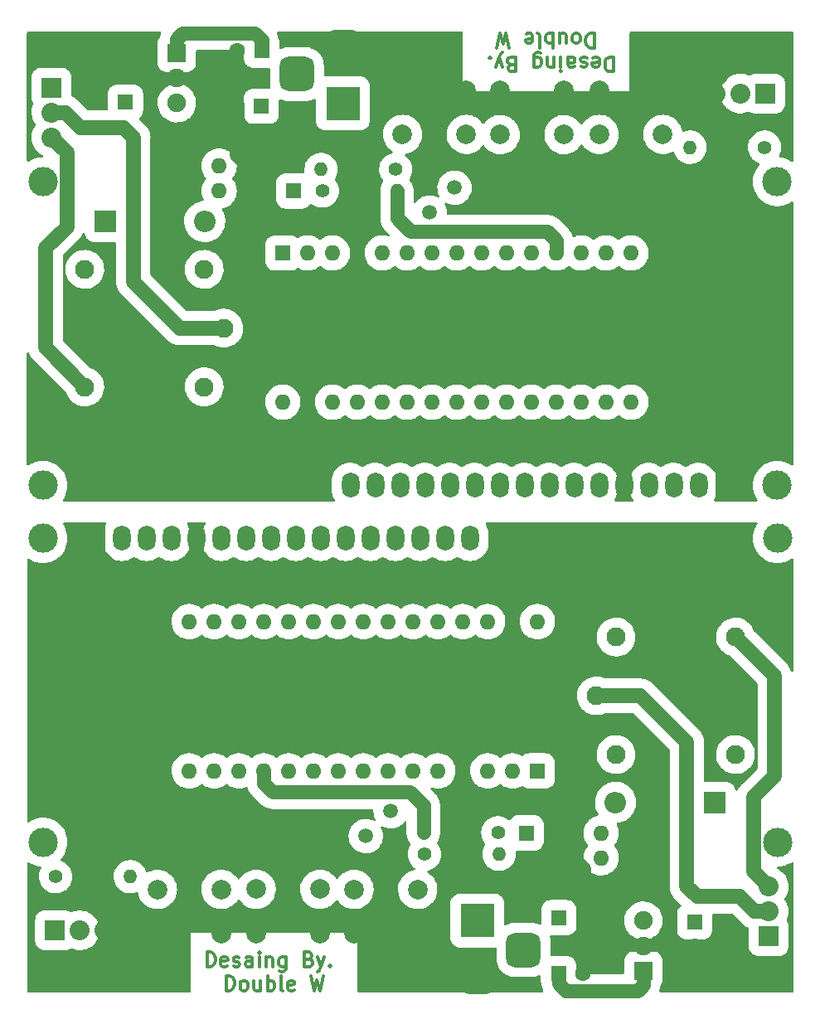
<source format=gbr>
%TF.GenerationSoftware,KiCad,Pcbnew,(6.0.0)*%
%TF.CreationDate,2022-01-31T19:39:52+07:00*%
%TF.ProjectId,eggmodel_V1.1,6567676d-6f64-4656-9c5f-56312e312e6b,rev?*%
%TF.SameCoordinates,Original*%
%TF.FileFunction,Copper,L2,Bot*%
%TF.FilePolarity,Positive*%
%FSLAX46Y46*%
G04 Gerber Fmt 4.6, Leading zero omitted, Abs format (unit mm)*
G04 Created by KiCad (PCBNEW (6.0.0)) date 2022-01-31 19:39:52*
%MOMM*%
%LPD*%
G01*
G04 APERTURE LIST*
G04 Aperture macros list*
%AMRoundRect*
0 Rectangle with rounded corners*
0 $1 Rounding radius*
0 $2 $3 $4 $5 $6 $7 $8 $9 X,Y pos of 4 corners*
0 Add a 4 corners polygon primitive as box body*
4,1,4,$2,$3,$4,$5,$6,$7,$8,$9,$2,$3,0*
0 Add four circle primitives for the rounded corners*
1,1,$1+$1,$2,$3*
1,1,$1+$1,$4,$5*
1,1,$1+$1,$6,$7*
1,1,$1+$1,$8,$9*
0 Add four rect primitives between the rounded corners*
20,1,$1+$1,$2,$3,$4,$5,0*
20,1,$1+$1,$4,$5,$6,$7,0*
20,1,$1+$1,$6,$7,$8,$9,0*
20,1,$1+$1,$8,$9,$2,$3,0*%
G04 Aperture macros list end*
%ADD10C,0.300000*%
%TA.AperFunction,NonConductor*%
%ADD11C,0.300000*%
%TD*%
%TA.AperFunction,ComponentPad*%
%ADD12R,1.600000X1.600000*%
%TD*%
%TA.AperFunction,ComponentPad*%
%ADD13C,1.600000*%
%TD*%
%TA.AperFunction,ComponentPad*%
%ADD14C,2.000000*%
%TD*%
%TA.AperFunction,ComponentPad*%
%ADD15C,1.400000*%
%TD*%
%TA.AperFunction,ComponentPad*%
%ADD16O,1.400000X1.400000*%
%TD*%
%TA.AperFunction,ComponentPad*%
%ADD17R,2.040000X2.040000*%
%TD*%
%TA.AperFunction,ComponentPad*%
%ADD18C,2.040000*%
%TD*%
%TA.AperFunction,ComponentPad*%
%ADD19C,3.000000*%
%TD*%
%TA.AperFunction,ComponentPad*%
%ADD20R,1.800000X2.600000*%
%TD*%
%TA.AperFunction,ComponentPad*%
%ADD21O,1.800000X2.600000*%
%TD*%
%TA.AperFunction,ComponentPad*%
%ADD22R,1.910000X1.910000*%
%TD*%
%TA.AperFunction,ComponentPad*%
%ADD23C,1.910000*%
%TD*%
%TA.AperFunction,ComponentPad*%
%ADD24C,1.950000*%
%TD*%
%TA.AperFunction,ComponentPad*%
%ADD25R,1.500000X1.500000*%
%TD*%
%TA.AperFunction,ComponentPad*%
%ADD26C,1.500000*%
%TD*%
%TA.AperFunction,ComponentPad*%
%ADD27R,3.500000X3.500000*%
%TD*%
%TA.AperFunction,ComponentPad*%
%ADD28RoundRect,0.750000X-1.000000X0.750000X-1.000000X-0.750000X1.000000X-0.750000X1.000000X0.750000X0*%
%TD*%
%TA.AperFunction,ComponentPad*%
%ADD29RoundRect,0.875000X-0.875000X0.875000X-0.875000X-0.875000X0.875000X-0.875000X0.875000X0.875000X0*%
%TD*%
%TA.AperFunction,ComponentPad*%
%ADD30R,2.200000X2.200000*%
%TD*%
%TA.AperFunction,ComponentPad*%
%ADD31O,2.200000X2.200000*%
%TD*%
%TA.AperFunction,ComponentPad*%
%ADD32O,1.600000X1.600000*%
%TD*%
%TA.AperFunction,ComponentPad*%
%ADD33RoundRect,0.875000X0.875000X-0.875000X0.875000X0.875000X-0.875000X0.875000X-0.875000X-0.875000X0*%
%TD*%
%TA.AperFunction,ComponentPad*%
%ADD34RoundRect,0.750000X1.000000X-0.750000X1.000000X0.750000X-1.000000X0.750000X-1.000000X-0.750000X0*%
%TD*%
%TA.AperFunction,Conductor*%
%ADD35C,1.500000*%
%TD*%
%TA.AperFunction,Conductor*%
%ADD36C,1.400000*%
%TD*%
G04 APERTURE END LIST*
D10*
D11*
X145187142Y-34738928D02*
X145187142Y-36238928D01*
X144830000Y-36238928D01*
X144615714Y-36167500D01*
X144472857Y-36024642D01*
X144401428Y-35881785D01*
X144330000Y-35596071D01*
X144330000Y-35381785D01*
X144401428Y-35096071D01*
X144472857Y-34953214D01*
X144615714Y-34810357D01*
X144830000Y-34738928D01*
X145187142Y-34738928D01*
X143115714Y-34810357D02*
X143258571Y-34738928D01*
X143544285Y-34738928D01*
X143687142Y-34810357D01*
X143758571Y-34953214D01*
X143758571Y-35524642D01*
X143687142Y-35667500D01*
X143544285Y-35738928D01*
X143258571Y-35738928D01*
X143115714Y-35667500D01*
X143044285Y-35524642D01*
X143044285Y-35381785D01*
X143758571Y-35238928D01*
X142472857Y-34810357D02*
X142330000Y-34738928D01*
X142044285Y-34738928D01*
X141901428Y-34810357D01*
X141830000Y-34953214D01*
X141830000Y-35024642D01*
X141901428Y-35167500D01*
X142044285Y-35238928D01*
X142258571Y-35238928D01*
X142401428Y-35310357D01*
X142472857Y-35453214D01*
X142472857Y-35524642D01*
X142401428Y-35667500D01*
X142258571Y-35738928D01*
X142044285Y-35738928D01*
X141901428Y-35667500D01*
X140544285Y-34738928D02*
X140544285Y-35524642D01*
X140615714Y-35667500D01*
X140758571Y-35738928D01*
X141044285Y-35738928D01*
X141187142Y-35667500D01*
X140544285Y-34810357D02*
X140687142Y-34738928D01*
X141044285Y-34738928D01*
X141187142Y-34810357D01*
X141258571Y-34953214D01*
X141258571Y-35096071D01*
X141187142Y-35238928D01*
X141044285Y-35310357D01*
X140687142Y-35310357D01*
X140544285Y-35381785D01*
X139830000Y-34738928D02*
X139830000Y-35738928D01*
X139830000Y-36238928D02*
X139901428Y-36167500D01*
X139830000Y-36096071D01*
X139758571Y-36167500D01*
X139830000Y-36238928D01*
X139830000Y-36096071D01*
X139115714Y-35738928D02*
X139115714Y-34738928D01*
X139115714Y-35596071D02*
X139044285Y-35667500D01*
X138901428Y-35738928D01*
X138687142Y-35738928D01*
X138544285Y-35667500D01*
X138472857Y-35524642D01*
X138472857Y-34738928D01*
X137115714Y-35738928D02*
X137115714Y-34524642D01*
X137187142Y-34381785D01*
X137258571Y-34310357D01*
X137401428Y-34238928D01*
X137615714Y-34238928D01*
X137758571Y-34310357D01*
X137115714Y-34810357D02*
X137258571Y-34738928D01*
X137544285Y-34738928D01*
X137687142Y-34810357D01*
X137758571Y-34881785D01*
X137830000Y-35024642D01*
X137830000Y-35453214D01*
X137758571Y-35596071D01*
X137687142Y-35667500D01*
X137544285Y-35738928D01*
X137258571Y-35738928D01*
X137115714Y-35667500D01*
X134758571Y-35524642D02*
X134544285Y-35453214D01*
X134472857Y-35381785D01*
X134401428Y-35238928D01*
X134401428Y-35024642D01*
X134472857Y-34881785D01*
X134544285Y-34810357D01*
X134687142Y-34738928D01*
X135258571Y-34738928D01*
X135258571Y-36238928D01*
X134758571Y-36238928D01*
X134615714Y-36167500D01*
X134544285Y-36096071D01*
X134472857Y-35953214D01*
X134472857Y-35810357D01*
X134544285Y-35667500D01*
X134615714Y-35596071D01*
X134758571Y-35524642D01*
X135258571Y-35524642D01*
X133901428Y-35738928D02*
X133544285Y-34738928D01*
X133187142Y-35738928D02*
X133544285Y-34738928D01*
X133687142Y-34381785D01*
X133758571Y-34310357D01*
X133901428Y-34238928D01*
X132615714Y-34881785D02*
X132544285Y-34810357D01*
X132615714Y-34738928D01*
X132687142Y-34810357D01*
X132615714Y-34881785D01*
X132615714Y-34738928D01*
X143222857Y-32323928D02*
X143222857Y-33823928D01*
X142865714Y-33823928D01*
X142651428Y-33752500D01*
X142508571Y-33609642D01*
X142437142Y-33466785D01*
X142365714Y-33181071D01*
X142365714Y-32966785D01*
X142437142Y-32681071D01*
X142508571Y-32538214D01*
X142651428Y-32395357D01*
X142865714Y-32323928D01*
X143222857Y-32323928D01*
X141508571Y-32323928D02*
X141651428Y-32395357D01*
X141722857Y-32466785D01*
X141794285Y-32609642D01*
X141794285Y-33038214D01*
X141722857Y-33181071D01*
X141651428Y-33252500D01*
X141508571Y-33323928D01*
X141294285Y-33323928D01*
X141151428Y-33252500D01*
X141080000Y-33181071D01*
X141008571Y-33038214D01*
X141008571Y-32609642D01*
X141080000Y-32466785D01*
X141151428Y-32395357D01*
X141294285Y-32323928D01*
X141508571Y-32323928D01*
X139722857Y-33323928D02*
X139722857Y-32323928D01*
X140365714Y-33323928D02*
X140365714Y-32538214D01*
X140294285Y-32395357D01*
X140151428Y-32323928D01*
X139937142Y-32323928D01*
X139794285Y-32395357D01*
X139722857Y-32466785D01*
X139008571Y-32323928D02*
X139008571Y-33823928D01*
X139008571Y-33252500D02*
X138865714Y-33323928D01*
X138580000Y-33323928D01*
X138437142Y-33252500D01*
X138365714Y-33181071D01*
X138294285Y-33038214D01*
X138294285Y-32609642D01*
X138365714Y-32466785D01*
X138437142Y-32395357D01*
X138580000Y-32323928D01*
X138865714Y-32323928D01*
X139008571Y-32395357D01*
X137437142Y-32323928D02*
X137580000Y-32395357D01*
X137651428Y-32538214D01*
X137651428Y-33823928D01*
X136294285Y-32395357D02*
X136437142Y-32323928D01*
X136722857Y-32323928D01*
X136865714Y-32395357D01*
X136937142Y-32538214D01*
X136937142Y-33109642D01*
X136865714Y-33252500D01*
X136722857Y-33323928D01*
X136437142Y-33323928D01*
X136294285Y-33252500D01*
X136222857Y-33109642D01*
X136222857Y-32966785D01*
X136937142Y-32823928D01*
X134580000Y-33823928D02*
X134222857Y-32323928D01*
X133937142Y-33395357D01*
X133651428Y-32323928D01*
X133294285Y-33823928D01*
D10*
D11*
X103682857Y-127641071D02*
X103682857Y-126141071D01*
X104040000Y-126141071D01*
X104254285Y-126212500D01*
X104397142Y-126355357D01*
X104468571Y-126498214D01*
X104540000Y-126783928D01*
X104540000Y-126998214D01*
X104468571Y-127283928D01*
X104397142Y-127426785D01*
X104254285Y-127569642D01*
X104040000Y-127641071D01*
X103682857Y-127641071D01*
X105754285Y-127569642D02*
X105611428Y-127641071D01*
X105325714Y-127641071D01*
X105182857Y-127569642D01*
X105111428Y-127426785D01*
X105111428Y-126855357D01*
X105182857Y-126712500D01*
X105325714Y-126641071D01*
X105611428Y-126641071D01*
X105754285Y-126712500D01*
X105825714Y-126855357D01*
X105825714Y-126998214D01*
X105111428Y-127141071D01*
X106397142Y-127569642D02*
X106540000Y-127641071D01*
X106825714Y-127641071D01*
X106968571Y-127569642D01*
X107040000Y-127426785D01*
X107040000Y-127355357D01*
X106968571Y-127212500D01*
X106825714Y-127141071D01*
X106611428Y-127141071D01*
X106468571Y-127069642D01*
X106397142Y-126926785D01*
X106397142Y-126855357D01*
X106468571Y-126712500D01*
X106611428Y-126641071D01*
X106825714Y-126641071D01*
X106968571Y-126712500D01*
X108325714Y-127641071D02*
X108325714Y-126855357D01*
X108254285Y-126712500D01*
X108111428Y-126641071D01*
X107825714Y-126641071D01*
X107682857Y-126712500D01*
X108325714Y-127569642D02*
X108182857Y-127641071D01*
X107825714Y-127641071D01*
X107682857Y-127569642D01*
X107611428Y-127426785D01*
X107611428Y-127283928D01*
X107682857Y-127141071D01*
X107825714Y-127069642D01*
X108182857Y-127069642D01*
X108325714Y-126998214D01*
X109040000Y-127641071D02*
X109040000Y-126641071D01*
X109040000Y-126141071D02*
X108968571Y-126212500D01*
X109040000Y-126283928D01*
X109111428Y-126212500D01*
X109040000Y-126141071D01*
X109040000Y-126283928D01*
X109754285Y-126641071D02*
X109754285Y-127641071D01*
X109754285Y-126783928D02*
X109825714Y-126712500D01*
X109968571Y-126641071D01*
X110182857Y-126641071D01*
X110325714Y-126712500D01*
X110397142Y-126855357D01*
X110397142Y-127641071D01*
X111754285Y-126641071D02*
X111754285Y-127855357D01*
X111682857Y-127998214D01*
X111611428Y-128069642D01*
X111468571Y-128141071D01*
X111254285Y-128141071D01*
X111111428Y-128069642D01*
X111754285Y-127569642D02*
X111611428Y-127641071D01*
X111325714Y-127641071D01*
X111182857Y-127569642D01*
X111111428Y-127498214D01*
X111040000Y-127355357D01*
X111040000Y-126926785D01*
X111111428Y-126783928D01*
X111182857Y-126712500D01*
X111325714Y-126641071D01*
X111611428Y-126641071D01*
X111754285Y-126712500D01*
X114111428Y-126855357D02*
X114325714Y-126926785D01*
X114397142Y-126998214D01*
X114468571Y-127141071D01*
X114468571Y-127355357D01*
X114397142Y-127498214D01*
X114325714Y-127569642D01*
X114182857Y-127641071D01*
X113611428Y-127641071D01*
X113611428Y-126141071D01*
X114111428Y-126141071D01*
X114254285Y-126212500D01*
X114325714Y-126283928D01*
X114397142Y-126426785D01*
X114397142Y-126569642D01*
X114325714Y-126712500D01*
X114254285Y-126783928D01*
X114111428Y-126855357D01*
X113611428Y-126855357D01*
X114968571Y-126641071D02*
X115325714Y-127641071D01*
X115682857Y-126641071D02*
X115325714Y-127641071D01*
X115182857Y-127998214D01*
X115111428Y-128069642D01*
X114968571Y-128141071D01*
X116254285Y-127498214D02*
X116325714Y-127569642D01*
X116254285Y-127641071D01*
X116182857Y-127569642D01*
X116254285Y-127498214D01*
X116254285Y-127641071D01*
X105647142Y-130056071D02*
X105647142Y-128556071D01*
X106004285Y-128556071D01*
X106218571Y-128627500D01*
X106361428Y-128770357D01*
X106432857Y-128913214D01*
X106504285Y-129198928D01*
X106504285Y-129413214D01*
X106432857Y-129698928D01*
X106361428Y-129841785D01*
X106218571Y-129984642D01*
X106004285Y-130056071D01*
X105647142Y-130056071D01*
X107361428Y-130056071D02*
X107218571Y-129984642D01*
X107147142Y-129913214D01*
X107075714Y-129770357D01*
X107075714Y-129341785D01*
X107147142Y-129198928D01*
X107218571Y-129127500D01*
X107361428Y-129056071D01*
X107575714Y-129056071D01*
X107718571Y-129127500D01*
X107790000Y-129198928D01*
X107861428Y-129341785D01*
X107861428Y-129770357D01*
X107790000Y-129913214D01*
X107718571Y-129984642D01*
X107575714Y-130056071D01*
X107361428Y-130056071D01*
X109147142Y-129056071D02*
X109147142Y-130056071D01*
X108504285Y-129056071D02*
X108504285Y-129841785D01*
X108575714Y-129984642D01*
X108718571Y-130056071D01*
X108932857Y-130056071D01*
X109075714Y-129984642D01*
X109147142Y-129913214D01*
X109861428Y-130056071D02*
X109861428Y-128556071D01*
X109861428Y-129127500D02*
X110004285Y-129056071D01*
X110290000Y-129056071D01*
X110432857Y-129127500D01*
X110504285Y-129198928D01*
X110575714Y-129341785D01*
X110575714Y-129770357D01*
X110504285Y-129913214D01*
X110432857Y-129984642D01*
X110290000Y-130056071D01*
X110004285Y-130056071D01*
X109861428Y-129984642D01*
X111432857Y-130056071D02*
X111290000Y-129984642D01*
X111218571Y-129841785D01*
X111218571Y-128556071D01*
X112575714Y-129984642D02*
X112432857Y-130056071D01*
X112147142Y-130056071D01*
X112004285Y-129984642D01*
X111932857Y-129841785D01*
X111932857Y-129270357D01*
X112004285Y-129127500D01*
X112147142Y-129056071D01*
X112432857Y-129056071D01*
X112575714Y-129127500D01*
X112647142Y-129270357D01*
X112647142Y-129413214D01*
X111932857Y-129556071D01*
X114290000Y-128556071D02*
X114647142Y-130056071D01*
X114932857Y-128984642D01*
X115218571Y-130056071D01*
X115575714Y-128556071D01*
D12*
%TO.P,C3,1*%
%TO.N,VCC*%
X95370000Y-39330000D03*
D13*
%TO.P,C3,2*%
%TO.N,GND*%
X95370000Y-36830000D03*
%TD*%
D12*
%TO.P,C2,1*%
%TO.N,Net-(C1-Pad1)*%
X109240000Y-39760000D03*
D13*
%TO.P,C2,2*%
%TO.N,GND*%
X106740000Y-39760000D03*
%TD*%
D12*
%TO.P,C1,1*%
%TO.N,Net-(C1-Pad1)*%
X109270000Y-34050000D03*
D13*
%TO.P,C1,2*%
%TO.N,GND*%
X106770000Y-34050000D03*
%TD*%
D14*
%TO.P,SW1,1,1*%
%TO.N,GND*%
X130160000Y-38140000D03*
X123660000Y-38140000D03*
%TO.P,SW1,2,2*%
%TO.N,D10*%
X123660000Y-42640000D03*
X130160000Y-42640000D03*
%TD*%
D15*
%TO.P,R3,1*%
%TO.N,Net-(Q1-Pad2)*%
X122970000Y-46230000D03*
D16*
%TO.P,R3,2*%
%TO.N,Net-(R3-Pad2)*%
X115350000Y-46230000D03*
%TD*%
D17*
%TO.P,J3,1,1*%
%TO.N,Net-(J3-Pad1)*%
X87810000Y-37850000D03*
D18*
%TO.P,J3,2,2*%
%TO.N,Net-(J3-Pad2)*%
X87810000Y-40390000D03*
%TO.P,J3,3,3*%
%TO.N,Net-(J3-Pad3)*%
X87810000Y-42930000D03*
%TD*%
D19*
%TO.P,DS1,*%
%TO.N,*%
X86930000Y-78477500D03*
X86930520Y-47476800D03*
X161929100Y-78477500D03*
X161929100Y-47476800D03*
D20*
%TO.P,DS1,1,VSS*%
%TO.N,GND*%
X156430000Y-78477500D03*
D21*
%TO.P,DS1,2,VDD*%
%TO.N,VCC*%
X153890000Y-78477500D03*
%TO.P,DS1,3,VO*%
X151350000Y-78477500D03*
%TO.P,DS1,4,RS*%
%TO.N,A0*%
X148810000Y-78477500D03*
%TO.P,DS1,5,R/W*%
%TO.N,GND*%
X146270000Y-78477500D03*
%TO.P,DS1,6,E*%
%TO.N,A1*%
X143730000Y-78477500D03*
%TO.P,DS1,7,D0*%
%TO.N,unconnected-(DS1-Pad7)*%
X141190000Y-78477500D03*
%TO.P,DS1,8,D1*%
%TO.N,unconnected-(DS1-Pad8)*%
X138650000Y-78477500D03*
%TO.P,DS1,9,D2*%
%TO.N,unconnected-(DS1-Pad9)*%
X136110000Y-78477500D03*
%TO.P,DS1,10,D3*%
%TO.N,unconnected-(DS1-Pad10)*%
X133570000Y-78477500D03*
%TO.P,DS1,11,D4*%
%TO.N,A2*%
X131030000Y-78477500D03*
%TO.P,DS1,12,D5*%
%TO.N,A3*%
X128490000Y-78477500D03*
%TO.P,DS1,13,D6*%
%TO.N,A4*%
X125950000Y-78477500D03*
%TO.P,DS1,14,D7*%
%TO.N,A5*%
X123410000Y-78477500D03*
%TO.P,DS1,15,LED(+)*%
%TO.N,unconnected-(DS1-Pad15)*%
X120870000Y-78477500D03*
%TO.P,DS1,16,LED(-)*%
%TO.N,unconnected-(DS1-Pad16)*%
X118330000Y-78477500D03*
%TD*%
D22*
%TO.P,U2,1,INPUT*%
%TO.N,Net-(C1-Pad1)*%
X100612000Y-34350000D03*
D23*
%TO.P,U2,2,GROUND*%
%TO.N,GND*%
X100612000Y-36900000D03*
%TO.P,U2,3,OUTPUT*%
%TO.N,VCC*%
X100612000Y-39450000D03*
%TD*%
D17*
%TO.P,J1,1,1*%
%TO.N,VCC*%
X160701500Y-38470000D03*
D18*
%TO.P,J1,2,2*%
%TO.N,D8*%
X158161500Y-38470000D03*
%TO.P,J1,3,3*%
%TO.N,GND*%
X155621500Y-38470000D03*
%TD*%
D24*
%TO.P,K1,COIL1*%
%TO.N,VCC*%
X103410000Y-68420000D03*
%TO.P,K1,COIL2*%
%TO.N,Net-(D1-Pad2)*%
X103410000Y-56420000D03*
%TO.P,K1,COM*%
%TO.N,Net-(J3-Pad2)*%
X105410000Y-62420000D03*
%TO.P,K1,NC*%
%TO.N,Net-(J3-Pad1)*%
X91210000Y-56420000D03*
%TO.P,K1,NO*%
%TO.N,Net-(J3-Pad3)*%
X91210000Y-68420000D03*
%TD*%
D15*
%TO.P,R2,1*%
%TO.N,Net-(R2-Pad1)*%
X115470000Y-48420000D03*
D16*
%TO.P,R2,2*%
%TO.N,D9*%
X123090000Y-48420000D03*
%TD*%
D25*
%TO.P,Q1,1,E*%
%TO.N,GND*%
X126430000Y-45540000D03*
D26*
%TO.P,Q1,2,B*%
%TO.N,Net-(Q1-Pad2)*%
X128970000Y-48080000D03*
%TO.P,Q1,3,C*%
%TO.N,Net-(D1-Pad2)*%
X126430000Y-50620000D03*
%TD*%
D14*
%TO.P,SW3,1,1*%
%TO.N,GND*%
X150240000Y-38140000D03*
X143740000Y-38140000D03*
%TO.P,SW3,2,2*%
%TO.N,D12*%
X143740000Y-42640000D03*
X150240000Y-42640000D03*
%TD*%
%TO.P,SW2,1,1*%
%TO.N,GND*%
X133650000Y-38160000D03*
X140150000Y-38160000D03*
%TO.P,SW2,2,2*%
%TO.N,D11*%
X133650000Y-42660000D03*
X140150000Y-42660000D03*
%TD*%
D27*
%TO.P,J2,1*%
%TO.N,Net-(C1-Pad1)*%
X117570000Y-39470000D03*
D28*
%TO.P,J2,2*%
%TO.N,GND*%
X117570000Y-33470000D03*
D29*
%TO.P,J2,3*%
%TO.N,N/C*%
X112870000Y-36470000D03*
%TD*%
D30*
%TO.P,D1,1,K*%
%TO.N,VCC*%
X93300000Y-51530000D03*
D31*
%TO.P,D1,2,A*%
%TO.N,Net-(D1-Pad2)*%
X103460000Y-51530000D03*
%TD*%
D12*
%TO.P,U1,1*%
%TO.N,Net-(R2-Pad1)*%
X112560000Y-48415000D03*
D32*
%TO.P,U1,2*%
%TO.N,GND*%
X112560000Y-45875000D03*
%TO.P,U1,3*%
%TO.N,Net-(R3-Pad2)*%
X104940000Y-45875000D03*
%TO.P,U1,4*%
%TO.N,VCC*%
X104940000Y-48415000D03*
%TD*%
D15*
%TO.P,R1,1*%
%TO.N,VCC*%
X160640000Y-43950000D03*
D16*
%TO.P,R1,2*%
%TO.N,D8*%
X153020000Y-43950000D03*
%TD*%
D12*
%TO.P,A1,1,D1/TX*%
%TO.N,unconnected-(A1-Pad1)*%
X111440000Y-54750000D03*
D32*
%TO.P,A1,2,D0/RX*%
%TO.N,unconnected-(A1-Pad2)*%
X113980000Y-54750000D03*
%TO.P,A1,3,~{RESET}*%
%TO.N,unconnected-(A1-Pad3)*%
X116520000Y-54750000D03*
%TO.P,A1,4,GND*%
%TO.N,GND*%
X119060000Y-54750000D03*
%TO.P,A1,5,D2*%
%TO.N,unconnected-(A1-Pad5)*%
X121600000Y-54750000D03*
%TO.P,A1,6,D3*%
%TO.N,unconnected-(A1-Pad6)*%
X124140000Y-54750000D03*
%TO.P,A1,7,D4*%
%TO.N,unconnected-(A1-Pad7)*%
X126680000Y-54750000D03*
%TO.P,A1,8,D5*%
%TO.N,unconnected-(A1-Pad8)*%
X129220000Y-54750000D03*
%TO.P,A1,9,D6*%
%TO.N,unconnected-(A1-Pad9)*%
X131760000Y-54750000D03*
%TO.P,A1,10,D7*%
%TO.N,unconnected-(A1-Pad10)*%
X134300000Y-54750000D03*
%TO.P,A1,11,D8*%
%TO.N,D8*%
X136840000Y-54750000D03*
%TO.P,A1,12,D9*%
%TO.N,D9*%
X139380000Y-54750000D03*
%TO.P,A1,13,D10*%
%TO.N,D10*%
X141920000Y-54750000D03*
%TO.P,A1,14,D11*%
%TO.N,D11*%
X144460000Y-54750000D03*
%TO.P,A1,15,D12*%
%TO.N,D12*%
X147000000Y-54750000D03*
%TO.P,A1,16,D13*%
%TO.N,unconnected-(A1-Pad16)*%
X147000000Y-69990000D03*
%TO.P,A1,17,3V3*%
%TO.N,unconnected-(A1-Pad17)*%
X144460000Y-69990000D03*
%TO.P,A1,18,AREF*%
%TO.N,unconnected-(A1-Pad18)*%
X141920000Y-69990000D03*
%TO.P,A1,19,A0*%
%TO.N,A0*%
X139380000Y-69990000D03*
%TO.P,A1,20,A1*%
%TO.N,A1*%
X136840000Y-69990000D03*
%TO.P,A1,21,A2*%
%TO.N,A2*%
X134300000Y-69990000D03*
%TO.P,A1,22,A3*%
%TO.N,A3*%
X131760000Y-69990000D03*
%TO.P,A1,23,A4*%
%TO.N,A4*%
X129220000Y-69990000D03*
%TO.P,A1,24,A5*%
%TO.N,A5*%
X126680000Y-69990000D03*
%TO.P,A1,25,A6*%
%TO.N,unconnected-(A1-Pad25)*%
X124140000Y-69990000D03*
%TO.P,A1,26,A7*%
%TO.N,unconnected-(A1-Pad26)*%
X121600000Y-69990000D03*
%TO.P,A1,27,+5V*%
%TO.N,VCC*%
X119060000Y-69990000D03*
%TO.P,A1,28,~{RESET}*%
%TO.N,unconnected-(A1-Pad28)*%
X116520000Y-69990000D03*
%TO.P,A1,29,GND*%
%TO.N,GND*%
X113980000Y-69990000D03*
%TO.P,A1,30,VIN*%
%TO.N,unconnected-(A1-Pad30)*%
X111440000Y-69990000D03*
%TD*%
D12*
%TO.P,C3,1*%
%TO.N,VCC*%
X153500000Y-123050000D03*
D13*
%TO.P,C3,2*%
%TO.N,GND*%
X153500000Y-125550000D03*
%TD*%
D12*
%TO.P,C2,1*%
%TO.N,Net-(C1-Pad1)*%
X139630000Y-122620000D03*
D13*
%TO.P,C2,2*%
%TO.N,GND*%
X142130000Y-122620000D03*
%TD*%
D12*
%TO.P,C1,1*%
%TO.N,Net-(C1-Pad1)*%
X139600000Y-128330000D03*
D13*
%TO.P,C1,2*%
%TO.N,GND*%
X142100000Y-128330000D03*
%TD*%
D14*
%TO.P,SW2,2,2*%
%TO.N,D11*%
X115220000Y-119720000D03*
%TO.P,SW2,1,1*%
%TO.N,GND*%
X115220000Y-124220000D03*
%TO.P,SW2,2,2*%
%TO.N,D11*%
X108720000Y-119720000D03*
%TO.P,SW2,1,1*%
%TO.N,GND*%
X108720000Y-124220000D03*
%TD*%
D22*
%TO.P,U2,1,INPUT*%
%TO.N,Net-(C1-Pad1)*%
X148258000Y-128030000D03*
D23*
%TO.P,U2,2,GROUND*%
%TO.N,GND*%
X148258000Y-125480000D03*
%TO.P,U2,3,OUTPUT*%
%TO.N,VCC*%
X148258000Y-122930000D03*
%TD*%
D32*
%TO.P,U1,4*%
%TO.N,VCC*%
X143930000Y-113965000D03*
%TO.P,U1,2*%
%TO.N,GND*%
X136310000Y-116505000D03*
%TO.P,U1,3*%
%TO.N,Net-(R3-Pad2)*%
X143930000Y-116505000D03*
D12*
%TO.P,U1,1*%
%TO.N,Net-(R2-Pad1)*%
X136310000Y-113965000D03*
%TD*%
D14*
%TO.P,SW3,2,2*%
%TO.N,D12*%
X105130000Y-119740000D03*
%TO.P,SW3,1,1*%
%TO.N,GND*%
X105130000Y-124240000D03*
%TO.P,SW3,2,2*%
%TO.N,D12*%
X98630000Y-119740000D03*
%TO.P,SW3,1,1*%
%TO.N,GND*%
X98630000Y-124240000D03*
%TD*%
%TO.P,SW1,2,2*%
%TO.N,D10*%
X125210000Y-119740000D03*
%TO.P,SW1,1,1*%
%TO.N,GND*%
X125210000Y-124240000D03*
%TO.P,SW1,2,2*%
%TO.N,D10*%
X118710000Y-119740000D03*
%TO.P,SW1,1,1*%
%TO.N,GND*%
X118710000Y-124240000D03*
%TD*%
D16*
%TO.P,R3,2*%
%TO.N,Net-(R3-Pad2)*%
X133520000Y-116150000D03*
D15*
%TO.P,R3,1*%
%TO.N,Net-(Q1-Pad2)*%
X125900000Y-116150000D03*
%TD*%
D16*
%TO.P,R2,2*%
%TO.N,D9*%
X125780000Y-113960000D03*
D15*
%TO.P,R2,1*%
%TO.N,Net-(R2-Pad1)*%
X133400000Y-113960000D03*
%TD*%
%TO.P,R1,1*%
%TO.N,VCC*%
X88230000Y-118430000D03*
D16*
%TO.P,R1,2*%
%TO.N,D8*%
X95850000Y-118430000D03*
%TD*%
D25*
%TO.P,Q1,1,E*%
%TO.N,GND*%
X122440000Y-116840000D03*
D26*
%TO.P,Q1,3,C*%
%TO.N,Net-(D1-Pad2)*%
X122440000Y-111760000D03*
%TO.P,Q1,2,B*%
%TO.N,Net-(Q1-Pad2)*%
X119900000Y-114300000D03*
%TD*%
D24*
%TO.P,K1,NO*%
%TO.N,Net-(J3-Pad3)*%
X157660000Y-93960000D03*
%TO.P,K1,NC*%
%TO.N,Net-(J3-Pad1)*%
X157660000Y-105960000D03*
%TO.P,K1,COIL2*%
%TO.N,Net-(D1-Pad2)*%
X145460000Y-105960000D03*
%TO.P,K1,COIL1*%
%TO.N,VCC*%
X145460000Y-93960000D03*
%TO.P,K1,COM*%
%TO.N,Net-(J3-Pad2)*%
X143460000Y-99960000D03*
%TD*%
D18*
%TO.P,J3,3,3*%
%TO.N,Net-(J3-Pad3)*%
X161060000Y-119450000D03*
%TO.P,J3,2,2*%
%TO.N,Net-(J3-Pad2)*%
X161060000Y-121990000D03*
D17*
%TO.P,J3,1,1*%
%TO.N,Net-(J3-Pad1)*%
X161060000Y-124530000D03*
%TD*%
D33*
%TO.P,J2,3*%
%TO.N,N/C*%
X136000000Y-125910000D03*
D34*
%TO.P,J2,2*%
%TO.N,GND*%
X131300000Y-128910000D03*
D27*
%TO.P,J2,1*%
%TO.N,Net-(C1-Pad1)*%
X131300000Y-122910000D03*
%TD*%
D17*
%TO.P,J1,1,1*%
%TO.N,VCC*%
X88168500Y-123910000D03*
D18*
%TO.P,J1,2,2*%
%TO.N,D8*%
X90708500Y-123910000D03*
%TO.P,J1,3,3*%
%TO.N,GND*%
X93248500Y-123910000D03*
%TD*%
D19*
%TO.P,DS1,*%
%TO.N,*%
X161940000Y-83902500D03*
X161939480Y-114903200D03*
X86940900Y-114903200D03*
X86940900Y-83902500D03*
D21*
%TO.P,DS1,16,LED(-)*%
%TO.N,unconnected-(DS1-Pad16)*%
X130540000Y-83902500D03*
%TO.P,DS1,15,LED(+)*%
%TO.N,unconnected-(DS1-Pad15)*%
X128000000Y-83902500D03*
%TO.P,DS1,14,D7*%
%TO.N,A5*%
X125460000Y-83902500D03*
%TO.P,DS1,13,D6*%
%TO.N,A4*%
X122920000Y-83902500D03*
%TO.P,DS1,12,D5*%
%TO.N,A3*%
X120380000Y-83902500D03*
%TO.P,DS1,11,D4*%
%TO.N,A2*%
X117840000Y-83902500D03*
%TO.P,DS1,10,D3*%
%TO.N,unconnected-(DS1-Pad10)*%
X115300000Y-83902500D03*
%TO.P,DS1,9,D2*%
%TO.N,unconnected-(DS1-Pad9)*%
X112760000Y-83902500D03*
%TO.P,DS1,8,D1*%
%TO.N,unconnected-(DS1-Pad8)*%
X110220000Y-83902500D03*
%TO.P,DS1,7,D0*%
%TO.N,unconnected-(DS1-Pad7)*%
X107680000Y-83902500D03*
%TO.P,DS1,6,E*%
%TO.N,A1*%
X105140000Y-83902500D03*
%TO.P,DS1,5,R/W*%
%TO.N,GND*%
X102600000Y-83902500D03*
%TO.P,DS1,4,RS*%
%TO.N,A0*%
X100060000Y-83902500D03*
%TO.P,DS1,3,VO*%
%TO.N,VCC*%
X97520000Y-83902500D03*
%TO.P,DS1,2,VDD*%
X94980000Y-83902500D03*
D20*
%TO.P,DS1,1,VSS*%
%TO.N,GND*%
X92440000Y-83902500D03*
%TD*%
D31*
%TO.P,D1,2,A*%
%TO.N,Net-(D1-Pad2)*%
X145410000Y-110850000D03*
D30*
%TO.P,D1,1,K*%
%TO.N,VCC*%
X155570000Y-110850000D03*
%TD*%
D32*
%TO.P,A1,16,D13*%
%TO.N,unconnected-(A1-Pad16)*%
X101870000Y-92390000D03*
%TO.P,A1,15,D12*%
%TO.N,D12*%
X101870000Y-107630000D03*
%TO.P,A1,30,VIN*%
%TO.N,unconnected-(A1-Pad30)*%
X137430000Y-92390000D03*
%TO.P,A1,14,D11*%
%TO.N,D11*%
X104410000Y-107630000D03*
%TO.P,A1,29,GND*%
%TO.N,GND*%
X134890000Y-92390000D03*
%TO.P,A1,13,D10*%
%TO.N,D10*%
X106950000Y-107630000D03*
%TO.P,A1,28,~{RESET}*%
%TO.N,unconnected-(A1-Pad28)*%
X132350000Y-92390000D03*
%TO.P,A1,12,D9*%
%TO.N,D9*%
X109490000Y-107630000D03*
%TO.P,A1,27,+5V*%
%TO.N,VCC*%
X129810000Y-92390000D03*
%TO.P,A1,11,D8*%
%TO.N,D8*%
X112030000Y-107630000D03*
%TO.P,A1,26,A7*%
%TO.N,unconnected-(A1-Pad26)*%
X127270000Y-92390000D03*
%TO.P,A1,10,D7*%
%TO.N,unconnected-(A1-Pad10)*%
X114570000Y-107630000D03*
%TO.P,A1,25,A6*%
%TO.N,unconnected-(A1-Pad25)*%
X124730000Y-92390000D03*
%TO.P,A1,9,D6*%
%TO.N,unconnected-(A1-Pad9)*%
X117110000Y-107630000D03*
%TO.P,A1,24,A5*%
%TO.N,A5*%
X122190000Y-92390000D03*
%TO.P,A1,8,D5*%
%TO.N,unconnected-(A1-Pad8)*%
X119650000Y-107630000D03*
%TO.P,A1,23,A4*%
%TO.N,A4*%
X119650000Y-92390000D03*
%TO.P,A1,7,D4*%
%TO.N,unconnected-(A1-Pad7)*%
X122190000Y-107630000D03*
%TO.P,A1,22,A3*%
%TO.N,A3*%
X117110000Y-92390000D03*
%TO.P,A1,6,D3*%
%TO.N,unconnected-(A1-Pad6)*%
X124730000Y-107630000D03*
%TO.P,A1,21,A2*%
%TO.N,A2*%
X114570000Y-92390000D03*
%TO.P,A1,5,D2*%
%TO.N,unconnected-(A1-Pad5)*%
X127270000Y-107630000D03*
%TO.P,A1,20,A1*%
%TO.N,A1*%
X112030000Y-92390000D03*
%TO.P,A1,4,GND*%
%TO.N,GND*%
X129810000Y-107630000D03*
%TO.P,A1,19,A0*%
%TO.N,A0*%
X109490000Y-92390000D03*
%TO.P,A1,3,~{RESET}*%
%TO.N,unconnected-(A1-Pad3)*%
X132350000Y-107630000D03*
%TO.P,A1,18,AREF*%
%TO.N,unconnected-(A1-Pad18)*%
X106950000Y-92390000D03*
%TO.P,A1,2,D0/RX*%
%TO.N,unconnected-(A1-Pad2)*%
X134890000Y-107630000D03*
%TO.P,A1,17,3V3*%
%TO.N,unconnected-(A1-Pad17)*%
X104410000Y-92390000D03*
D12*
%TO.P,A1,1,D1/TX*%
%TO.N,unconnected-(A1-Pad1)*%
X137430000Y-107630000D03*
%TD*%
D35*
%TO.N,Net-(J3-Pad3)*%
X87220000Y-64430000D02*
X87220000Y-54240000D01*
%TO.N,GND*%
X151030000Y-64770000D02*
X151030000Y-75210000D01*
X146270000Y-76590000D02*
X146270000Y-78477500D01*
X119060000Y-44590000D02*
X117740000Y-43270000D01*
X117740000Y-43270000D02*
X113730000Y-43270000D01*
X112560000Y-44440000D02*
X112560000Y-45875000D01*
X113730000Y-43270000D02*
X112560000Y-44440000D01*
X119060000Y-54750000D02*
X119060000Y-44590000D01*
X156430000Y-76980000D02*
X154660000Y-75210000D01*
X156430000Y-78477500D02*
X156430000Y-76980000D01*
X147650000Y-75210000D02*
X146270000Y-76590000D01*
%TO.N,Net-(J3-Pad2)*%
X96170000Y-42950000D02*
X95140000Y-41920000D01*
X100910000Y-62420000D02*
X96170000Y-57680000D01*
X105410000Y-62420000D02*
X100910000Y-62420000D01*
%TO.N,GND*%
X119060000Y-61410000D02*
X147670000Y-61410000D01*
%TO.N,Net-(J3-Pad2)*%
X90782497Y-41920000D02*
X89252497Y-40390000D01*
X96170000Y-57680000D02*
X96170000Y-42950000D01*
%TO.N,GND*%
X151030000Y-75210000D02*
X147650000Y-75210000D01*
X147670000Y-61410000D02*
X151030000Y-64770000D01*
%TO.N,Net-(J3-Pad2)*%
X95140000Y-41920000D02*
X90782497Y-41920000D01*
X89252497Y-40390000D02*
X87810000Y-40390000D01*
%TO.N,GND*%
X154660000Y-75210000D02*
X151030000Y-75210000D01*
%TO.N,Net-(J3-Pad3)*%
X89380031Y-52079969D02*
X87220000Y-54240000D01*
%TO.N,GND*%
X106740000Y-44760000D02*
X106740000Y-39760000D01*
X112560000Y-45875000D02*
X107855000Y-45875000D01*
%TO.N,Net-(J3-Pad3)*%
X87810000Y-42930000D02*
X89380031Y-44500031D01*
X87220000Y-64430000D02*
X91210000Y-68420000D01*
%TO.N,GND*%
X107855000Y-45875000D02*
X106740000Y-44760000D01*
X119060000Y-61410000D02*
X113980000Y-66490000D01*
X119060000Y-54750000D02*
X119060000Y-61410000D01*
X113980000Y-66490000D02*
X113980000Y-69990000D01*
%TO.N,Net-(J3-Pad3)*%
X89380031Y-44500031D02*
X89380031Y-52079969D01*
D36*
%TO.N,GND*%
X126430000Y-40910000D02*
X123660000Y-38140000D01*
X126430000Y-45540000D02*
X126430000Y-40910000D01*
%TO.N,D9*%
X138460000Y-52570000D02*
X139380000Y-53490000D01*
%TO.N,Net-(C1-Pad1)*%
X109270000Y-33020000D02*
X108570000Y-32320000D01*
%TO.N,D9*%
X124450000Y-52570000D02*
X138460000Y-52570000D01*
%TO.N,GND*%
X123660000Y-35660000D02*
X123660000Y-38140000D01*
%TO.N,D9*%
X123090000Y-48420000D02*
X123090000Y-51210000D01*
%TO.N,Net-(C1-Pad1)*%
X100600000Y-34338000D02*
X100612000Y-34350000D01*
%TO.N,D9*%
X139380000Y-53490000D02*
X139380000Y-54750000D01*
%TO.N,Net-(C1-Pad1)*%
X108570000Y-32320000D02*
X101190000Y-32320000D01*
X109270000Y-34050000D02*
X109270000Y-33020000D01*
%TO.N,D9*%
X123090000Y-51210000D02*
X124450000Y-52570000D01*
%TO.N,Net-(C1-Pad1)*%
X101190000Y-32320000D02*
X100600000Y-32910000D01*
%TO.N,GND*%
X117570000Y-33470000D02*
X121470000Y-33470000D01*
%TO.N,Net-(C1-Pad1)*%
X100600000Y-32910000D02*
X100600000Y-34338000D01*
%TO.N,GND*%
X121470000Y-33470000D02*
X123660000Y-35660000D01*
D35*
%TO.N,D11*%
X133650000Y-42660000D02*
X133610000Y-42700000D01*
%TO.N,Net-(J3-Pad3)*%
X159489969Y-110300031D02*
X161650000Y-108140000D01*
X161650000Y-97950000D02*
X161650000Y-108140000D01*
D36*
%TO.N,GND*%
X127400000Y-128910000D02*
X125210000Y-126720000D01*
X131300000Y-128910000D02*
X127400000Y-128910000D01*
X125210000Y-126720000D02*
X125210000Y-124240000D01*
D35*
X97840000Y-97610000D02*
X97840000Y-87170000D01*
X101200000Y-100970000D02*
X97840000Y-97610000D01*
X129810000Y-100970000D02*
X101200000Y-100970000D01*
X94210000Y-87170000D02*
X97840000Y-87170000D01*
X97840000Y-87170000D02*
X101220000Y-87170000D01*
%TO.N,Net-(J3-Pad3)*%
X159489969Y-117879969D02*
X159489969Y-110300031D01*
X161060000Y-119450000D02*
X159489969Y-117879969D01*
X161650000Y-97950000D02*
X157660000Y-93960000D01*
%TO.N,Net-(J3-Pad2)*%
X158087503Y-120460000D02*
X159617503Y-121990000D01*
X153730000Y-120460000D02*
X158087503Y-120460000D01*
X152700000Y-119430000D02*
X153730000Y-120460000D01*
X152700000Y-104700000D02*
X152700000Y-119430000D01*
X147960000Y-99960000D02*
X152700000Y-104700000D01*
X143460000Y-99960000D02*
X147960000Y-99960000D01*
X159617503Y-121990000D02*
X161060000Y-121990000D01*
%TO.N,GND*%
X129810000Y-100970000D02*
X134890000Y-95890000D01*
X129810000Y-107630000D02*
X129810000Y-100970000D01*
X134890000Y-95890000D02*
X134890000Y-92390000D01*
X92440000Y-85400000D02*
X94210000Y-87170000D01*
X101220000Y-87170000D02*
X102600000Y-85790000D01*
X92440000Y-83902500D02*
X92440000Y-85400000D01*
X102600000Y-85790000D02*
X102600000Y-83902500D01*
X131130000Y-119110000D02*
X135140000Y-119110000D01*
X136310000Y-117940000D02*
X136310000Y-116505000D01*
X129810000Y-117790000D02*
X131130000Y-119110000D01*
X135140000Y-119110000D02*
X136310000Y-117940000D01*
X129810000Y-107630000D02*
X129810000Y-117790000D01*
X142130000Y-117620000D02*
X142130000Y-122620000D01*
X141015000Y-116505000D02*
X142130000Y-117620000D01*
X136310000Y-116505000D02*
X141015000Y-116505000D01*
D36*
%TO.N,D9*%
X109490000Y-108890000D02*
X109490000Y-107630000D01*
X124420000Y-109810000D02*
X110410000Y-109810000D01*
X110410000Y-109810000D02*
X109490000Y-108890000D01*
X125780000Y-113960000D02*
X125780000Y-111170000D01*
X125780000Y-111170000D02*
X124420000Y-109810000D01*
%TO.N,Net-(C1-Pad1)*%
X147680000Y-130060000D02*
X148270000Y-129470000D01*
X148270000Y-129470000D02*
X148270000Y-128042000D01*
X140300000Y-130060000D02*
X147680000Y-130060000D01*
X148270000Y-128042000D02*
X148258000Y-128030000D01*
X139600000Y-128330000D02*
X139600000Y-129360000D01*
X139600000Y-129360000D02*
X140300000Y-130060000D01*
%TO.N,GND*%
X122440000Y-121470000D02*
X125210000Y-124240000D01*
X122440000Y-116840000D02*
X122440000Y-121470000D01*
D35*
%TO.N,D11*%
X115220000Y-119720000D02*
X115260000Y-119680000D01*
%TD*%
%TA.AperFunction,Conductor*%
%TO.N,GND*%
G36*
X93354436Y-82282502D02*
G01*
X93400929Y-82336158D01*
X93411033Y-82406432D01*
X93389843Y-82460319D01*
X93339784Y-82532479D01*
X93216935Y-82779414D01*
X93131020Y-83041498D01*
X93130240Y-83045989D01*
X93130240Y-83045990D01*
X93089710Y-83279421D01*
X93083838Y-83313238D01*
X93079500Y-83400376D01*
X93079500Y-84372570D01*
X93079665Y-84374838D01*
X93079665Y-84374850D01*
X93087870Y-84487925D01*
X93094375Y-84577583D01*
X93095359Y-84582038D01*
X93095359Y-84582041D01*
X93136379Y-84767835D01*
X93153836Y-84846903D01*
X93251551Y-85104819D01*
X93385475Y-85345928D01*
X93552802Y-85565178D01*
X93556068Y-85568371D01*
X93556070Y-85568373D01*
X93746758Y-85754783D01*
X93746763Y-85754787D01*
X93750026Y-85757977D01*
X93753718Y-85760664D01*
X93753720Y-85760666D01*
X93904060Y-85870095D01*
X93973016Y-85920287D01*
X94217101Y-86048706D01*
X94477168Y-86140545D01*
X94576874Y-86160197D01*
X94743296Y-86192999D01*
X94743302Y-86193000D01*
X94747768Y-86193880D01*
X94752322Y-86194107D01*
X94752324Y-86194107D01*
X95018664Y-86207367D01*
X95018670Y-86207367D01*
X95023233Y-86207594D01*
X95297792Y-86181398D01*
X95302226Y-86180313D01*
X95302232Y-86180312D01*
X95561256Y-86116929D01*
X95565694Y-86115843D01*
X95821326Y-86012301D01*
X95825256Y-86010000D01*
X95825262Y-86009997D01*
X96055403Y-85875245D01*
X96055410Y-85875240D01*
X96059335Y-85872942D01*
X96169416Y-85784908D01*
X96235109Y-85757984D01*
X96304930Y-85770850D01*
X96322259Y-85781439D01*
X96389342Y-85830267D01*
X96444060Y-85870095D01*
X96513016Y-85920287D01*
X96757101Y-86048706D01*
X97017168Y-86140545D01*
X97116874Y-86160197D01*
X97283296Y-86192999D01*
X97283302Y-86193000D01*
X97287768Y-86193880D01*
X97292322Y-86194107D01*
X97292324Y-86194107D01*
X97558664Y-86207367D01*
X97558670Y-86207367D01*
X97563233Y-86207594D01*
X97837792Y-86181398D01*
X97842226Y-86180313D01*
X97842232Y-86180312D01*
X98101256Y-86116929D01*
X98105694Y-86115843D01*
X98361326Y-86012301D01*
X98365256Y-86010000D01*
X98365262Y-86009997D01*
X98595403Y-85875245D01*
X98595410Y-85875240D01*
X98599335Y-85872942D01*
X98709416Y-85784908D01*
X98775109Y-85757984D01*
X98844930Y-85770850D01*
X98862259Y-85781439D01*
X98929342Y-85830267D01*
X98984060Y-85870095D01*
X99053016Y-85920287D01*
X99297101Y-86048706D01*
X99557168Y-86140545D01*
X99656874Y-86160197D01*
X99823296Y-86192999D01*
X99823302Y-86193000D01*
X99827768Y-86193880D01*
X99832322Y-86194107D01*
X99832324Y-86194107D01*
X100098664Y-86207367D01*
X100098670Y-86207367D01*
X100103233Y-86207594D01*
X100377792Y-86181398D01*
X100382226Y-86180313D01*
X100382232Y-86180312D01*
X100641256Y-86116929D01*
X100645694Y-86115843D01*
X100901326Y-86012301D01*
X100905256Y-86010000D01*
X100905262Y-86009997D01*
X101135403Y-85875245D01*
X101135410Y-85875240D01*
X101139335Y-85872942D01*
X101354732Y-85700684D01*
X101429814Y-85620309D01*
X101539892Y-85502472D01*
X101539894Y-85502469D01*
X101543008Y-85499136D01*
X101700216Y-85272521D01*
X101823065Y-85025586D01*
X101908980Y-84763502D01*
X101941261Y-84577583D01*
X101955506Y-84495543D01*
X101955507Y-84495535D01*
X101956162Y-84491762D01*
X101960500Y-84404624D01*
X101960500Y-83432430D01*
X101958289Y-83401946D01*
X101945955Y-83231968D01*
X101945625Y-83227417D01*
X101904578Y-83041498D01*
X101887148Y-82962553D01*
X101887147Y-82962550D01*
X101886164Y-82958097D01*
X101788449Y-82700181D01*
X101695299Y-82532479D01*
X101656740Y-82463059D01*
X101656737Y-82463055D01*
X101654525Y-82459072D01*
X101652952Y-82457011D01*
X101632533Y-82389543D01*
X101651971Y-82321259D01*
X101705240Y-82274324D01*
X101758529Y-82262500D01*
X103446315Y-82262500D01*
X103514436Y-82282502D01*
X103560929Y-82336158D01*
X103571033Y-82406432D01*
X103549843Y-82460319D01*
X103499784Y-82532479D01*
X103376935Y-82779414D01*
X103291020Y-83041498D01*
X103290240Y-83045989D01*
X103290240Y-83045990D01*
X103249710Y-83279421D01*
X103243838Y-83313238D01*
X103239500Y-83400376D01*
X103239500Y-84372570D01*
X103239665Y-84374838D01*
X103239665Y-84374850D01*
X103247870Y-84487925D01*
X103254375Y-84577583D01*
X103255359Y-84582038D01*
X103255359Y-84582041D01*
X103296379Y-84767835D01*
X103313836Y-84846903D01*
X103411551Y-85104819D01*
X103545475Y-85345928D01*
X103712802Y-85565178D01*
X103716068Y-85568371D01*
X103716070Y-85568373D01*
X103906758Y-85754783D01*
X103906763Y-85754787D01*
X103910026Y-85757977D01*
X103913718Y-85760664D01*
X103913720Y-85760666D01*
X104064060Y-85870095D01*
X104133016Y-85920287D01*
X104377101Y-86048706D01*
X104637168Y-86140545D01*
X104736874Y-86160197D01*
X104903296Y-86192999D01*
X104903302Y-86193000D01*
X104907768Y-86193880D01*
X104912322Y-86194107D01*
X104912324Y-86194107D01*
X105178664Y-86207367D01*
X105178670Y-86207367D01*
X105183233Y-86207594D01*
X105457792Y-86181398D01*
X105462226Y-86180313D01*
X105462232Y-86180312D01*
X105721256Y-86116929D01*
X105725694Y-86115843D01*
X105981326Y-86012301D01*
X105985256Y-86010000D01*
X105985262Y-86009997D01*
X106215403Y-85875245D01*
X106215410Y-85875240D01*
X106219335Y-85872942D01*
X106329416Y-85784908D01*
X106395109Y-85757984D01*
X106464930Y-85770850D01*
X106482259Y-85781439D01*
X106549342Y-85830267D01*
X106604060Y-85870095D01*
X106673016Y-85920287D01*
X106917101Y-86048706D01*
X107177168Y-86140545D01*
X107276874Y-86160197D01*
X107443296Y-86192999D01*
X107443302Y-86193000D01*
X107447768Y-86193880D01*
X107452322Y-86194107D01*
X107452324Y-86194107D01*
X107718664Y-86207367D01*
X107718670Y-86207367D01*
X107723233Y-86207594D01*
X107997792Y-86181398D01*
X108002226Y-86180313D01*
X108002232Y-86180312D01*
X108261256Y-86116929D01*
X108265694Y-86115843D01*
X108521326Y-86012301D01*
X108525256Y-86010000D01*
X108525262Y-86009997D01*
X108755403Y-85875245D01*
X108755410Y-85875240D01*
X108759335Y-85872942D01*
X108869416Y-85784908D01*
X108935109Y-85757984D01*
X109004930Y-85770850D01*
X109022259Y-85781439D01*
X109089342Y-85830267D01*
X109144060Y-85870095D01*
X109213016Y-85920287D01*
X109457101Y-86048706D01*
X109717168Y-86140545D01*
X109816874Y-86160197D01*
X109983296Y-86192999D01*
X109983302Y-86193000D01*
X109987768Y-86193880D01*
X109992322Y-86194107D01*
X109992324Y-86194107D01*
X110258664Y-86207367D01*
X110258670Y-86207367D01*
X110263233Y-86207594D01*
X110537792Y-86181398D01*
X110542226Y-86180313D01*
X110542232Y-86180312D01*
X110801256Y-86116929D01*
X110805694Y-86115843D01*
X111061326Y-86012301D01*
X111065256Y-86010000D01*
X111065262Y-86009997D01*
X111295403Y-85875245D01*
X111295410Y-85875240D01*
X111299335Y-85872942D01*
X111409416Y-85784908D01*
X111475109Y-85757984D01*
X111544930Y-85770850D01*
X111562259Y-85781439D01*
X111629342Y-85830267D01*
X111684060Y-85870095D01*
X111753016Y-85920287D01*
X111997101Y-86048706D01*
X112257168Y-86140545D01*
X112356874Y-86160197D01*
X112523296Y-86192999D01*
X112523302Y-86193000D01*
X112527768Y-86193880D01*
X112532322Y-86194107D01*
X112532324Y-86194107D01*
X112798664Y-86207367D01*
X112798670Y-86207367D01*
X112803233Y-86207594D01*
X113077792Y-86181398D01*
X113082226Y-86180313D01*
X113082232Y-86180312D01*
X113341256Y-86116929D01*
X113345694Y-86115843D01*
X113601326Y-86012301D01*
X113605256Y-86010000D01*
X113605262Y-86009997D01*
X113835403Y-85875245D01*
X113835410Y-85875240D01*
X113839335Y-85872942D01*
X113949416Y-85784908D01*
X114015109Y-85757984D01*
X114084930Y-85770850D01*
X114102259Y-85781439D01*
X114169342Y-85830267D01*
X114224060Y-85870095D01*
X114293016Y-85920287D01*
X114537101Y-86048706D01*
X114797168Y-86140545D01*
X114896874Y-86160197D01*
X115063296Y-86192999D01*
X115063302Y-86193000D01*
X115067768Y-86193880D01*
X115072322Y-86194107D01*
X115072324Y-86194107D01*
X115338664Y-86207367D01*
X115338670Y-86207367D01*
X115343233Y-86207594D01*
X115617792Y-86181398D01*
X115622226Y-86180313D01*
X115622232Y-86180312D01*
X115881256Y-86116929D01*
X115885694Y-86115843D01*
X116141326Y-86012301D01*
X116145256Y-86010000D01*
X116145262Y-86009997D01*
X116375403Y-85875245D01*
X116375410Y-85875240D01*
X116379335Y-85872942D01*
X116489416Y-85784908D01*
X116555109Y-85757984D01*
X116624930Y-85770850D01*
X116642259Y-85781439D01*
X116709342Y-85830267D01*
X116764060Y-85870095D01*
X116833016Y-85920287D01*
X117077101Y-86048706D01*
X117337168Y-86140545D01*
X117436874Y-86160197D01*
X117603296Y-86192999D01*
X117603302Y-86193000D01*
X117607768Y-86193880D01*
X117612322Y-86194107D01*
X117612324Y-86194107D01*
X117878664Y-86207367D01*
X117878670Y-86207367D01*
X117883233Y-86207594D01*
X118157792Y-86181398D01*
X118162226Y-86180313D01*
X118162232Y-86180312D01*
X118421256Y-86116929D01*
X118425694Y-86115843D01*
X118681326Y-86012301D01*
X118685256Y-86010000D01*
X118685262Y-86009997D01*
X118915403Y-85875245D01*
X118915410Y-85875240D01*
X118919335Y-85872942D01*
X119029416Y-85784908D01*
X119095109Y-85757984D01*
X119164930Y-85770850D01*
X119182259Y-85781439D01*
X119249342Y-85830267D01*
X119304060Y-85870095D01*
X119373016Y-85920287D01*
X119617101Y-86048706D01*
X119877168Y-86140545D01*
X119976874Y-86160197D01*
X120143296Y-86192999D01*
X120143302Y-86193000D01*
X120147768Y-86193880D01*
X120152322Y-86194107D01*
X120152324Y-86194107D01*
X120418664Y-86207367D01*
X120418670Y-86207367D01*
X120423233Y-86207594D01*
X120697792Y-86181398D01*
X120702226Y-86180313D01*
X120702232Y-86180312D01*
X120961256Y-86116929D01*
X120965694Y-86115843D01*
X121221326Y-86012301D01*
X121225256Y-86010000D01*
X121225262Y-86009997D01*
X121455403Y-85875245D01*
X121455410Y-85875240D01*
X121459335Y-85872942D01*
X121569416Y-85784908D01*
X121635109Y-85757984D01*
X121704930Y-85770850D01*
X121722259Y-85781439D01*
X121789342Y-85830267D01*
X121844060Y-85870095D01*
X121913016Y-85920287D01*
X122157101Y-86048706D01*
X122417168Y-86140545D01*
X122516874Y-86160197D01*
X122683296Y-86192999D01*
X122683302Y-86193000D01*
X122687768Y-86193880D01*
X122692322Y-86194107D01*
X122692324Y-86194107D01*
X122958664Y-86207367D01*
X122958670Y-86207367D01*
X122963233Y-86207594D01*
X123237792Y-86181398D01*
X123242226Y-86180313D01*
X123242232Y-86180312D01*
X123501256Y-86116929D01*
X123505694Y-86115843D01*
X123761326Y-86012301D01*
X123765256Y-86010000D01*
X123765262Y-86009997D01*
X123995403Y-85875245D01*
X123995410Y-85875240D01*
X123999335Y-85872942D01*
X124109416Y-85784908D01*
X124175109Y-85757984D01*
X124244930Y-85770850D01*
X124262259Y-85781439D01*
X124329342Y-85830267D01*
X124384060Y-85870095D01*
X124453016Y-85920287D01*
X124697101Y-86048706D01*
X124957168Y-86140545D01*
X125056874Y-86160197D01*
X125223296Y-86192999D01*
X125223302Y-86193000D01*
X125227768Y-86193880D01*
X125232322Y-86194107D01*
X125232324Y-86194107D01*
X125498664Y-86207367D01*
X125498670Y-86207367D01*
X125503233Y-86207594D01*
X125777792Y-86181398D01*
X125782226Y-86180313D01*
X125782232Y-86180312D01*
X126041256Y-86116929D01*
X126045694Y-86115843D01*
X126301326Y-86012301D01*
X126305256Y-86010000D01*
X126305262Y-86009997D01*
X126535403Y-85875245D01*
X126535410Y-85875240D01*
X126539335Y-85872942D01*
X126649416Y-85784908D01*
X126715109Y-85757984D01*
X126784930Y-85770850D01*
X126802259Y-85781439D01*
X126869342Y-85830267D01*
X126924060Y-85870095D01*
X126993016Y-85920287D01*
X127237101Y-86048706D01*
X127497168Y-86140545D01*
X127596874Y-86160197D01*
X127763296Y-86192999D01*
X127763302Y-86193000D01*
X127767768Y-86193880D01*
X127772322Y-86194107D01*
X127772324Y-86194107D01*
X128038664Y-86207367D01*
X128038670Y-86207367D01*
X128043233Y-86207594D01*
X128317792Y-86181398D01*
X128322226Y-86180313D01*
X128322232Y-86180312D01*
X128581256Y-86116929D01*
X128585694Y-86115843D01*
X128841326Y-86012301D01*
X128845256Y-86010000D01*
X128845262Y-86009997D01*
X129075403Y-85875245D01*
X129075410Y-85875240D01*
X129079335Y-85872942D01*
X129189416Y-85784908D01*
X129255109Y-85757984D01*
X129324930Y-85770850D01*
X129342259Y-85781439D01*
X129409342Y-85830267D01*
X129464060Y-85870095D01*
X129533016Y-85920287D01*
X129777101Y-86048706D01*
X130037168Y-86140545D01*
X130136874Y-86160197D01*
X130303296Y-86192999D01*
X130303302Y-86193000D01*
X130307768Y-86193880D01*
X130312322Y-86194107D01*
X130312324Y-86194107D01*
X130578664Y-86207367D01*
X130578670Y-86207367D01*
X130583233Y-86207594D01*
X130857792Y-86181398D01*
X130862226Y-86180313D01*
X130862232Y-86180312D01*
X131121256Y-86116929D01*
X131125694Y-86115843D01*
X131381326Y-86012301D01*
X131385256Y-86010000D01*
X131385262Y-86009997D01*
X131615403Y-85875245D01*
X131615410Y-85875240D01*
X131619335Y-85872942D01*
X131834732Y-85700684D01*
X131909814Y-85620309D01*
X132019892Y-85502472D01*
X132019894Y-85502469D01*
X132023008Y-85499136D01*
X132180216Y-85272521D01*
X132303065Y-85025586D01*
X132388980Y-84763502D01*
X132421261Y-84577583D01*
X132435506Y-84495543D01*
X132435507Y-84495535D01*
X132436162Y-84491762D01*
X132440500Y-84404624D01*
X132440500Y-83432430D01*
X132438289Y-83401946D01*
X132425955Y-83231968D01*
X132425625Y-83227417D01*
X132384578Y-83041498D01*
X132367148Y-82962553D01*
X132367147Y-82962550D01*
X132366164Y-82958097D01*
X132268449Y-82700181D01*
X132175299Y-82532479D01*
X132136740Y-82463059D01*
X132136737Y-82463055D01*
X132134525Y-82459072D01*
X132132952Y-82457011D01*
X132112533Y-82389543D01*
X132131971Y-82321259D01*
X132185240Y-82274324D01*
X132238529Y-82262500D01*
X159790056Y-82262500D01*
X159858177Y-82282502D01*
X159904670Y-82336158D01*
X159914774Y-82406432D01*
X159896442Y-82456013D01*
X159744463Y-82695493D01*
X159742779Y-82699072D01*
X159742775Y-82699079D01*
X159618794Y-82962553D01*
X159610497Y-82980185D01*
X159513269Y-83279421D01*
X159454312Y-83588485D01*
X159434556Y-83902500D01*
X159454312Y-84216515D01*
X159513269Y-84525579D01*
X159610497Y-84824815D01*
X159612184Y-84828401D01*
X159612186Y-84828405D01*
X159742775Y-85105921D01*
X159742779Y-85105928D01*
X159744463Y-85109507D01*
X159913053Y-85375163D01*
X159915578Y-85378215D01*
X160070248Y-85565178D01*
X160113610Y-85617594D01*
X160342970Y-85832978D01*
X160346172Y-85835305D01*
X160346174Y-85835306D01*
X160594307Y-86015585D01*
X160594310Y-86015587D01*
X160597516Y-86017916D01*
X160649663Y-86046584D01*
X160817819Y-86139029D01*
X160873234Y-86169494D01*
X160969464Y-86207594D01*
X161162092Y-86283861D01*
X161162095Y-86283862D01*
X161165775Y-86285319D01*
X161169609Y-86286303D01*
X161169617Y-86286306D01*
X161358074Y-86334693D01*
X161470527Y-86363566D01*
X161474455Y-86364062D01*
X161474459Y-86364063D01*
X161598375Y-86379717D01*
X161782682Y-86403000D01*
X162097318Y-86403000D01*
X162281625Y-86379717D01*
X162405541Y-86364063D01*
X162405545Y-86364062D01*
X162409473Y-86363566D01*
X162521926Y-86334693D01*
X162710383Y-86286306D01*
X162710391Y-86286303D01*
X162714225Y-86285319D01*
X162717905Y-86283862D01*
X162717908Y-86283861D01*
X162910536Y-86207594D01*
X163006766Y-86169494D01*
X163062182Y-86139029D01*
X163230337Y-86046584D01*
X163282484Y-86017916D01*
X163369940Y-85954376D01*
X163436807Y-85930518D01*
X163505958Y-85946598D01*
X163555438Y-85997512D01*
X163570000Y-86056312D01*
X163570000Y-97385602D01*
X163549998Y-97453723D01*
X163496342Y-97500216D01*
X163426068Y-97510320D01*
X163361488Y-97480826D01*
X163326567Y-97431270D01*
X163326133Y-97430154D01*
X163321177Y-97414434D01*
X163320606Y-97412102D01*
X163319492Y-97407549D01*
X163276433Y-97302299D01*
X163275618Y-97300256D01*
X163236098Y-97198630D01*
X163236097Y-97198628D01*
X163234405Y-97194277D01*
X163230883Y-97188115D01*
X163223665Y-97173317D01*
X163220975Y-97166741D01*
X163162838Y-97069023D01*
X163161732Y-97067126D01*
X163105299Y-96968388D01*
X163100897Y-96962804D01*
X163091573Y-96949236D01*
X163090337Y-96947159D01*
X163090335Y-96947157D01*
X163087945Y-96943139D01*
X163016028Y-96855116D01*
X163014652Y-96853402D01*
X162947115Y-96767732D01*
X162947112Y-96767729D01*
X162944223Y-96764064D01*
X162868399Y-96692736D01*
X162865637Y-96690056D01*
X159569108Y-93393527D01*
X159539991Y-93348043D01*
X159466617Y-93149154D01*
X159465076Y-93144977D01*
X159332230Y-92898770D01*
X159166019Y-92673738D01*
X159120077Y-92627068D01*
X158972890Y-92477552D01*
X158969759Y-92474371D01*
X158966220Y-92471670D01*
X158966213Y-92471664D01*
X158797276Y-92342736D01*
X158747365Y-92304645D01*
X158503275Y-92167948D01*
X158499136Y-92166347D01*
X158499128Y-92166343D01*
X158305854Y-92091572D01*
X158242360Y-92067008D01*
X158238035Y-92066005D01*
X158238030Y-92066004D01*
X158088165Y-92031267D01*
X157969826Y-92003838D01*
X157691109Y-91979698D01*
X157686674Y-91979942D01*
X157686670Y-91979942D01*
X157572678Y-91986216D01*
X157411772Y-91995071D01*
X157407409Y-91995939D01*
X157407408Y-91995939D01*
X157141755Y-92048781D01*
X157141753Y-92048782D01*
X157137387Y-92049650D01*
X156873430Y-92142345D01*
X156625168Y-92271307D01*
X156525212Y-92342736D01*
X156401173Y-92431375D01*
X156401169Y-92431378D01*
X156397552Y-92433963D01*
X156195127Y-92627068D01*
X156192371Y-92630564D01*
X156192370Y-92630565D01*
X156094689Y-92754473D01*
X156021929Y-92846768D01*
X155991724Y-92898770D01*
X155883653Y-93084826D01*
X155883650Y-93084832D01*
X155881415Y-93088680D01*
X155879741Y-93092813D01*
X155778062Y-93343846D01*
X155778059Y-93343854D01*
X155776389Y-93347978D01*
X155708946Y-93619487D01*
X155680431Y-93897790D01*
X155680606Y-93902241D01*
X155689748Y-94134898D01*
X155691415Y-94177334D01*
X155692215Y-94181714D01*
X155724267Y-94357215D01*
X155741676Y-94452542D01*
X155830214Y-94717922D01*
X155955261Y-94968180D01*
X156114322Y-95198322D01*
X156304223Y-95403756D01*
X156307677Y-95406568D01*
X156517719Y-95577569D01*
X156517723Y-95577572D01*
X156521176Y-95580383D01*
X156524998Y-95582684D01*
X156687246Y-95680365D01*
X156760851Y-95724679D01*
X156881450Y-95775746D01*
X157014369Y-95832031D01*
X157014373Y-95832032D01*
X157018467Y-95833766D01*
X157022760Y-95834904D01*
X157022768Y-95834907D01*
X157039711Y-95839399D01*
X157096515Y-95872096D01*
X159862595Y-98638176D01*
X159896621Y-98700488D01*
X159899500Y-98727271D01*
X159899500Y-107362729D01*
X159879498Y-107430850D01*
X159862595Y-107451824D01*
X158290838Y-109023581D01*
X158285644Y-109028489D01*
X158247973Y-109062112D01*
X158227234Y-109080622D01*
X158161740Y-109159371D01*
X158154520Y-109168052D01*
X158153122Y-109169704D01*
X158078872Y-109255875D01*
X158076371Y-109259838D01*
X158076370Y-109259840D01*
X158075086Y-109261874D01*
X158065405Y-109275198D01*
X158063859Y-109277057D01*
X158063850Y-109277070D01*
X158060864Y-109280660D01*
X158058440Y-109284654D01*
X158058439Y-109284656D01*
X158001867Y-109377885D01*
X158000709Y-109379756D01*
X157966521Y-109433940D01*
X157940035Y-109475917D01*
X157938155Y-109480191D01*
X157938154Y-109480192D01*
X157937183Y-109482400D01*
X157929562Y-109497039D01*
X157928316Y-109499091D01*
X157928311Y-109499101D01*
X157925889Y-109503092D01*
X157894676Y-109577527D01*
X157849890Y-109632609D01*
X157782429Y-109654736D01*
X157713715Y-109636879D01*
X157665564Y-109584706D01*
X157657362Y-109563528D01*
X157605501Y-109382668D01*
X157603741Y-109376530D01*
X157509573Y-109196404D01*
X157502475Y-109187700D01*
X157385138Y-109043831D01*
X157381109Y-109038891D01*
X157333011Y-108999663D01*
X157228540Y-108914459D01*
X157228539Y-108914458D01*
X157223596Y-108910427D01*
X157043470Y-108816259D01*
X156848087Y-108760234D01*
X156816455Y-108757411D01*
X156730609Y-108749749D01*
X156730603Y-108749749D01*
X156727816Y-108749500D01*
X154576500Y-108749500D01*
X154508379Y-108729498D01*
X154461886Y-108675842D01*
X154450500Y-108623500D01*
X154450500Y-105897790D01*
X155680431Y-105897790D01*
X155680606Y-105902241D01*
X155689119Y-106118891D01*
X155691415Y-106177334D01*
X155701038Y-106230024D01*
X155724267Y-106357215D01*
X155741676Y-106452542D01*
X155830214Y-106717922D01*
X155955261Y-106968180D01*
X156114322Y-107198322D01*
X156117344Y-107201591D01*
X156270975Y-107367788D01*
X156304223Y-107403756D01*
X156307677Y-107406568D01*
X156517719Y-107577569D01*
X156517723Y-107577572D01*
X156521176Y-107580383D01*
X156552264Y-107599099D01*
X156755302Y-107721338D01*
X156760851Y-107724679D01*
X156860811Y-107767007D01*
X157014364Y-107832029D01*
X157014369Y-107832031D01*
X157018467Y-107833766D01*
X157022764Y-107834905D01*
X157022769Y-107834907D01*
X157097141Y-107854626D01*
X157288883Y-107905465D01*
X157293300Y-107905988D01*
X157293301Y-107905988D01*
X157377708Y-107915978D01*
X157566704Y-107938347D01*
X157846386Y-107931756D01*
X158001199Y-107905988D01*
X158117959Y-107886554D01*
X158117963Y-107886553D01*
X158122349Y-107885823D01*
X158126590Y-107884482D01*
X158126593Y-107884481D01*
X158384842Y-107802808D01*
X158384844Y-107802807D01*
X158389088Y-107801465D01*
X158393099Y-107799539D01*
X158393104Y-107799537D01*
X158637260Y-107682295D01*
X158637261Y-107682294D01*
X158641279Y-107680365D01*
X158758247Y-107602209D01*
X158870183Y-107527416D01*
X158870187Y-107527413D01*
X158873891Y-107524938D01*
X159082282Y-107338287D01*
X159262295Y-107124136D01*
X159410338Y-106886757D01*
X159523458Y-106630886D01*
X159599396Y-106361630D01*
X159611109Y-106274424D01*
X159636211Y-106087542D01*
X159636212Y-106087534D01*
X159636638Y-106084360D01*
X159640546Y-105960000D01*
X159620787Y-105680939D01*
X159608512Y-105623921D01*
X159562842Y-105411792D01*
X159562842Y-105411790D01*
X159561906Y-105407445D01*
X159465076Y-105144977D01*
X159332230Y-104898770D01*
X159166019Y-104673738D01*
X159161714Y-104669364D01*
X158972890Y-104477552D01*
X158969759Y-104474371D01*
X158966220Y-104471670D01*
X158966213Y-104471664D01*
X158750905Y-104307347D01*
X158747365Y-104304645D01*
X158536881Y-104186768D01*
X158507161Y-104170124D01*
X158507158Y-104170123D01*
X158503275Y-104167948D01*
X158499136Y-104166347D01*
X158499128Y-104166343D01*
X158305854Y-104091572D01*
X158242360Y-104067008D01*
X158238035Y-104066005D01*
X158238030Y-104066004D01*
X158088165Y-104031267D01*
X157969826Y-104003838D01*
X157691109Y-103979698D01*
X157686674Y-103979942D01*
X157686670Y-103979942D01*
X157572678Y-103986216D01*
X157411772Y-103995071D01*
X157407409Y-103995939D01*
X157407408Y-103995939D01*
X157141755Y-104048781D01*
X157141753Y-104048782D01*
X157137387Y-104049650D01*
X156873430Y-104142345D01*
X156625168Y-104271307D01*
X156586782Y-104298738D01*
X156401173Y-104431375D01*
X156401169Y-104431378D01*
X156397552Y-104433963D01*
X156195127Y-104627068D01*
X156192371Y-104630564D01*
X156192370Y-104630565D01*
X156155504Y-104677330D01*
X156021929Y-104846768D01*
X155991724Y-104898770D01*
X155883653Y-105084826D01*
X155883650Y-105084832D01*
X155881415Y-105088680D01*
X155879741Y-105092813D01*
X155778062Y-105343846D01*
X155778059Y-105343854D01*
X155776389Y-105347978D01*
X155708946Y-105619487D01*
X155680431Y-105897790D01*
X154450500Y-105897790D01*
X154450500Y-104754660D01*
X154450703Y-104747516D01*
X154454876Y-104674039D01*
X154454876Y-104674033D01*
X154455141Y-104669364D01*
X154444737Y-104556140D01*
X154444554Y-104553949D01*
X154436472Y-104445196D01*
X154436126Y-104440534D01*
X154435094Y-104435971D01*
X154435092Y-104435961D01*
X154434562Y-104433618D01*
X154431985Y-104417352D01*
X154431763Y-104414939D01*
X154431762Y-104414934D01*
X154431334Y-104410274D01*
X154406148Y-104307347D01*
X154404301Y-104299798D01*
X154403797Y-104297658D01*
X154379737Y-104191329D01*
X154378705Y-104186768D01*
X154377010Y-104182410D01*
X154377008Y-104182403D01*
X154376134Y-104180155D01*
X154371177Y-104164434D01*
X154370606Y-104162098D01*
X154370602Y-104162085D01*
X154369492Y-104157549D01*
X154326446Y-104052329D01*
X154325631Y-104050288D01*
X154298274Y-103979942D01*
X154284405Y-103944277D01*
X154280886Y-103938119D01*
X154273666Y-103923317D01*
X154270975Y-103916740D01*
X154212831Y-103819009D01*
X154211724Y-103817111D01*
X154157621Y-103722450D01*
X154157619Y-103722446D01*
X154155299Y-103718388D01*
X154150897Y-103712804D01*
X154141573Y-103699236D01*
X154140336Y-103697157D01*
X154140333Y-103697153D01*
X154137945Y-103693139D01*
X154066048Y-103605142D01*
X154064671Y-103603427D01*
X154039687Y-103571736D01*
X153994223Y-103514064D01*
X153918383Y-103442721D01*
X153915621Y-103440041D01*
X149236450Y-98760869D01*
X149231542Y-98755675D01*
X149182526Y-98700757D01*
X149182524Y-98700755D01*
X149179409Y-98697265D01*
X149091951Y-98624527D01*
X149090300Y-98623130D01*
X149007703Y-98551959D01*
X149007701Y-98551957D01*
X149004156Y-98548903D01*
X149000191Y-98546401D01*
X148998157Y-98545117D01*
X148984833Y-98535436D01*
X148982974Y-98533890D01*
X148982961Y-98533881D01*
X148979371Y-98530895D01*
X148882146Y-98471898D01*
X148880275Y-98470740D01*
X148788070Y-98412562D01*
X148788069Y-98412561D01*
X148784114Y-98410066D01*
X148777626Y-98407212D01*
X148762992Y-98399593D01*
X148760940Y-98398347D01*
X148760930Y-98398342D01*
X148756939Y-98395920D01*
X148652046Y-98351935D01*
X148650059Y-98351081D01*
X148631959Y-98343117D01*
X148545967Y-98305280D01*
X148539120Y-98303413D01*
X148523543Y-98298049D01*
X148521310Y-98297112D01*
X148521302Y-98297109D01*
X148516999Y-98295305D01*
X148406782Y-98267314D01*
X148404673Y-98266759D01*
X148299457Y-98238073D01*
X148299449Y-98238072D01*
X148294947Y-98236844D01*
X148287900Y-98236010D01*
X148271695Y-98233006D01*
X148264823Y-98231261D01*
X148151684Y-98219868D01*
X148149563Y-98219636D01*
X148036570Y-98206263D01*
X147932559Y-98209441D01*
X147928711Y-98209500D01*
X144410350Y-98209500D01*
X144348783Y-98193434D01*
X144303275Y-98167948D01*
X144299126Y-98166343D01*
X144299122Y-98166341D01*
X144141660Y-98105424D01*
X144042360Y-98067008D01*
X144038035Y-98066005D01*
X144038030Y-98066004D01*
X143888165Y-98031267D01*
X143769826Y-98003838D01*
X143491109Y-97979698D01*
X143486674Y-97979942D01*
X143486670Y-97979942D01*
X143372678Y-97986216D01*
X143211772Y-97995071D01*
X143207409Y-97995939D01*
X143207408Y-97995939D01*
X142941755Y-98048781D01*
X142941753Y-98048782D01*
X142937387Y-98049650D01*
X142673430Y-98142345D01*
X142425168Y-98271307D01*
X142374991Y-98307164D01*
X142201173Y-98431375D01*
X142201169Y-98431378D01*
X142197552Y-98433963D01*
X141995127Y-98627068D01*
X141992371Y-98630564D01*
X141992370Y-98630565D01*
X141889647Y-98760869D01*
X141821929Y-98846768D01*
X141755725Y-98960747D01*
X141683653Y-99084826D01*
X141683650Y-99084832D01*
X141681415Y-99088680D01*
X141679741Y-99092813D01*
X141578062Y-99343846D01*
X141578059Y-99343854D01*
X141576389Y-99347978D01*
X141508946Y-99619487D01*
X141480431Y-99897790D01*
X141491415Y-100177334D01*
X141541676Y-100452542D01*
X141630214Y-100717922D01*
X141755261Y-100968180D01*
X141914322Y-101198322D01*
X142104223Y-101403756D01*
X142107677Y-101406568D01*
X142317719Y-101577569D01*
X142317723Y-101577572D01*
X142321176Y-101580383D01*
X142324998Y-101582684D01*
X142537300Y-101710500D01*
X142560851Y-101724679D01*
X142614520Y-101747405D01*
X142814364Y-101832029D01*
X142814369Y-101832031D01*
X142818467Y-101833766D01*
X142822764Y-101834905D01*
X142822769Y-101834907D01*
X142953675Y-101869616D01*
X143088883Y-101905465D01*
X143093300Y-101905988D01*
X143093301Y-101905988D01*
X143177708Y-101915978D01*
X143366704Y-101938347D01*
X143646386Y-101931756D01*
X143801199Y-101905988D01*
X143917959Y-101886554D01*
X143917963Y-101886553D01*
X143922349Y-101885823D01*
X143926590Y-101884482D01*
X143926593Y-101884481D01*
X144184842Y-101802808D01*
X144184844Y-101802807D01*
X144189088Y-101801465D01*
X144193099Y-101799539D01*
X144193104Y-101799537D01*
X144352665Y-101722917D01*
X144407207Y-101710500D01*
X147182729Y-101710500D01*
X147250850Y-101730502D01*
X147271824Y-101747405D01*
X150912595Y-105388175D01*
X150946621Y-105450487D01*
X150949500Y-105477270D01*
X150949500Y-119375335D01*
X150949297Y-119382478D01*
X150945290Y-119453049D01*
X150944859Y-119460636D01*
X150950201Y-119518775D01*
X150955263Y-119573860D01*
X150955446Y-119576051D01*
X150963874Y-119689466D01*
X150964906Y-119694029D01*
X150964908Y-119694039D01*
X150965438Y-119696382D01*
X150968015Y-119712648D01*
X150968238Y-119715071D01*
X150968666Y-119719726D01*
X150969777Y-119724265D01*
X150969777Y-119724267D01*
X150995701Y-119830214D01*
X150996205Y-119832352D01*
X151021295Y-119943232D01*
X151023866Y-119949844D01*
X151028818Y-119965549D01*
X151030507Y-119972451D01*
X151032280Y-119976784D01*
X151032280Y-119976785D01*
X151073569Y-120077711D01*
X151074384Y-120079752D01*
X151109572Y-120170234D01*
X151115595Y-120185723D01*
X151117915Y-120189782D01*
X151117917Y-120189786D01*
X151119116Y-120191884D01*
X151126336Y-120206686D01*
X151129025Y-120213259D01*
X151138519Y-120229217D01*
X151187160Y-120310974D01*
X151188266Y-120312871D01*
X151244701Y-120411612D01*
X151249103Y-120417196D01*
X151258427Y-120430764D01*
X151262055Y-120436861D01*
X151265012Y-120440480D01*
X151333972Y-120524884D01*
X151335348Y-120526598D01*
X151402720Y-120612058D01*
X151405777Y-120615936D01*
X151448306Y-120655943D01*
X151481601Y-120687264D01*
X151484363Y-120689944D01*
X152079989Y-121285570D01*
X152114015Y-121347882D01*
X152108950Y-121418697D01*
X152070530Y-121472308D01*
X151988891Y-121538891D01*
X151984862Y-121543831D01*
X151865581Y-121690085D01*
X151860427Y-121696404D01*
X151857472Y-121702057D01*
X151857471Y-121702058D01*
X151846377Y-121723279D01*
X151766259Y-121876530D01*
X151710234Y-122071913D01*
X151699500Y-122192184D01*
X151699500Y-123907816D01*
X151699749Y-123910603D01*
X151699749Y-123910609D01*
X151703480Y-123952413D01*
X151710234Y-124028087D01*
X151766259Y-124223470D01*
X151860427Y-124403596D01*
X151864458Y-124408539D01*
X151864459Y-124408540D01*
X151874424Y-124420758D01*
X151988891Y-124561109D01*
X151993831Y-124565138D01*
X152076975Y-124632948D01*
X152146404Y-124689573D01*
X152326530Y-124783741D01*
X152521913Y-124839766D01*
X152553545Y-124842589D01*
X152639391Y-124850251D01*
X152639397Y-124850251D01*
X152642184Y-124850500D01*
X154357816Y-124850500D01*
X154360603Y-124850251D01*
X154360609Y-124850251D01*
X154446455Y-124842589D01*
X154478087Y-124839766D01*
X154673470Y-124783741D01*
X154853596Y-124689573D01*
X154923026Y-124632948D01*
X155006169Y-124565138D01*
X155011109Y-124561109D01*
X155125576Y-124420758D01*
X155135541Y-124408540D01*
X155135542Y-124408539D01*
X155139573Y-124403596D01*
X155233741Y-124223470D01*
X155289766Y-124028087D01*
X155296520Y-123952413D01*
X155300251Y-123910609D01*
X155300251Y-123910603D01*
X155300500Y-123907816D01*
X155300500Y-122336500D01*
X155320502Y-122268379D01*
X155374158Y-122221886D01*
X155426500Y-122210500D01*
X157310232Y-122210500D01*
X157378353Y-122230502D01*
X157399327Y-122247405D01*
X158341053Y-123189131D01*
X158345961Y-123194325D01*
X158398094Y-123252735D01*
X158482896Y-123323263D01*
X158485524Y-123325449D01*
X158487176Y-123326847D01*
X158573347Y-123401097D01*
X158577310Y-123403598D01*
X158577312Y-123403599D01*
X158579346Y-123404883D01*
X158592670Y-123414564D01*
X158594529Y-123416110D01*
X158594542Y-123416119D01*
X158598132Y-123419105D01*
X158602126Y-123421529D01*
X158602128Y-123421530D01*
X158695357Y-123478102D01*
X158697228Y-123479260D01*
X158789433Y-123537438D01*
X158793389Y-123539934D01*
X158797665Y-123541815D01*
X158797675Y-123541821D01*
X158799893Y-123542797D01*
X158814499Y-123550400D01*
X158816570Y-123551657D01*
X158816574Y-123551659D01*
X158820564Y-123554080D01*
X158824872Y-123555887D01*
X158824873Y-123555887D01*
X158925429Y-123598054D01*
X158927449Y-123598922D01*
X158964246Y-123615113D01*
X159018542Y-123660856D01*
X159039500Y-123730442D01*
X159039500Y-125607816D01*
X159039749Y-125610603D01*
X159039749Y-125610609D01*
X159044172Y-125660162D01*
X159050234Y-125728087D01*
X159106259Y-125923470D01*
X159110682Y-125931930D01*
X159190828Y-126085234D01*
X159200427Y-126103596D01*
X159204458Y-126108539D01*
X159204459Y-126108540D01*
X159307945Y-126235427D01*
X159328891Y-126261109D01*
X159333831Y-126265138D01*
X159460972Y-126368831D01*
X159486404Y-126389573D01*
X159666530Y-126483741D01*
X159861913Y-126539766D01*
X159885678Y-126541887D01*
X159979391Y-126550251D01*
X159979397Y-126550251D01*
X159982184Y-126550500D01*
X162137816Y-126550500D01*
X162140603Y-126550251D01*
X162140609Y-126550251D01*
X162234322Y-126541887D01*
X162258087Y-126539766D01*
X162453470Y-126483741D01*
X162633596Y-126389573D01*
X162659029Y-126368831D01*
X162786169Y-126265138D01*
X162791109Y-126261109D01*
X162812055Y-126235427D01*
X162915541Y-126108540D01*
X162915542Y-126108539D01*
X162919573Y-126103596D01*
X162929173Y-126085234D01*
X163009318Y-125931930D01*
X163013741Y-125923470D01*
X163069766Y-125728087D01*
X163075828Y-125660162D01*
X163080251Y-125610609D01*
X163080251Y-125610603D01*
X163080500Y-125607816D01*
X163080500Y-123452184D01*
X163077410Y-123417555D01*
X163070299Y-123337886D01*
X163069766Y-123331913D01*
X163013741Y-123136530D01*
X162919573Y-122956404D01*
X162915537Y-122951455D01*
X162913463Y-122948310D01*
X162892662Y-122880429D01*
X162902594Y-122833510D01*
X162901404Y-122833061D01*
X162997266Y-122579371D01*
X162997267Y-122579367D01*
X162998784Y-122575353D01*
X163053510Y-122336404D01*
X163059329Y-122310998D01*
X163059330Y-122310994D01*
X163060287Y-122306814D01*
X163063718Y-122268379D01*
X163084557Y-122034877D01*
X163084777Y-122032413D01*
X163085221Y-121990000D01*
X163085052Y-121987519D01*
X163066775Y-121719423D01*
X163066774Y-121719417D01*
X163066483Y-121715146D01*
X163061402Y-121690608D01*
X163038550Y-121580262D01*
X163010617Y-121445378D01*
X162918656Y-121185688D01*
X162852636Y-121057776D01*
X162794267Y-120944688D01*
X162794267Y-120944687D01*
X162792302Y-120940881D01*
X162779224Y-120922272D01*
X162717590Y-120834577D01*
X162687714Y-120792067D01*
X162664909Y-120724834D01*
X162682074Y-120655943D01*
X162689254Y-120645023D01*
X162713470Y-120612058D01*
X162769951Y-120535168D01*
X162814113Y-120453831D01*
X162899354Y-120296837D01*
X162899355Y-120296835D01*
X162901404Y-120293061D01*
X162965171Y-120124306D01*
X162997266Y-120039371D01*
X162997267Y-120039367D01*
X162998784Y-120035353D01*
X163035246Y-119876149D01*
X163059329Y-119770998D01*
X163059330Y-119770994D01*
X163060287Y-119766814D01*
X163063868Y-119726696D01*
X163084557Y-119494877D01*
X163084777Y-119492413D01*
X163085221Y-119450000D01*
X163084666Y-119441859D01*
X163066775Y-119179423D01*
X163066774Y-119179417D01*
X163066483Y-119175146D01*
X163064341Y-119164800D01*
X163011486Y-118909575D01*
X163010617Y-118905378D01*
X162918656Y-118645688D01*
X162792302Y-118400881D01*
X162786905Y-118393201D01*
X162636359Y-118178997D01*
X162636358Y-118178996D01*
X162633892Y-118175487D01*
X162463786Y-117992431D01*
X162449276Y-117976816D01*
X162449275Y-117976816D01*
X162446359Y-117973677D01*
X162436638Y-117965720D01*
X162325387Y-117874663D01*
X162233172Y-117799186D01*
X161998277Y-117655242D01*
X161994364Y-117653524D01*
X161994350Y-117653517D01*
X161975113Y-117645073D01*
X161920777Y-117599377D01*
X161899773Y-117531558D01*
X161918768Y-117463150D01*
X161971732Y-117415871D01*
X162025759Y-117403700D01*
X162096798Y-117403700D01*
X162281105Y-117380417D01*
X162405021Y-117364763D01*
X162405025Y-117364762D01*
X162408953Y-117364266D01*
X162521406Y-117335393D01*
X162709863Y-117287006D01*
X162709871Y-117287003D01*
X162713705Y-117286019D01*
X162717385Y-117284562D01*
X162717388Y-117284561D01*
X162990935Y-117176256D01*
X163006246Y-117170194D01*
X163281964Y-117018616D01*
X163285170Y-117016287D01*
X163285173Y-117016285D01*
X163369939Y-116954699D01*
X163436807Y-116930840D01*
X163505959Y-116946921D01*
X163555439Y-116997835D01*
X163570000Y-117056635D01*
X163570000Y-130114000D01*
X163549998Y-130182121D01*
X163496342Y-130228614D01*
X163444000Y-130240000D01*
X149981354Y-130240000D01*
X149913233Y-130219998D01*
X149866740Y-130166342D01*
X149856636Y-130096068D01*
X149865586Y-130064262D01*
X149881663Y-130026841D01*
X149883553Y-130022443D01*
X149898023Y-129966689D01*
X149900883Y-129957217D01*
X149919679Y-129902785D01*
X149920539Y-129898077D01*
X149930888Y-129841412D01*
X149932879Y-129832397D01*
X149947347Y-129776650D01*
X149948549Y-129772019D01*
X149954418Y-129714731D01*
X149955812Y-129704939D01*
X149961215Y-129675355D01*
X149987522Y-129618357D01*
X150048538Y-129543543D01*
X150052573Y-129538596D01*
X150146741Y-129358470D01*
X150202766Y-129163087D01*
X150213500Y-129042816D01*
X150213500Y-127017184D01*
X150209861Y-126976404D01*
X150203299Y-126902886D01*
X150202766Y-126896913D01*
X150146741Y-126701530D01*
X150062417Y-126540234D01*
X150055529Y-126527058D01*
X150055528Y-126527057D01*
X150052573Y-126521404D01*
X150023292Y-126485501D01*
X149928138Y-126368831D01*
X149924109Y-126363891D01*
X149919169Y-126359862D01*
X149771540Y-126239459D01*
X149771539Y-126239458D01*
X149766596Y-126235427D01*
X149586470Y-126141259D01*
X149391087Y-126085234D01*
X149359455Y-126082411D01*
X149273609Y-126074749D01*
X149273603Y-126074749D01*
X149270816Y-126074500D01*
X147245184Y-126074500D01*
X147242397Y-126074749D01*
X147242391Y-126074749D01*
X147156545Y-126082411D01*
X147124913Y-126085234D01*
X146929530Y-126141259D01*
X146749404Y-126235427D01*
X146744461Y-126239458D01*
X146744460Y-126239459D01*
X146596831Y-126359862D01*
X146591891Y-126363891D01*
X146587862Y-126368831D01*
X146492709Y-126485501D01*
X146463427Y-126521404D01*
X146460472Y-126527057D01*
X146460471Y-126527058D01*
X146453583Y-126540234D01*
X146369259Y-126701530D01*
X146313234Y-126896913D01*
X146312701Y-126902886D01*
X146306140Y-126976404D01*
X146302500Y-127017184D01*
X146302500Y-128233500D01*
X146282498Y-128301621D01*
X146228842Y-128348114D01*
X146176500Y-128359500D01*
X141526500Y-128359500D01*
X141458379Y-128339498D01*
X141411886Y-128285842D01*
X141400500Y-128233500D01*
X141400500Y-127472184D01*
X141389766Y-127351913D01*
X141333741Y-127156530D01*
X141239573Y-126976404D01*
X141179614Y-126902886D01*
X141115138Y-126823831D01*
X141111109Y-126818891D01*
X140967210Y-126701530D01*
X140958540Y-126694459D01*
X140958539Y-126694458D01*
X140953596Y-126690427D01*
X140773470Y-126596259D01*
X140578087Y-126540234D01*
X140546455Y-126537411D01*
X140460609Y-126529749D01*
X140460603Y-126529749D01*
X140457816Y-126529500D01*
X138876500Y-126529500D01*
X138808379Y-126509498D01*
X138761886Y-126455842D01*
X138750500Y-126403500D01*
X138750500Y-124959464D01*
X138738561Y-124783037D01*
X138694359Y-124572373D01*
X138699946Y-124501598D01*
X138742911Y-124445078D01*
X138809613Y-124420758D01*
X138817674Y-124420500D01*
X140487816Y-124420500D01*
X140490603Y-124420251D01*
X140490609Y-124420251D01*
X140576455Y-124412589D01*
X140608087Y-124409766D01*
X140803470Y-124353741D01*
X140983596Y-124259573D01*
X141104625Y-124160865D01*
X141136169Y-124135138D01*
X141141109Y-124131109D01*
X141183967Y-124078560D01*
X141265541Y-123978540D01*
X141265542Y-123978539D01*
X141269573Y-123973596D01*
X141363741Y-123793470D01*
X141419766Y-123598087D01*
X141430500Y-123477816D01*
X141430500Y-122868419D01*
X146298472Y-122868419D01*
X146298647Y-122872870D01*
X146308785Y-123130873D01*
X146309345Y-123145134D01*
X146310145Y-123149514D01*
X146342663Y-123327563D01*
X146359098Y-123417555D01*
X146360507Y-123421778D01*
X146431692Y-123635146D01*
X146446739Y-123680249D01*
X146506139Y-123799127D01*
X146561844Y-123910609D01*
X146570520Y-123927973D01*
X146727970Y-124155785D01*
X146730986Y-124159047D01*
X146730991Y-124159054D01*
X146910959Y-124353741D01*
X146915949Y-124359139D01*
X147023327Y-124446559D01*
X147127243Y-124531160D01*
X147127248Y-124531163D01*
X147130705Y-124533978D01*
X147367954Y-124676814D01*
X147372049Y-124678548D01*
X147372051Y-124678549D01*
X147556935Y-124756837D01*
X147622962Y-124784796D01*
X147627255Y-124785934D01*
X147627260Y-124785936D01*
X147767009Y-124822989D01*
X147890640Y-124855769D01*
X148165648Y-124888319D01*
X148442499Y-124881794D01*
X148446897Y-124881062D01*
X148711278Y-124837057D01*
X148711282Y-124837056D01*
X148715668Y-124836326D01*
X148719909Y-124834985D01*
X148719912Y-124834984D01*
X148975460Y-124754165D01*
X148975462Y-124754164D01*
X148979706Y-124752822D01*
X148983717Y-124750896D01*
X148983722Y-124750894D01*
X149225325Y-124634878D01*
X149225326Y-124634877D01*
X149229344Y-124632948D01*
X149377463Y-124533978D01*
X149455893Y-124481573D01*
X149455897Y-124481570D01*
X149459601Y-124479095D01*
X149462918Y-124476124D01*
X149462922Y-124476121D01*
X149662565Y-124297306D01*
X149662566Y-124297305D01*
X149665883Y-124294334D01*
X149698492Y-124255541D01*
X149841202Y-124085767D01*
X149841204Y-124085764D01*
X149844074Y-124082350D01*
X149877916Y-124028087D01*
X149988254Y-123851165D01*
X149988256Y-123851162D01*
X149990618Y-123847374D01*
X150102592Y-123594094D01*
X150177761Y-123327563D01*
X150201676Y-123149514D01*
X150214199Y-123056282D01*
X150214200Y-123056274D01*
X150214626Y-123053100D01*
X150214727Y-123049889D01*
X150218394Y-122933222D01*
X150218394Y-122933217D01*
X150218495Y-122930000D01*
X150198936Y-122653764D01*
X150186795Y-122597368D01*
X150141587Y-122387386D01*
X150141587Y-122387384D01*
X150140651Y-122383039D01*
X150044802Y-122123228D01*
X149913301Y-121879514D01*
X149748772Y-121656760D01*
X149740037Y-121647886D01*
X149599096Y-121504714D01*
X149554499Y-121459411D01*
X149334356Y-121291404D01*
X149299811Y-121272058D01*
X149096624Y-121158267D01*
X149096621Y-121158266D01*
X149092738Y-121156091D01*
X149088599Y-121154490D01*
X149088591Y-121154486D01*
X148897066Y-121080392D01*
X148834465Y-121056173D01*
X148830140Y-121055170D01*
X148830135Y-121055169D01*
X148721789Y-121030056D01*
X148564689Y-120993642D01*
X148288794Y-120969747D01*
X148284359Y-120969991D01*
X148284355Y-120969991D01*
X148016728Y-120984719D01*
X148016721Y-120984720D01*
X148012285Y-120984964D01*
X147740678Y-121038990D01*
X147479394Y-121130747D01*
X147233644Y-121258403D01*
X147230031Y-121260985D01*
X147230026Y-121260988D01*
X147165330Y-121307221D01*
X147008333Y-121419413D01*
X146914687Y-121508747D01*
X146814030Y-121604769D01*
X146807957Y-121610562D01*
X146636513Y-121828038D01*
X146634281Y-121831880D01*
X146634278Y-121831885D01*
X146499659Y-122063647D01*
X146499656Y-122063654D01*
X146497421Y-122067501D01*
X146454401Y-122173711D01*
X146395131Y-122320042D01*
X146395128Y-122320050D01*
X146393458Y-122324174D01*
X146326698Y-122592934D01*
X146298472Y-122868419D01*
X141430500Y-122868419D01*
X141430500Y-121762184D01*
X141428776Y-121742861D01*
X141420299Y-121647886D01*
X141419766Y-121641913D01*
X141363741Y-121446530D01*
X141269573Y-121266404D01*
X141214403Y-121198758D01*
X141145138Y-121113831D01*
X141141109Y-121108891D01*
X140999799Y-120993642D01*
X140988540Y-120984459D01*
X140988539Y-120984458D01*
X140983596Y-120980427D01*
X140803470Y-120886259D01*
X140608087Y-120830234D01*
X140576455Y-120827411D01*
X140490609Y-120819749D01*
X140490603Y-120819749D01*
X140487816Y-120819500D01*
X138772184Y-120819500D01*
X138769397Y-120819749D01*
X138769391Y-120819749D01*
X138683545Y-120827411D01*
X138651913Y-120830234D01*
X138456530Y-120886259D01*
X138276404Y-120980427D01*
X138271461Y-120984458D01*
X138271460Y-120984459D01*
X138260201Y-120993642D01*
X138118891Y-121108891D01*
X138114862Y-121113831D01*
X138045598Y-121198758D01*
X137990427Y-121266404D01*
X137896259Y-121446530D01*
X137840234Y-121641913D01*
X137839701Y-121647886D01*
X137831225Y-121742861D01*
X137829500Y-121762184D01*
X137829500Y-123207867D01*
X137809498Y-123275988D01*
X137755842Y-123322481D01*
X137685568Y-123332585D01*
X137651845Y-123322792D01*
X137649885Y-123321911D01*
X137645867Y-123319743D01*
X137635768Y-123316057D01*
X137452696Y-123249243D01*
X137390185Y-123226429D01*
X137385718Y-123225500D01*
X137385715Y-123225499D01*
X137235839Y-123194325D01*
X137123710Y-123171002D01*
X137119352Y-123170713D01*
X137119348Y-123170712D01*
X136952630Y-123159639D01*
X136952628Y-123159639D01*
X136950536Y-123159500D01*
X135049464Y-123159500D01*
X134951557Y-123166126D01*
X134877423Y-123171142D01*
X134877420Y-123171142D01*
X134873037Y-123171439D01*
X134788718Y-123189131D01*
X134611127Y-123226393D01*
X134611120Y-123226395D01*
X134606659Y-123227331D01*
X134602373Y-123228904D01*
X134602372Y-123228904D01*
X134355426Y-123319518D01*
X134355422Y-123319520D01*
X134351140Y-123321091D01*
X134236523Y-123383193D01*
X134167102Y-123398058D01*
X134100663Y-123373031D01*
X134058302Y-123316057D01*
X134050500Y-123272409D01*
X134050500Y-121102184D01*
X134039766Y-120981913D01*
X133983741Y-120786530D01*
X133889573Y-120606404D01*
X133834293Y-120538623D01*
X133765138Y-120453831D01*
X133761109Y-120448891D01*
X133710420Y-120407550D01*
X133608540Y-120324459D01*
X133608539Y-120324458D01*
X133603596Y-120320427D01*
X133423470Y-120226259D01*
X133228087Y-120170234D01*
X133196455Y-120167411D01*
X133110609Y-120159749D01*
X133110603Y-120159749D01*
X133107816Y-120159500D01*
X129492184Y-120159500D01*
X129489397Y-120159749D01*
X129489391Y-120159749D01*
X129403545Y-120167411D01*
X129371913Y-120170234D01*
X129176530Y-120226259D01*
X128996404Y-120320427D01*
X128991461Y-120324458D01*
X128991460Y-120324459D01*
X128889580Y-120407550D01*
X128838891Y-120448891D01*
X128834862Y-120453831D01*
X128765708Y-120538623D01*
X128710427Y-120606404D01*
X128616259Y-120786530D01*
X128560234Y-120981913D01*
X128549500Y-121102184D01*
X128549500Y-124717816D01*
X128549749Y-124720603D01*
X128549749Y-124720609D01*
X128554937Y-124778740D01*
X128560234Y-124838087D01*
X128616259Y-125033470D01*
X128710427Y-125213596D01*
X128838891Y-125371109D01*
X128843831Y-125375138D01*
X128969882Y-125477942D01*
X128996404Y-125499573D01*
X129176530Y-125593741D01*
X129371913Y-125649766D01*
X129403545Y-125652589D01*
X129489391Y-125660251D01*
X129489397Y-125660251D01*
X129492184Y-125660500D01*
X133107816Y-125660500D01*
X133110988Y-125660217D01*
X133112302Y-125660100D01*
X133112611Y-125660162D01*
X133113409Y-125660126D01*
X133113418Y-125660322D01*
X133181931Y-125673968D01*
X133233008Y-125723280D01*
X133249500Y-125785601D01*
X133249500Y-126860536D01*
X133249645Y-126862675D01*
X133260101Y-127017184D01*
X133261439Y-127036963D01*
X133262341Y-127041260D01*
X133316393Y-127298873D01*
X133316395Y-127298880D01*
X133317331Y-127303341D01*
X133411091Y-127558860D01*
X133413265Y-127562872D01*
X133413268Y-127562879D01*
X133528505Y-127775561D01*
X133540754Y-127798168D01*
X133703605Y-128016251D01*
X133896231Y-128208542D01*
X133899891Y-128211265D01*
X133899892Y-128211266D01*
X134083823Y-128348114D01*
X134114599Y-128371012D01*
X134118621Y-128373182D01*
X134350116Y-128498090D01*
X134350121Y-128498092D01*
X134354133Y-128500257D01*
X134609815Y-128593571D01*
X134614282Y-128594500D01*
X134614285Y-128594501D01*
X134713065Y-128615047D01*
X134876290Y-128648998D01*
X134880648Y-128649287D01*
X134880652Y-128649288D01*
X135047370Y-128660361D01*
X135047372Y-128660361D01*
X135049464Y-128660500D01*
X136950536Y-128660500D01*
X137048443Y-128653874D01*
X137122577Y-128648858D01*
X137122580Y-128648858D01*
X137126963Y-128648561D01*
X137243624Y-128624083D01*
X137388873Y-128593607D01*
X137388880Y-128593605D01*
X137393341Y-128592669D01*
X137397625Y-128591097D01*
X137397632Y-128591095D01*
X137630096Y-128505795D01*
X137700937Y-128501107D01*
X137763068Y-128535462D01*
X137796761Y-128597955D01*
X137799500Y-128624083D01*
X137799500Y-129187816D01*
X137810234Y-129308087D01*
X137866259Y-129503470D01*
X137869215Y-129509124D01*
X137869218Y-129509132D01*
X137900067Y-129568141D01*
X137911681Y-129608682D01*
X137913033Y-129608475D01*
X137913757Y-129613207D01*
X137914120Y-129617976D01*
X137915200Y-129622635D01*
X137927125Y-129674084D01*
X137928979Y-129683803D01*
X137932157Y-129704939D01*
X137937541Y-129740754D01*
X137938961Y-129745326D01*
X137956036Y-129800316D01*
X137958450Y-129809229D01*
X137972539Y-129870015D01*
X137974312Y-129874458D01*
X137974315Y-129874469D01*
X137993884Y-129923519D01*
X137997186Y-129932843D01*
X138006208Y-129961897D01*
X138014263Y-129987838D01*
X138016355Y-129992136D01*
X138016357Y-129992142D01*
X138041556Y-130043921D01*
X138045286Y-130052358D01*
X138051251Y-130067309D01*
X138057917Y-130137990D01*
X138025311Y-130201057D01*
X137963784Y-130236483D01*
X137934222Y-130240000D01*
X119180286Y-130240000D01*
X119112165Y-130219998D01*
X119065672Y-130166342D01*
X119054286Y-130114000D01*
X119054286Y-124155000D01*
X102025715Y-124155000D01*
X102025715Y-130114000D01*
X102005713Y-130182121D01*
X101952057Y-130228614D01*
X101899715Y-130240000D01*
X85436000Y-130240000D01*
X85367879Y-130219998D01*
X85321386Y-130166342D01*
X85310000Y-130114000D01*
X85310000Y-124987816D01*
X86148000Y-124987816D01*
X86148249Y-124990603D01*
X86148249Y-124990609D01*
X86152579Y-125039127D01*
X86158734Y-125108087D01*
X86214759Y-125303470D01*
X86308927Y-125483596D01*
X86437391Y-125641109D01*
X86442331Y-125645138D01*
X86588021Y-125763959D01*
X86594904Y-125769573D01*
X86775030Y-125863741D01*
X86970413Y-125919766D01*
X87002045Y-125922589D01*
X87087891Y-125930251D01*
X87087897Y-125930251D01*
X87090684Y-125930500D01*
X89246316Y-125930500D01*
X89249103Y-125930251D01*
X89249109Y-125930251D01*
X89334955Y-125922589D01*
X89366587Y-125919766D01*
X89561970Y-125863741D01*
X89742096Y-125769573D01*
X89747039Y-125765541D01*
X89752372Y-125762025D01*
X89753648Y-125763959D01*
X89809420Y-125740467D01*
X89875486Y-125750825D01*
X89923556Y-125772529D01*
X89998653Y-125806437D01*
X89998657Y-125806439D01*
X90002565Y-125808203D01*
X90006684Y-125809423D01*
X90262599Y-125885229D01*
X90262604Y-125885230D01*
X90266712Y-125886447D01*
X90270946Y-125887095D01*
X90270951Y-125887096D01*
X90468547Y-125917332D01*
X90539034Y-125928118D01*
X90679212Y-125930320D01*
X90810201Y-125932379D01*
X90810207Y-125932379D01*
X90814492Y-125932446D01*
X91087989Y-125899349D01*
X91354463Y-125829440D01*
X91608985Y-125724014D01*
X91618013Y-125718739D01*
X91843135Y-125587188D01*
X91843137Y-125587186D01*
X91846843Y-125585021D01*
X92063637Y-125415033D01*
X92106203Y-125371109D01*
X92252373Y-125220272D01*
X92255356Y-125217194D01*
X92418451Y-124995168D01*
X92531247Y-124787423D01*
X92547854Y-124756837D01*
X92547855Y-124756835D01*
X92549904Y-124753061D01*
X92618180Y-124572374D01*
X92645766Y-124499371D01*
X92645767Y-124499367D01*
X92647284Y-124495353D01*
X92678481Y-124359139D01*
X92707829Y-124230998D01*
X92707830Y-124230994D01*
X92708787Y-124226814D01*
X92709634Y-124217332D01*
X92733057Y-123954877D01*
X92733277Y-123952413D01*
X92733721Y-123910000D01*
X92729173Y-123843287D01*
X92715275Y-123639423D01*
X92715274Y-123639417D01*
X92714983Y-123635146D01*
X92710835Y-123615113D01*
X92659986Y-123369575D01*
X92659117Y-123365378D01*
X92567156Y-123105688D01*
X92457759Y-122893734D01*
X92442767Y-122864688D01*
X92442767Y-122864687D01*
X92440802Y-122860881D01*
X92421566Y-122833510D01*
X92284859Y-122638997D01*
X92284858Y-122638996D01*
X92282392Y-122635487D01*
X92094859Y-122433677D01*
X91881672Y-122259186D01*
X91646777Y-122115242D01*
X91642860Y-122113523D01*
X91642857Y-122113521D01*
X91529240Y-122063647D01*
X91394519Y-122004509D01*
X91390391Y-122003333D01*
X91390388Y-122003332D01*
X91308999Y-121980148D01*
X91129567Y-121929035D01*
X91125325Y-121928431D01*
X91125319Y-121928430D01*
X90861075Y-121890823D01*
X90856824Y-121890218D01*
X90852535Y-121890196D01*
X90852528Y-121890195D01*
X90585621Y-121888797D01*
X90585614Y-121888797D01*
X90581335Y-121888775D01*
X90577091Y-121889334D01*
X90577087Y-121889334D01*
X90457002Y-121905144D01*
X90308200Y-121924734D01*
X90304060Y-121925867D01*
X90304058Y-121925867D01*
X90229427Y-121946284D01*
X90042472Y-121997429D01*
X89900526Y-122057975D01*
X89872629Y-122069874D01*
X89802123Y-122078203D01*
X89753570Y-122056158D01*
X89752372Y-122057975D01*
X89747040Y-122054459D01*
X89742096Y-122050427D01*
X89561970Y-121956259D01*
X89366587Y-121900234D01*
X89334955Y-121897411D01*
X89249109Y-121889749D01*
X89249103Y-121889749D01*
X89246316Y-121889500D01*
X87090684Y-121889500D01*
X87087897Y-121889749D01*
X87087891Y-121889749D01*
X87002045Y-121897411D01*
X86970413Y-121900234D01*
X86775030Y-121956259D01*
X86594904Y-122050427D01*
X86589961Y-122054458D01*
X86589960Y-122054459D01*
X86568900Y-122071635D01*
X86437391Y-122178891D01*
X86433362Y-122183831D01*
X86318902Y-122324174D01*
X86308927Y-122336404D01*
X86214759Y-122516530D01*
X86158734Y-122711913D01*
X86148000Y-122832184D01*
X86148000Y-124987816D01*
X85310000Y-124987816D01*
X85310000Y-117056359D01*
X85330002Y-116988238D01*
X85383658Y-116941745D01*
X85453932Y-116931641D01*
X85510060Y-116954422D01*
X85595208Y-117016285D01*
X85598416Y-117018616D01*
X85874134Y-117170194D01*
X85889445Y-117176256D01*
X86162992Y-117284561D01*
X86162995Y-117284562D01*
X86166675Y-117286019D01*
X86170509Y-117287003D01*
X86170517Y-117287006D01*
X86358974Y-117335393D01*
X86471427Y-117364266D01*
X86475355Y-117364762D01*
X86475359Y-117364763D01*
X86665215Y-117388747D01*
X86730292Y-117417129D01*
X86769693Y-117476188D01*
X86770910Y-117547174D01*
X86757142Y-117579118D01*
X86710595Y-117655825D01*
X86708786Y-117660139D01*
X86708785Y-117660141D01*
X86616292Y-117880713D01*
X86612854Y-117888911D01*
X86611703Y-117893443D01*
X86611702Y-117893446D01*
X86605813Y-117916634D01*
X86550639Y-118133883D01*
X86525316Y-118385361D01*
X86525540Y-118390027D01*
X86525540Y-118390033D01*
X86527991Y-118441052D01*
X86537443Y-118637820D01*
X86550790Y-118704919D01*
X86581991Y-118861777D01*
X86586752Y-118885713D01*
X86588331Y-118890111D01*
X86588333Y-118890118D01*
X86662290Y-119096106D01*
X86672160Y-119123595D01*
X86791792Y-119346240D01*
X86794587Y-119349984D01*
X86794589Y-119349986D01*
X86940226Y-119545018D01*
X86940231Y-119545024D01*
X86943018Y-119548756D01*
X86946327Y-119552036D01*
X86946332Y-119552042D01*
X87119200Y-119723408D01*
X87122517Y-119726696D01*
X87126279Y-119729454D01*
X87126282Y-119729457D01*
X87263698Y-119830214D01*
X87326346Y-119876149D01*
X87330481Y-119878325D01*
X87330485Y-119878327D01*
X87439410Y-119935635D01*
X87550026Y-119993833D01*
X87788644Y-120077162D01*
X87793237Y-120078034D01*
X88032369Y-120123435D01*
X88032372Y-120123435D01*
X88036958Y-120124306D01*
X88157081Y-120129026D01*
X88284845Y-120134046D01*
X88284850Y-120134046D01*
X88289513Y-120134229D01*
X88367657Y-120125671D01*
X88536107Y-120107223D01*
X88536112Y-120107222D01*
X88540760Y-120106713D01*
X88605559Y-120089653D01*
X88780658Y-120043554D01*
X88780661Y-120043553D01*
X88785181Y-120042363D01*
X88982622Y-119957535D01*
X89013111Y-119944436D01*
X89013113Y-119944435D01*
X89017405Y-119942591D01*
X89124774Y-119876149D01*
X89228358Y-119812050D01*
X89228362Y-119812047D01*
X89232331Y-119809591D01*
X89326989Y-119729457D01*
X89421672Y-119649302D01*
X89421673Y-119649301D01*
X89425238Y-119646283D01*
X89507886Y-119552042D01*
X89588806Y-119459771D01*
X89588810Y-119459766D01*
X89591888Y-119456256D01*
X89597508Y-119447519D01*
X89726094Y-119247610D01*
X89726096Y-119247607D01*
X89728619Y-119243684D01*
X89832428Y-119013236D01*
X89901034Y-118769976D01*
X89913847Y-118669256D01*
X89932533Y-118522378D01*
X89932533Y-118522372D01*
X89932931Y-118519247D01*
X89935268Y-118430000D01*
X89931951Y-118385361D01*
X94145316Y-118385361D01*
X94145540Y-118390027D01*
X94145540Y-118390033D01*
X94147991Y-118441052D01*
X94157443Y-118637820D01*
X94170790Y-118704919D01*
X94201991Y-118861777D01*
X94206752Y-118885713D01*
X94208331Y-118890111D01*
X94208333Y-118890118D01*
X94282290Y-119096106D01*
X94292160Y-119123595D01*
X94411792Y-119346240D01*
X94414587Y-119349984D01*
X94414589Y-119349986D01*
X94560226Y-119545018D01*
X94560231Y-119545024D01*
X94563018Y-119548756D01*
X94566327Y-119552036D01*
X94566332Y-119552042D01*
X94739200Y-119723408D01*
X94742517Y-119726696D01*
X94746279Y-119729454D01*
X94746282Y-119729457D01*
X94883698Y-119830214D01*
X94946346Y-119876149D01*
X94950481Y-119878325D01*
X94950485Y-119878327D01*
X95059410Y-119935635D01*
X95170026Y-119993833D01*
X95408644Y-120077162D01*
X95413237Y-120078034D01*
X95652369Y-120123435D01*
X95652372Y-120123435D01*
X95656958Y-120124306D01*
X95777081Y-120129026D01*
X95904845Y-120134046D01*
X95904850Y-120134046D01*
X95909513Y-120134229D01*
X95987657Y-120125671D01*
X96156107Y-120107223D01*
X96156112Y-120107222D01*
X96160760Y-120106713D01*
X96225559Y-120089653D01*
X96400658Y-120043554D01*
X96400661Y-120043553D01*
X96405181Y-120042363D01*
X96488326Y-120006641D01*
X96558811Y-119998129D01*
X96622708Y-120029074D01*
X96659732Y-120089653D01*
X96662012Y-120099762D01*
X96687400Y-120238775D01*
X96688809Y-120242998D01*
X96770386Y-120487514D01*
X96777058Y-120507514D01*
X96779050Y-120511501D01*
X96779051Y-120511503D01*
X96893694Y-120740939D01*
X96903687Y-120760939D01*
X96951580Y-120830234D01*
X97048004Y-120969747D01*
X97064761Y-120993993D01*
X97106356Y-121038990D01*
X97241177Y-121184839D01*
X97257065Y-121202027D01*
X97260519Y-121204839D01*
X97473307Y-121378075D01*
X97473311Y-121378078D01*
X97476764Y-121380889D01*
X97719472Y-121527012D01*
X97723567Y-121528746D01*
X97723569Y-121528747D01*
X97976247Y-121635742D01*
X97976254Y-121635744D01*
X97980348Y-121637478D01*
X98053070Y-121656760D01*
X98249889Y-121708946D01*
X98249893Y-121708947D01*
X98254186Y-121710085D01*
X98258595Y-121710607D01*
X98258601Y-121710608D01*
X98415954Y-121729232D01*
X98535523Y-121743384D01*
X98818745Y-121736709D01*
X98823143Y-121735977D01*
X99093810Y-121690926D01*
X99093814Y-121690925D01*
X99098200Y-121690195D01*
X99102441Y-121688854D01*
X99102444Y-121688853D01*
X99364068Y-121606112D01*
X99364070Y-121606111D01*
X99368314Y-121604769D01*
X99372325Y-121602843D01*
X99372330Y-121602841D01*
X99619678Y-121484066D01*
X99619679Y-121484065D01*
X99623697Y-121482136D01*
X99652947Y-121462592D01*
X99855545Y-121327221D01*
X99855549Y-121327218D01*
X99859253Y-121324743D01*
X100070281Y-121135730D01*
X100252573Y-120918868D01*
X100402489Y-120678485D01*
X100417283Y-120645023D01*
X100467515Y-120531400D01*
X100517040Y-120419376D01*
X100593939Y-120146712D01*
X100599243Y-120107223D01*
X100631225Y-119869115D01*
X100631226Y-119869107D01*
X100631652Y-119865933D01*
X100632382Y-119842722D01*
X100635509Y-119743222D01*
X100635509Y-119743217D01*
X100635610Y-119740000D01*
X100634175Y-119719726D01*
X100631149Y-119677002D01*
X103125380Y-119677002D01*
X103126876Y-119715071D01*
X103131484Y-119832352D01*
X103136502Y-119960084D01*
X103158173Y-120078743D01*
X103181950Y-120208931D01*
X103187400Y-120238775D01*
X103188809Y-120242998D01*
X103270386Y-120487514D01*
X103277058Y-120507514D01*
X103279050Y-120511501D01*
X103279051Y-120511503D01*
X103393694Y-120740939D01*
X103403687Y-120760939D01*
X103451580Y-120830234D01*
X103548004Y-120969747D01*
X103564761Y-120993993D01*
X103606356Y-121038990D01*
X103741177Y-121184839D01*
X103757065Y-121202027D01*
X103760519Y-121204839D01*
X103973307Y-121378075D01*
X103973311Y-121378078D01*
X103976764Y-121380889D01*
X104219472Y-121527012D01*
X104223567Y-121528746D01*
X104223569Y-121528747D01*
X104476247Y-121635742D01*
X104476254Y-121635744D01*
X104480348Y-121637478D01*
X104553070Y-121656760D01*
X104749889Y-121708946D01*
X104749893Y-121708947D01*
X104754186Y-121710085D01*
X104758595Y-121710607D01*
X104758601Y-121710608D01*
X104915954Y-121729232D01*
X105035523Y-121743384D01*
X105318745Y-121736709D01*
X105323143Y-121735977D01*
X105593810Y-121690926D01*
X105593814Y-121690925D01*
X105598200Y-121690195D01*
X105602441Y-121688854D01*
X105602444Y-121688853D01*
X105864068Y-121606112D01*
X105864070Y-121606111D01*
X105868314Y-121604769D01*
X105872325Y-121602843D01*
X105872330Y-121602841D01*
X106119678Y-121484066D01*
X106119679Y-121484065D01*
X106123697Y-121482136D01*
X106152947Y-121462592D01*
X106355545Y-121327221D01*
X106355549Y-121327218D01*
X106359253Y-121324743D01*
X106570281Y-121135730D01*
X106752573Y-120918868D01*
X106823768Y-120804710D01*
X106876788Y-120757494D01*
X106946918Y-120746438D01*
X107011893Y-120775052D01*
X107034331Y-120799746D01*
X107154761Y-120973993D01*
X107165706Y-120985833D01*
X107325102Y-121158267D01*
X107347065Y-121182027D01*
X107350519Y-121184839D01*
X107563307Y-121358075D01*
X107563311Y-121358078D01*
X107566764Y-121360889D01*
X107809472Y-121507012D01*
X107813567Y-121508746D01*
X107813569Y-121508747D01*
X108066247Y-121615742D01*
X108066254Y-121615744D01*
X108070348Y-121617478D01*
X108162505Y-121641913D01*
X108339889Y-121688946D01*
X108339893Y-121688947D01*
X108344186Y-121690085D01*
X108348595Y-121690607D01*
X108348601Y-121690608D01*
X108503539Y-121708946D01*
X108625523Y-121723384D01*
X108908745Y-121716709D01*
X108913143Y-121715977D01*
X109183810Y-121670926D01*
X109183814Y-121670925D01*
X109188200Y-121670195D01*
X109192441Y-121668854D01*
X109192444Y-121668853D01*
X109454068Y-121586112D01*
X109454070Y-121586111D01*
X109458314Y-121584769D01*
X109462325Y-121582843D01*
X109462330Y-121582841D01*
X109709678Y-121464066D01*
X109709679Y-121464065D01*
X109713697Y-121462136D01*
X109717403Y-121459660D01*
X109945545Y-121307221D01*
X109945549Y-121307218D01*
X109949253Y-121304743D01*
X110160281Y-121115730D01*
X110342573Y-120898868D01*
X110492489Y-120658485D01*
X110498441Y-120645023D01*
X110557469Y-120511503D01*
X110607040Y-120399376D01*
X110683939Y-120126712D01*
X110688917Y-120089653D01*
X110721225Y-119849115D01*
X110721226Y-119849107D01*
X110721652Y-119845933D01*
X110724880Y-119743222D01*
X110725509Y-119723222D01*
X110725509Y-119723217D01*
X110725610Y-119720000D01*
X110725090Y-119712648D01*
X110721150Y-119657002D01*
X113215380Y-119657002D01*
X113217729Y-119716779D01*
X113224076Y-119878327D01*
X113226502Y-119940084D01*
X113277400Y-120218775D01*
X113308794Y-120312874D01*
X113355821Y-120453831D01*
X113367058Y-120487514D01*
X113369050Y-120491501D01*
X113369051Y-120491503D01*
X113462481Y-120678485D01*
X113493687Y-120740939D01*
X113654761Y-120973993D01*
X113665706Y-120985833D01*
X113825102Y-121158267D01*
X113847065Y-121182027D01*
X113850519Y-121184839D01*
X114063307Y-121358075D01*
X114063311Y-121358078D01*
X114066764Y-121360889D01*
X114309472Y-121507012D01*
X114313567Y-121508746D01*
X114313569Y-121508747D01*
X114566247Y-121615742D01*
X114566254Y-121615744D01*
X114570348Y-121617478D01*
X114662505Y-121641913D01*
X114839889Y-121688946D01*
X114839893Y-121688947D01*
X114844186Y-121690085D01*
X114848595Y-121690607D01*
X114848601Y-121690608D01*
X115003539Y-121708946D01*
X115125523Y-121723384D01*
X115408745Y-121716709D01*
X115413143Y-121715977D01*
X115683810Y-121670926D01*
X115683814Y-121670925D01*
X115688200Y-121670195D01*
X115692441Y-121668854D01*
X115692444Y-121668853D01*
X115954068Y-121586112D01*
X115954070Y-121586111D01*
X115958314Y-121584769D01*
X115962325Y-121582843D01*
X115962330Y-121582841D01*
X116209678Y-121464066D01*
X116209679Y-121464065D01*
X116213697Y-121462136D01*
X116217403Y-121459660D01*
X116445545Y-121307221D01*
X116445549Y-121307218D01*
X116449253Y-121304743D01*
X116660281Y-121115730D01*
X116842573Y-120898868D01*
X116853222Y-120881793D01*
X116906242Y-120834577D01*
X116976373Y-120823522D01*
X117041347Y-120852137D01*
X117063785Y-120876831D01*
X117144761Y-120993993D01*
X117186356Y-121038990D01*
X117321177Y-121184839D01*
X117337065Y-121202027D01*
X117340519Y-121204839D01*
X117553307Y-121378075D01*
X117553311Y-121378078D01*
X117556764Y-121380889D01*
X117799472Y-121527012D01*
X117803567Y-121528746D01*
X117803569Y-121528747D01*
X118056247Y-121635742D01*
X118056254Y-121635744D01*
X118060348Y-121637478D01*
X118133070Y-121656760D01*
X118329889Y-121708946D01*
X118329893Y-121708947D01*
X118334186Y-121710085D01*
X118338595Y-121710607D01*
X118338601Y-121710608D01*
X118495954Y-121729232D01*
X118615523Y-121743384D01*
X118898745Y-121736709D01*
X118903143Y-121735977D01*
X119173810Y-121690926D01*
X119173814Y-121690925D01*
X119178200Y-121690195D01*
X119182441Y-121688854D01*
X119182444Y-121688853D01*
X119444068Y-121606112D01*
X119444070Y-121606111D01*
X119448314Y-121604769D01*
X119452325Y-121602843D01*
X119452330Y-121602841D01*
X119699678Y-121484066D01*
X119699679Y-121484065D01*
X119703697Y-121482136D01*
X119732947Y-121462592D01*
X119935545Y-121327221D01*
X119935549Y-121327218D01*
X119939253Y-121324743D01*
X120150281Y-121135730D01*
X120332573Y-120918868D01*
X120482489Y-120678485D01*
X120497283Y-120645023D01*
X120547515Y-120531400D01*
X120597040Y-120419376D01*
X120673939Y-120146712D01*
X120679243Y-120107223D01*
X120711225Y-119869115D01*
X120711226Y-119869107D01*
X120711652Y-119865933D01*
X120712382Y-119842722D01*
X120715509Y-119743222D01*
X120715509Y-119743217D01*
X120715610Y-119740000D01*
X120714175Y-119719726D01*
X120709733Y-119657002D01*
X120695601Y-119457407D01*
X120694542Y-119452485D01*
X120636911Y-119184800D01*
X120636911Y-119184798D01*
X120635975Y-119180453D01*
X120537920Y-118914663D01*
X120524676Y-118890118D01*
X120405506Y-118669256D01*
X120403393Y-118665340D01*
X120235078Y-118437460D01*
X120227735Y-118430000D01*
X120109062Y-118309449D01*
X120036334Y-118235570D01*
X120032794Y-118232869D01*
X120032788Y-118232863D01*
X119814667Y-118066398D01*
X119814663Y-118066395D01*
X119811126Y-118063696D01*
X119739938Y-118023829D01*
X119567837Y-117927448D01*
X119567832Y-117927445D01*
X119563947Y-117925270D01*
X119559789Y-117923662D01*
X119559784Y-117923659D01*
X119303885Y-117824659D01*
X119303879Y-117824657D01*
X119299730Y-117823052D01*
X119295398Y-117822048D01*
X119295395Y-117822047D01*
X119187106Y-117796947D01*
X119023747Y-117759082D01*
X118741503Y-117734637D01*
X118737068Y-117734881D01*
X118737064Y-117734881D01*
X118463073Y-117749960D01*
X118463066Y-117749961D01*
X118458630Y-117750205D01*
X118372713Y-117767295D01*
X118185146Y-117804604D01*
X118185141Y-117804605D01*
X118180774Y-117805474D01*
X118176571Y-117806950D01*
X117917684Y-117897864D01*
X117917681Y-117897865D01*
X117913476Y-117899342D01*
X117909523Y-117901395D01*
X117909517Y-117901398D01*
X117842935Y-117935985D01*
X117662072Y-118029936D01*
X117658457Y-118032519D01*
X117658451Y-118032523D01*
X117611048Y-118066398D01*
X117431576Y-118194651D01*
X117428349Y-118197729D01*
X117428347Y-118197731D01*
X117231660Y-118385361D01*
X117226588Y-118390199D01*
X117219015Y-118399806D01*
X117069810Y-118589072D01*
X117011929Y-118630185D01*
X116941009Y-118633479D01*
X116879566Y-118597908D01*
X116869509Y-118585926D01*
X116867717Y-118583500D01*
X116745078Y-118417460D01*
X116735278Y-118407504D01*
X116609940Y-118280183D01*
X116546334Y-118215570D01*
X116542794Y-118212869D01*
X116542788Y-118212863D01*
X116324667Y-118046398D01*
X116324663Y-118046395D01*
X116321126Y-118043696D01*
X116218398Y-117986166D01*
X116077837Y-117907448D01*
X116077832Y-117907445D01*
X116073947Y-117905270D01*
X116069789Y-117903662D01*
X116069784Y-117903659D01*
X115813885Y-117804659D01*
X115813879Y-117804657D01*
X115809730Y-117803052D01*
X115805398Y-117802048D01*
X115805395Y-117802047D01*
X115730141Y-117784604D01*
X115533747Y-117739082D01*
X115251503Y-117714637D01*
X115247068Y-117714881D01*
X115247064Y-117714881D01*
X114973073Y-117729960D01*
X114973066Y-117729961D01*
X114968630Y-117730205D01*
X114830743Y-117757632D01*
X114695146Y-117784604D01*
X114695141Y-117784605D01*
X114690774Y-117785474D01*
X114686571Y-117786950D01*
X114427684Y-117877864D01*
X114427681Y-117877865D01*
X114423476Y-117879342D01*
X114419523Y-117881395D01*
X114419517Y-117881398D01*
X114277135Y-117955360D01*
X114172072Y-118009936D01*
X114168457Y-118012519D01*
X114168451Y-118012523D01*
X114121048Y-118046398D01*
X113941576Y-118174651D01*
X113938349Y-118177729D01*
X113938347Y-118177731D01*
X113800271Y-118309449D01*
X113736588Y-118370199D01*
X113561199Y-118592680D01*
X113520222Y-118663228D01*
X113421141Y-118833807D01*
X113421138Y-118833813D01*
X113418907Y-118837654D01*
X113417237Y-118841777D01*
X113349615Y-119008729D01*
X113312552Y-119100232D01*
X113311481Y-119104545D01*
X113311479Y-119104550D01*
X113245328Y-119370856D01*
X113244255Y-119375177D01*
X113243801Y-119379605D01*
X113243801Y-119379607D01*
X113226134Y-119552042D01*
X113215380Y-119657002D01*
X110721150Y-119657002D01*
X110715343Y-119574999D01*
X110705601Y-119437407D01*
X110692238Y-119375335D01*
X110646911Y-119164800D01*
X110646911Y-119164798D01*
X110645975Y-119160453D01*
X110547920Y-118894663D01*
X110413393Y-118645340D01*
X110245078Y-118417460D01*
X110235278Y-118407504D01*
X110109940Y-118280183D01*
X110046334Y-118215570D01*
X110042794Y-118212869D01*
X110042788Y-118212863D01*
X109824667Y-118046398D01*
X109824663Y-118046395D01*
X109821126Y-118043696D01*
X109718398Y-117986166D01*
X109577837Y-117907448D01*
X109577832Y-117907445D01*
X109573947Y-117905270D01*
X109569789Y-117903662D01*
X109569784Y-117903659D01*
X109313885Y-117804659D01*
X109313879Y-117804657D01*
X109309730Y-117803052D01*
X109305398Y-117802048D01*
X109305395Y-117802047D01*
X109230141Y-117784604D01*
X109033747Y-117739082D01*
X108751503Y-117714637D01*
X108747068Y-117714881D01*
X108747064Y-117714881D01*
X108473073Y-117729960D01*
X108473066Y-117729961D01*
X108468630Y-117730205D01*
X108330743Y-117757632D01*
X108195146Y-117784604D01*
X108195141Y-117784605D01*
X108190774Y-117785474D01*
X108186571Y-117786950D01*
X107927684Y-117877864D01*
X107927681Y-117877865D01*
X107923476Y-117879342D01*
X107919523Y-117881395D01*
X107919517Y-117881398D01*
X107777135Y-117955360D01*
X107672072Y-118009936D01*
X107668457Y-118012519D01*
X107668451Y-118012523D01*
X107621048Y-118046398D01*
X107441576Y-118174651D01*
X107438349Y-118177729D01*
X107438347Y-118177731D01*
X107300271Y-118309449D01*
X107236588Y-118370199D01*
X107061199Y-118592680D01*
X107058963Y-118596529D01*
X107058962Y-118596531D01*
X107058162Y-118597908D01*
X107029230Y-118647719D01*
X106977721Y-118696577D01*
X106907973Y-118709831D01*
X106842131Y-118683272D01*
X106818926Y-118659292D01*
X106657731Y-118441052D01*
X106655078Y-118437460D01*
X106647735Y-118430000D01*
X106529062Y-118309449D01*
X106456334Y-118235570D01*
X106452794Y-118232869D01*
X106452788Y-118232863D01*
X106234667Y-118066398D01*
X106234663Y-118066395D01*
X106231126Y-118063696D01*
X106159938Y-118023829D01*
X105987837Y-117927448D01*
X105987832Y-117927445D01*
X105983947Y-117925270D01*
X105979789Y-117923662D01*
X105979784Y-117923659D01*
X105723885Y-117824659D01*
X105723879Y-117824657D01*
X105719730Y-117823052D01*
X105715398Y-117822048D01*
X105715395Y-117822047D01*
X105607106Y-117796947D01*
X105443747Y-117759082D01*
X105161503Y-117734637D01*
X105157068Y-117734881D01*
X105157064Y-117734881D01*
X104883073Y-117749960D01*
X104883066Y-117749961D01*
X104878630Y-117750205D01*
X104792713Y-117767295D01*
X104605146Y-117804604D01*
X104605141Y-117804605D01*
X104600774Y-117805474D01*
X104596571Y-117806950D01*
X104337684Y-117897864D01*
X104337681Y-117897865D01*
X104333476Y-117899342D01*
X104329523Y-117901395D01*
X104329517Y-117901398D01*
X104262935Y-117935985D01*
X104082072Y-118029936D01*
X104078457Y-118032519D01*
X104078451Y-118032523D01*
X104031048Y-118066398D01*
X103851576Y-118194651D01*
X103848349Y-118197729D01*
X103848347Y-118197731D01*
X103651660Y-118385361D01*
X103646588Y-118390199D01*
X103471199Y-118612680D01*
X103430196Y-118683272D01*
X103331141Y-118853807D01*
X103331138Y-118853813D01*
X103328907Y-118857654D01*
X103222552Y-119120232D01*
X103221481Y-119124545D01*
X103221479Y-119124550D01*
X103157409Y-119382478D01*
X103154255Y-119395177D01*
X103153801Y-119399605D01*
X103153801Y-119399607D01*
X103148027Y-119455961D01*
X103125380Y-119677002D01*
X100631149Y-119677002D01*
X100629733Y-119657002D01*
X100615601Y-119457407D01*
X100614542Y-119452485D01*
X100556911Y-119184800D01*
X100556911Y-119184798D01*
X100555975Y-119180453D01*
X100457920Y-118914663D01*
X100444676Y-118890118D01*
X100325506Y-118669256D01*
X100323393Y-118665340D01*
X100155078Y-118437460D01*
X100147735Y-118430000D01*
X100029062Y-118309449D01*
X99956334Y-118235570D01*
X99952794Y-118232869D01*
X99952788Y-118232863D01*
X99734667Y-118066398D01*
X99734663Y-118066395D01*
X99731126Y-118063696D01*
X99659938Y-118023829D01*
X99487837Y-117927448D01*
X99487832Y-117927445D01*
X99483947Y-117925270D01*
X99479789Y-117923662D01*
X99479784Y-117923659D01*
X99223885Y-117824659D01*
X99223879Y-117824657D01*
X99219730Y-117823052D01*
X99215398Y-117822048D01*
X99215395Y-117822047D01*
X99107106Y-117796947D01*
X98943747Y-117759082D01*
X98661503Y-117734637D01*
X98657068Y-117734881D01*
X98657064Y-117734881D01*
X98383073Y-117749960D01*
X98383066Y-117749961D01*
X98378630Y-117750205D01*
X98292713Y-117767295D01*
X98105146Y-117804604D01*
X98105141Y-117804605D01*
X98100774Y-117805474D01*
X98096571Y-117806950D01*
X97837684Y-117897864D01*
X97837681Y-117897865D01*
X97833476Y-117899342D01*
X97829523Y-117901395D01*
X97829517Y-117901398D01*
X97654272Y-117992431D01*
X97584600Y-118006083D01*
X97518608Y-117979900D01*
X97478756Y-117926284D01*
X97390843Y-117700216D01*
X97390842Y-117700214D01*
X97389150Y-117695863D01*
X97370134Y-117662591D01*
X97342192Y-117613703D01*
X97263731Y-117476426D01*
X97175311Y-117364266D01*
X97110147Y-117281606D01*
X97110144Y-117281603D01*
X97107255Y-117277938D01*
X96923160Y-117104758D01*
X96725463Y-116967610D01*
X96719331Y-116963356D01*
X96719328Y-116963354D01*
X96715489Y-116960691D01*
X96711296Y-116958623D01*
X96492993Y-116850968D01*
X96492990Y-116850967D01*
X96488805Y-116848903D01*
X96444379Y-116834682D01*
X96392403Y-116818045D01*
X96248087Y-116771849D01*
X96243480Y-116771099D01*
X96243477Y-116771098D01*
X96003235Y-116731972D01*
X96003236Y-116731972D01*
X95998624Y-116731221D01*
X95876026Y-116729616D01*
X95750573Y-116727974D01*
X95750570Y-116727974D01*
X95745896Y-116727913D01*
X95495455Y-116761996D01*
X95490965Y-116763305D01*
X95490959Y-116763306D01*
X95394222Y-116791503D01*
X95252803Y-116832723D01*
X95248556Y-116834681D01*
X95248553Y-116834682D01*
X95182856Y-116864969D01*
X95023270Y-116938539D01*
X94998622Y-116954699D01*
X94815812Y-117074554D01*
X94815807Y-117074558D01*
X94811899Y-117077120D01*
X94623333Y-117245421D01*
X94461715Y-117439746D01*
X94330595Y-117655825D01*
X94328786Y-117660139D01*
X94328785Y-117660141D01*
X94236292Y-117880713D01*
X94232854Y-117888911D01*
X94231703Y-117893443D01*
X94231702Y-117893446D01*
X94225813Y-117916634D01*
X94170639Y-118133883D01*
X94145316Y-118385361D01*
X89931951Y-118385361D01*
X89930824Y-118370199D01*
X89916883Y-118182597D01*
X89916882Y-118182593D01*
X89916537Y-118177945D01*
X89860756Y-117931428D01*
X89854473Y-117915270D01*
X89770843Y-117700216D01*
X89770842Y-117700214D01*
X89769150Y-117695863D01*
X89750134Y-117662591D01*
X89722192Y-117613703D01*
X89643731Y-117476426D01*
X89555311Y-117364266D01*
X89490147Y-117281606D01*
X89490144Y-117281603D01*
X89487255Y-117277938D01*
X89303160Y-117104758D01*
X89105463Y-116967610D01*
X89099331Y-116963356D01*
X89099328Y-116963354D01*
X89095489Y-116960691D01*
X89091296Y-116958623D01*
X88872993Y-116850968D01*
X88872990Y-116850967D01*
X88868805Y-116848903D01*
X88824379Y-116834682D01*
X88813879Y-116831321D01*
X88755099Y-116791503D01*
X88727177Y-116726228D01*
X88738978Y-116656219D01*
X88762339Y-116624491D01*
X88761696Y-116623887D01*
X88764399Y-116621009D01*
X88767290Y-116618294D01*
X88781494Y-116601125D01*
X88877275Y-116485345D01*
X88967847Y-116375863D01*
X89136437Y-116110207D01*
X89138121Y-116106628D01*
X89138125Y-116106621D01*
X89268714Y-115829105D01*
X89268716Y-115829101D01*
X89270403Y-115825515D01*
X89367631Y-115526279D01*
X89426588Y-115217215D01*
X89446344Y-114903200D01*
X89426588Y-114589185D01*
X89367631Y-114280121D01*
X89270403Y-113980885D01*
X89262928Y-113965000D01*
X89138125Y-113699779D01*
X89138121Y-113699772D01*
X89136437Y-113696193D01*
X88967847Y-113430537D01*
X88767290Y-113188106D01*
X88760601Y-113181824D01*
X88717453Y-113141306D01*
X88537930Y-112972722D01*
X88528886Y-112966151D01*
X88286593Y-112790115D01*
X88286588Y-112790112D01*
X88283384Y-112787784D01*
X88073528Y-112672414D01*
X88011128Y-112638109D01*
X88011125Y-112638107D01*
X88007666Y-112636206D01*
X87786138Y-112548497D01*
X87718808Y-112521839D01*
X87718805Y-112521838D01*
X87715125Y-112520381D01*
X87711291Y-112519397D01*
X87711283Y-112519394D01*
X87513214Y-112468539D01*
X87410373Y-112442134D01*
X87406445Y-112441638D01*
X87406441Y-112441637D01*
X87282525Y-112425983D01*
X87098218Y-112402700D01*
X86783582Y-112402700D01*
X86599275Y-112425983D01*
X86475359Y-112441637D01*
X86475355Y-112441638D01*
X86471427Y-112442134D01*
X86368586Y-112468539D01*
X86170517Y-112519394D01*
X86170509Y-112519397D01*
X86166675Y-112520381D01*
X86162995Y-112521838D01*
X86162992Y-112521839D01*
X86095662Y-112548497D01*
X85874134Y-112636206D01*
X85870675Y-112638107D01*
X85870672Y-112638109D01*
X85808272Y-112672414D01*
X85598416Y-112787784D01*
X85595213Y-112790111D01*
X85595210Y-112790113D01*
X85510060Y-112851978D01*
X85443193Y-112875836D01*
X85374041Y-112859755D01*
X85324561Y-112808841D01*
X85310000Y-112750041D01*
X85310000Y-107582736D01*
X100065070Y-107582736D01*
X100077909Y-107850041D01*
X100130118Y-108112512D01*
X100220549Y-108364383D01*
X100222765Y-108368507D01*
X100339470Y-108585706D01*
X100347215Y-108600121D01*
X100350010Y-108603864D01*
X100350012Y-108603867D01*
X100504542Y-108810807D01*
X100507335Y-108814547D01*
X100510642Y-108817825D01*
X100510647Y-108817831D01*
X100686143Y-108991801D01*
X100697390Y-109002950D01*
X100701156Y-109005712D01*
X100701158Y-109005713D01*
X100885815Y-109141109D01*
X100913205Y-109161192D01*
X100917340Y-109163368D01*
X100917344Y-109163370D01*
X101046918Y-109231542D01*
X101150039Y-109285797D01*
X101154458Y-109287340D01*
X101398273Y-109372484D01*
X101398279Y-109372486D01*
X101402690Y-109374026D01*
X101407283Y-109374898D01*
X101646413Y-109420299D01*
X101665606Y-109423943D01*
X101792616Y-109428933D01*
X101928345Y-109434266D01*
X101928350Y-109434266D01*
X101933013Y-109434449D01*
X102028943Y-109423943D01*
X102194382Y-109405825D01*
X102194387Y-109405824D01*
X102199035Y-109405315D01*
X102314567Y-109374898D01*
X102453309Y-109338370D01*
X102457829Y-109337180D01*
X102597770Y-109277057D01*
X102699407Y-109233391D01*
X102699410Y-109233389D01*
X102703710Y-109231542D01*
X102707690Y-109229079D01*
X102707694Y-109229077D01*
X102927302Y-109093179D01*
X102927306Y-109093176D01*
X102931275Y-109090720D01*
X103056022Y-108985114D01*
X103120938Y-108956365D01*
X103191091Y-108967277D01*
X103226143Y-108991801D01*
X103237390Y-109002950D01*
X103241156Y-109005712D01*
X103241158Y-109005713D01*
X103425815Y-109141109D01*
X103453205Y-109161192D01*
X103457340Y-109163368D01*
X103457344Y-109163370D01*
X103586918Y-109231542D01*
X103690039Y-109285797D01*
X103694458Y-109287340D01*
X103938273Y-109372484D01*
X103938279Y-109372486D01*
X103942690Y-109374026D01*
X103947283Y-109374898D01*
X104186413Y-109420299D01*
X104205606Y-109423943D01*
X104332616Y-109428933D01*
X104468345Y-109434266D01*
X104468350Y-109434266D01*
X104473013Y-109434449D01*
X104568943Y-109423943D01*
X104734382Y-109405825D01*
X104734387Y-109405824D01*
X104739035Y-109405315D01*
X104854567Y-109374898D01*
X104993309Y-109338370D01*
X104997829Y-109337180D01*
X105137770Y-109277057D01*
X105239407Y-109233391D01*
X105239410Y-109233389D01*
X105243710Y-109231542D01*
X105247690Y-109229079D01*
X105247694Y-109229077D01*
X105467302Y-109093179D01*
X105467306Y-109093176D01*
X105471275Y-109090720D01*
X105596022Y-108985114D01*
X105660938Y-108956365D01*
X105731091Y-108967277D01*
X105766143Y-108991801D01*
X105777390Y-109002950D01*
X105781156Y-109005712D01*
X105781158Y-109005713D01*
X105965815Y-109141109D01*
X105993205Y-109161192D01*
X105997340Y-109163368D01*
X105997344Y-109163370D01*
X106126918Y-109231542D01*
X106230039Y-109285797D01*
X106234458Y-109287340D01*
X106478273Y-109372484D01*
X106478279Y-109372486D01*
X106482690Y-109374026D01*
X106487283Y-109374898D01*
X106726413Y-109420299D01*
X106745606Y-109423943D01*
X106872616Y-109428933D01*
X107008345Y-109434266D01*
X107008350Y-109434266D01*
X107013013Y-109434449D01*
X107108943Y-109423943D01*
X107274382Y-109405825D01*
X107274387Y-109405824D01*
X107279035Y-109405315D01*
X107394567Y-109374898D01*
X107533309Y-109338370D01*
X107537829Y-109337180D01*
X107681432Y-109275484D01*
X107751914Y-109266972D01*
X107815811Y-109297917D01*
X107853913Y-109362800D01*
X107862539Y-109400015D01*
X107864312Y-109404458D01*
X107864315Y-109404469D01*
X107883884Y-109453519D01*
X107887186Y-109462843D01*
X107901196Y-109507962D01*
X107904263Y-109517838D01*
X107906355Y-109522136D01*
X107906357Y-109522142D01*
X107931556Y-109573921D01*
X107935290Y-109582367D01*
X107956636Y-109635873D01*
X107956639Y-109635880D01*
X107958410Y-109640318D01*
X107987607Y-109689983D01*
X107992270Y-109698679D01*
X108017476Y-109750474D01*
X108020200Y-109754416D01*
X108020201Y-109754417D01*
X108052939Y-109801785D01*
X108057907Y-109809568D01*
X108087097Y-109859222D01*
X108087103Y-109859230D01*
X108089527Y-109863354D01*
X108092551Y-109867068D01*
X108125885Y-109908013D01*
X108131825Y-109915924D01*
X108162274Y-109959981D01*
X108162279Y-109959987D01*
X108164574Y-109963308D01*
X108220050Y-110024920D01*
X108221224Y-110026094D01*
X108222341Y-110027271D01*
X108222297Y-110027313D01*
X108229555Y-110035353D01*
X108249842Y-110060272D01*
X108249851Y-110060281D01*
X108252871Y-110063991D01*
X108256422Y-110067205D01*
X108316449Y-110121539D01*
X108320989Y-110125859D01*
X109181446Y-110986316D01*
X109181610Y-110986617D01*
X109181679Y-110986549D01*
X109295589Y-111101058D01*
X109299434Y-111103898D01*
X109345773Y-111138125D01*
X109352982Y-111143869D01*
X109400319Y-111184513D01*
X109404368Y-111187038D01*
X109404369Y-111187039D01*
X109449186Y-111214990D01*
X109457366Y-111220550D01*
X109499848Y-111251927D01*
X109499854Y-111251930D01*
X109503698Y-111254770D01*
X109507930Y-111256996D01*
X109507929Y-111256996D01*
X109558903Y-111283815D01*
X109566912Y-111288410D01*
X109619846Y-111321423D01*
X109624239Y-111323310D01*
X109624244Y-111323313D01*
X109672763Y-111344158D01*
X109681694Y-111348418D01*
X109728431Y-111373008D01*
X109728437Y-111373011D01*
X109732663Y-111375234D01*
X109737175Y-111376792D01*
X109737182Y-111376795D01*
X109777490Y-111390713D01*
X109791642Y-111395600D01*
X109800230Y-111398922D01*
X109857557Y-111423552D01*
X109862192Y-111424755D01*
X109913305Y-111438021D01*
X109922777Y-111440881D01*
X109972684Y-111458115D01*
X109972691Y-111458117D01*
X109977215Y-111459679D01*
X109981925Y-111460539D01*
X109981924Y-111460539D01*
X110038598Y-111470890D01*
X110047612Y-111472881D01*
X110103349Y-111487347D01*
X110103351Y-111487347D01*
X110107981Y-111488549D01*
X110165269Y-111494418D01*
X110175060Y-111495812D01*
X110231726Y-111506161D01*
X110314519Y-111510500D01*
X110316191Y-111510500D01*
X110317824Y-111510543D01*
X110317822Y-111510604D01*
X110328625Y-111511156D01*
X110365354Y-111514919D01*
X110370135Y-111514681D01*
X110370136Y-111514681D01*
X110450986Y-111510656D01*
X110457251Y-111510500D01*
X120566366Y-111510500D01*
X120634487Y-111530502D01*
X120680980Y-111584158D01*
X120691732Y-111649122D01*
X120685194Y-111714049D01*
X120685418Y-111718715D01*
X120685418Y-111718720D01*
X120691064Y-111836247D01*
X120697677Y-111973930D01*
X120748435Y-112229112D01*
X120836355Y-112473989D01*
X120895596Y-112584241D01*
X120910219Y-112653713D01*
X120884960Y-112720064D01*
X120827839Y-112762227D01*
X120756991Y-112766814D01*
X120728875Y-112756883D01*
X120561775Y-112674479D01*
X120561772Y-112674478D01*
X120557587Y-112672414D01*
X120523886Y-112661626D01*
X120366992Y-112611404D01*
X120309792Y-112593094D01*
X120169569Y-112570257D01*
X120057606Y-112552023D01*
X120057605Y-112552023D01*
X120052994Y-112551272D01*
X119922914Y-112549569D01*
X119797512Y-112547927D01*
X119797509Y-112547927D01*
X119792835Y-112547866D01*
X119535030Y-112582952D01*
X119530544Y-112584260D01*
X119530542Y-112584260D01*
X119506245Y-112591342D01*
X119285243Y-112655758D01*
X119280990Y-112657718D01*
X119280989Y-112657719D01*
X119244634Y-112674479D01*
X119048961Y-112764686D01*
X119045056Y-112767246D01*
X119045051Y-112767249D01*
X118835288Y-112904775D01*
X118835283Y-112904779D01*
X118831375Y-112907341D01*
X118748680Y-112981149D01*
X118641849Y-113076500D01*
X118637265Y-113080591D01*
X118470895Y-113280629D01*
X118335920Y-113503061D01*
X118334111Y-113507375D01*
X118334110Y-113507377D01*
X118252168Y-113702788D01*
X118235305Y-113743001D01*
X118171261Y-113995177D01*
X118145194Y-114254049D01*
X118145418Y-114258715D01*
X118145418Y-114258720D01*
X118148817Y-114329473D01*
X118157677Y-114513930D01*
X118208435Y-114769112D01*
X118296355Y-115013989D01*
X118419504Y-115243180D01*
X118422299Y-115246923D01*
X118422301Y-115246926D01*
X118572385Y-115447913D01*
X118572390Y-115447919D01*
X118575177Y-115451651D01*
X118578486Y-115454931D01*
X118578491Y-115454937D01*
X118756637Y-115631535D01*
X118759954Y-115634823D01*
X118763716Y-115637581D01*
X118763719Y-115637584D01*
X118876332Y-115720155D01*
X118969775Y-115788670D01*
X118973910Y-115790846D01*
X118973914Y-115790848D01*
X119099774Y-115857066D01*
X119200033Y-115909815D01*
X119445667Y-115995594D01*
X119450260Y-115996466D01*
X119696693Y-116043253D01*
X119696696Y-116043253D01*
X119701282Y-116044124D01*
X119831273Y-116049232D01*
X119956595Y-116054156D01*
X119956601Y-116054156D01*
X119961263Y-116054339D01*
X120062489Y-116043253D01*
X120215245Y-116026524D01*
X120215250Y-116026523D01*
X120219898Y-116026014D01*
X120224422Y-116024823D01*
X120466982Y-115960962D01*
X120466984Y-115960961D01*
X120471505Y-115959771D01*
X120475802Y-115957925D01*
X120706263Y-115858911D01*
X120706265Y-115858910D01*
X120710557Y-115857066D01*
X120875872Y-115754766D01*
X120927820Y-115722620D01*
X120927822Y-115722618D01*
X120931803Y-115720155D01*
X120955019Y-115700501D01*
X121126809Y-115555071D01*
X121126811Y-115555069D01*
X121130382Y-115552046D01*
X121301931Y-115356431D01*
X121323088Y-115323540D01*
X121434765Y-115149918D01*
X121442683Y-115137608D01*
X121549544Y-114900385D01*
X121584170Y-114777610D01*
X121618898Y-114654476D01*
X121618899Y-114654473D01*
X121620168Y-114649972D01*
X121636891Y-114518518D01*
X121652604Y-114395001D01*
X121652604Y-114394997D01*
X121653002Y-114391871D01*
X121653102Y-114388075D01*
X121654754Y-114324969D01*
X121655408Y-114300000D01*
X121649499Y-114220485D01*
X121636472Y-114045186D01*
X121636471Y-114045182D01*
X121636126Y-114040534D01*
X121578705Y-113786768D01*
X121577012Y-113782414D01*
X121486098Y-113548630D01*
X121486097Y-113548628D01*
X121484405Y-113544277D01*
X121467294Y-113514339D01*
X121446398Y-113477778D01*
X121429961Y-113408710D01*
X121453475Y-113341720D01*
X121509473Y-113298077D01*
X121580177Y-113291637D01*
X121614458Y-113303747D01*
X121740033Y-113369815D01*
X121868266Y-113414596D01*
X121913915Y-113430537D01*
X121985667Y-113455594D01*
X121990260Y-113456466D01*
X122236693Y-113503253D01*
X122236696Y-113503253D01*
X122241282Y-113504124D01*
X122371272Y-113509231D01*
X122496595Y-113514156D01*
X122496601Y-113514156D01*
X122501263Y-113514339D01*
X122602489Y-113503253D01*
X122755245Y-113486524D01*
X122755250Y-113486523D01*
X122759898Y-113486014D01*
X122764422Y-113484823D01*
X123006982Y-113420962D01*
X123006984Y-113420961D01*
X123011505Y-113419771D01*
X123037250Y-113408710D01*
X123246263Y-113318911D01*
X123246265Y-113318910D01*
X123250557Y-113317066D01*
X123452591Y-113192044D01*
X123467820Y-113182620D01*
X123467822Y-113182618D01*
X123471803Y-113180155D01*
X123512978Y-113145298D01*
X123666809Y-113015071D01*
X123666811Y-113015069D01*
X123670382Y-113012046D01*
X123841931Y-112816431D01*
X123847529Y-112807728D01*
X123901204Y-112761256D01*
X123971482Y-112751181D01*
X124036051Y-112780700D01*
X124074410Y-112840441D01*
X124079500Y-112875891D01*
X124079500Y-113867482D01*
X124078866Y-113880106D01*
X124075316Y-113915361D01*
X124075540Y-113920027D01*
X124075540Y-113920033D01*
X124079355Y-113999444D01*
X124079500Y-114005490D01*
X124079500Y-114025782D01*
X124079681Y-114028160D01*
X124079681Y-114028164D01*
X124082405Y-114063977D01*
X124082623Y-114067485D01*
X124087443Y-114167820D01*
X124088355Y-114172406D01*
X124088356Y-114172412D01*
X124090595Y-114183670D01*
X124092653Y-114198691D01*
X124094120Y-114217976D01*
X124095202Y-114222643D01*
X124116940Y-114316428D01*
X124117773Y-114320298D01*
X124132191Y-114392785D01*
X124136752Y-114415713D01*
X124138331Y-114420110D01*
X124138332Y-114420115D01*
X124143292Y-114433930D01*
X124147447Y-114448048D01*
X124152539Y-114470015D01*
X124181751Y-114543236D01*
X124188790Y-114560880D01*
X124190348Y-114564992D01*
X124222160Y-114653595D01*
X124232836Y-114673464D01*
X124238866Y-114686396D01*
X124248410Y-114710318D01*
X124296379Y-114791915D01*
X124298728Y-114796095D01*
X124341792Y-114876240D01*
X124357200Y-114896875D01*
X124364852Y-114908391D01*
X124379527Y-114933354D01*
X124382549Y-114937066D01*
X124437227Y-115004228D01*
X124440471Y-115008388D01*
X124469807Y-115047672D01*
X124479595Y-115060780D01*
X124504327Y-115127329D01*
X124486358Y-115201534D01*
X124380595Y-115375825D01*
X124378786Y-115380139D01*
X124378785Y-115380141D01*
X124286364Y-115600541D01*
X124282854Y-115608911D01*
X124220639Y-115853883D01*
X124195316Y-116105361D01*
X124195540Y-116110027D01*
X124195540Y-116110033D01*
X124197309Y-116146851D01*
X124207443Y-116357820D01*
X124211032Y-116375863D01*
X124227318Y-116457736D01*
X124256752Y-116605713D01*
X124258331Y-116610111D01*
X124258333Y-116610118D01*
X124316912Y-116773274D01*
X124342160Y-116843595D01*
X124461792Y-117066240D01*
X124464587Y-117069984D01*
X124464589Y-117069986D01*
X124610226Y-117265018D01*
X124610231Y-117265024D01*
X124613018Y-117268756D01*
X124616327Y-117272036D01*
X124616332Y-117272042D01*
X124785506Y-117439746D01*
X124792517Y-117446696D01*
X124796279Y-117449454D01*
X124796282Y-117449457D01*
X124922637Y-117542104D01*
X124965745Y-117598515D01*
X124971512Y-117669277D01*
X124938107Y-117731924D01*
X124872713Y-117767295D01*
X124685146Y-117804604D01*
X124685141Y-117804605D01*
X124680774Y-117805474D01*
X124676571Y-117806950D01*
X124417684Y-117897864D01*
X124417681Y-117897865D01*
X124413476Y-117899342D01*
X124409523Y-117901395D01*
X124409517Y-117901398D01*
X124342935Y-117935985D01*
X124162072Y-118029936D01*
X124158457Y-118032519D01*
X124158451Y-118032523D01*
X124111048Y-118066398D01*
X123931576Y-118194651D01*
X123928349Y-118197729D01*
X123928347Y-118197731D01*
X123731660Y-118385361D01*
X123726588Y-118390199D01*
X123551199Y-118612680D01*
X123510196Y-118683272D01*
X123411141Y-118853807D01*
X123411138Y-118853813D01*
X123408907Y-118857654D01*
X123302552Y-119120232D01*
X123301481Y-119124545D01*
X123301479Y-119124550D01*
X123237409Y-119382478D01*
X123234255Y-119395177D01*
X123233801Y-119399605D01*
X123233801Y-119399607D01*
X123228027Y-119455961D01*
X123205380Y-119677002D01*
X123206876Y-119715071D01*
X123211484Y-119832352D01*
X123216502Y-119960084D01*
X123238173Y-120078743D01*
X123261950Y-120208931D01*
X123267400Y-120238775D01*
X123268809Y-120242998D01*
X123350386Y-120487514D01*
X123357058Y-120507514D01*
X123359050Y-120511501D01*
X123359051Y-120511503D01*
X123473694Y-120740939D01*
X123483687Y-120760939D01*
X123531580Y-120830234D01*
X123628004Y-120969747D01*
X123644761Y-120993993D01*
X123686356Y-121038990D01*
X123821177Y-121184839D01*
X123837065Y-121202027D01*
X123840519Y-121204839D01*
X124053307Y-121378075D01*
X124053311Y-121378078D01*
X124056764Y-121380889D01*
X124299472Y-121527012D01*
X124303567Y-121528746D01*
X124303569Y-121528747D01*
X124556247Y-121635742D01*
X124556254Y-121635744D01*
X124560348Y-121637478D01*
X124633070Y-121656760D01*
X124829889Y-121708946D01*
X124829893Y-121708947D01*
X124834186Y-121710085D01*
X124838595Y-121710607D01*
X124838601Y-121710608D01*
X124995954Y-121729232D01*
X125115523Y-121743384D01*
X125398745Y-121736709D01*
X125403143Y-121735977D01*
X125673810Y-121690926D01*
X125673814Y-121690925D01*
X125678200Y-121690195D01*
X125682441Y-121688854D01*
X125682444Y-121688853D01*
X125944068Y-121606112D01*
X125944070Y-121606111D01*
X125948314Y-121604769D01*
X125952325Y-121602843D01*
X125952330Y-121602841D01*
X126199678Y-121484066D01*
X126199679Y-121484065D01*
X126203697Y-121482136D01*
X126232947Y-121462592D01*
X126435545Y-121327221D01*
X126435549Y-121327218D01*
X126439253Y-121324743D01*
X126650281Y-121135730D01*
X126832573Y-120918868D01*
X126982489Y-120678485D01*
X126997283Y-120645023D01*
X127047515Y-120531400D01*
X127097040Y-120419376D01*
X127173939Y-120146712D01*
X127179243Y-120107223D01*
X127211225Y-119869115D01*
X127211226Y-119869107D01*
X127211652Y-119865933D01*
X127212382Y-119842722D01*
X127215509Y-119743222D01*
X127215509Y-119743217D01*
X127215610Y-119740000D01*
X127214175Y-119719726D01*
X127209733Y-119657002D01*
X127195601Y-119457407D01*
X127194542Y-119452485D01*
X127136911Y-119184800D01*
X127136911Y-119184798D01*
X127135975Y-119180453D01*
X127037920Y-118914663D01*
X127024676Y-118890118D01*
X126905506Y-118669256D01*
X126903393Y-118665340D01*
X126735078Y-118437460D01*
X126727735Y-118430000D01*
X126609062Y-118309449D01*
X126536334Y-118235570D01*
X126532794Y-118232869D01*
X126532788Y-118232863D01*
X126314667Y-118066398D01*
X126314663Y-118066395D01*
X126311126Y-118063696D01*
X126307248Y-118061524D01*
X126307237Y-118061517D01*
X126263285Y-118036903D01*
X126213624Y-117986166D01*
X126199277Y-117916634D01*
X126224799Y-117850384D01*
X126282087Y-117808448D01*
X126292773Y-117805121D01*
X126450655Y-117763555D01*
X126450660Y-117763553D01*
X126455181Y-117762363D01*
X126687405Y-117662591D01*
X126796434Y-117595122D01*
X126898358Y-117532050D01*
X126898362Y-117532047D01*
X126902331Y-117529591D01*
X126939257Y-117498331D01*
X127091672Y-117369302D01*
X127091673Y-117369301D01*
X127095238Y-117366283D01*
X127117361Y-117341057D01*
X127258806Y-117179771D01*
X127258810Y-117179766D01*
X127261888Y-117176256D01*
X127267011Y-117168291D01*
X127396094Y-116967610D01*
X127396096Y-116967607D01*
X127398619Y-116963684D01*
X127502428Y-116733236D01*
X127571034Y-116489976D01*
X127587263Y-116362409D01*
X127602533Y-116242378D01*
X127602533Y-116242372D01*
X127602931Y-116239247D01*
X127605268Y-116150000D01*
X127595966Y-116024823D01*
X127586883Y-115902597D01*
X127586882Y-115902593D01*
X127586537Y-115897945D01*
X127530756Y-115651428D01*
X127529063Y-115647074D01*
X127440843Y-115420216D01*
X127440842Y-115420214D01*
X127439150Y-115415863D01*
X127313731Y-115196426D01*
X127201446Y-115053994D01*
X127174982Y-114988117D01*
X127188335Y-114918387D01*
X127199046Y-114901131D01*
X127221925Y-114870155D01*
X127221930Y-114870147D01*
X127224770Y-114866302D01*
X127226993Y-114862077D01*
X127226996Y-114862072D01*
X127247931Y-114822280D01*
X127253469Y-114812784D01*
X127276094Y-114777610D01*
X127276096Y-114777607D01*
X127278619Y-114773684D01*
X127307529Y-114709507D01*
X127310893Y-114702609D01*
X127345234Y-114637337D01*
X127346796Y-114632812D01*
X127346800Y-114632804D01*
X127360427Y-114593340D01*
X127364644Y-114582715D01*
X127380507Y-114547500D01*
X127382428Y-114543236D01*
X127392011Y-114509258D01*
X127402391Y-114472454D01*
X127404560Y-114465531D01*
X127428117Y-114397309D01*
X127428117Y-114397307D01*
X127429679Y-114392785D01*
X127437468Y-114350139D01*
X127440148Y-114338577D01*
X127449766Y-114304473D01*
X127449767Y-114304470D01*
X127451034Y-114299976D01*
X127451623Y-114295348D01*
X127451625Y-114295337D01*
X127460719Y-114223860D01*
X127461761Y-114217126D01*
X127475435Y-114142249D01*
X127476161Y-114138274D01*
X127479108Y-114082047D01*
X127479942Y-114072745D01*
X127482532Y-114052382D01*
X127482931Y-114049247D01*
X127483038Y-114045186D01*
X127485185Y-113963160D01*
X127485268Y-113960000D01*
X127481951Y-113915361D01*
X131695316Y-113915361D01*
X131695540Y-113920027D01*
X131695540Y-113920033D01*
X131697309Y-113956851D01*
X131707443Y-114167820D01*
X131717251Y-114217126D01*
X131752010Y-114391871D01*
X131756752Y-114415713D01*
X131758331Y-114420111D01*
X131758333Y-114420118D01*
X131820457Y-114593148D01*
X131842160Y-114653595D01*
X131961792Y-114876240D01*
X131964586Y-114879981D01*
X131964589Y-114879986D01*
X131985804Y-114908396D01*
X132099597Y-115060783D01*
X132124328Y-115127331D01*
X132106358Y-115201534D01*
X132000595Y-115375825D01*
X131998786Y-115380139D01*
X131998785Y-115380141D01*
X131906364Y-115600541D01*
X131902854Y-115608911D01*
X131840639Y-115853883D01*
X131815316Y-116105361D01*
X131815540Y-116110027D01*
X131815540Y-116110033D01*
X131817309Y-116146851D01*
X131827443Y-116357820D01*
X131831032Y-116375863D01*
X131847318Y-116457736D01*
X131876752Y-116605713D01*
X131878331Y-116610111D01*
X131878333Y-116610118D01*
X131936912Y-116773274D01*
X131962160Y-116843595D01*
X132081792Y-117066240D01*
X132084587Y-117069984D01*
X132084589Y-117069986D01*
X132230226Y-117265018D01*
X132230231Y-117265024D01*
X132233018Y-117268756D01*
X132236327Y-117272036D01*
X132236332Y-117272042D01*
X132405506Y-117439746D01*
X132412517Y-117446696D01*
X132416279Y-117449454D01*
X132416282Y-117449457D01*
X132610151Y-117591607D01*
X132616346Y-117596149D01*
X132620481Y-117598325D01*
X132620485Y-117598327D01*
X132742631Y-117662591D01*
X132840026Y-117713833D01*
X132911229Y-117738698D01*
X133045175Y-117785474D01*
X133078644Y-117797162D01*
X133083237Y-117798034D01*
X133322369Y-117843435D01*
X133322372Y-117843435D01*
X133326958Y-117844306D01*
X133447081Y-117849026D01*
X133574845Y-117854046D01*
X133574850Y-117854046D01*
X133579513Y-117854229D01*
X133657657Y-117845671D01*
X133826107Y-117827223D01*
X133826112Y-117827222D01*
X133830760Y-117826713D01*
X133905826Y-117806950D01*
X134070658Y-117763554D01*
X134070661Y-117763553D01*
X134075181Y-117762363D01*
X134307405Y-117662591D01*
X134416434Y-117595122D01*
X134518358Y-117532050D01*
X134518362Y-117532047D01*
X134522331Y-117529591D01*
X134559257Y-117498331D01*
X134711672Y-117369302D01*
X134711673Y-117369301D01*
X134715238Y-117366283D01*
X134737361Y-117341057D01*
X134878806Y-117179771D01*
X134878810Y-117179766D01*
X134881888Y-117176256D01*
X134887011Y-117168291D01*
X135016094Y-116967610D01*
X135016096Y-116967607D01*
X135018619Y-116963684D01*
X135122428Y-116733236D01*
X135191034Y-116489976D01*
X135195136Y-116457736D01*
X142125070Y-116457736D01*
X142125294Y-116462403D01*
X142125294Y-116462408D01*
X142127189Y-116501850D01*
X142137909Y-116725041D01*
X142190118Y-116987512D01*
X142191698Y-116991912D01*
X142191698Y-116991913D01*
X142200449Y-117016287D01*
X142280549Y-117239383D01*
X142282765Y-117243507D01*
X142350982Y-117370465D01*
X142407215Y-117475121D01*
X142410010Y-117478864D01*
X142410012Y-117478867D01*
X142564542Y-117685807D01*
X142567335Y-117689547D01*
X142570642Y-117692825D01*
X142570647Y-117692831D01*
X142733276Y-117854046D01*
X142757390Y-117877950D01*
X142761156Y-117880712D01*
X142761158Y-117880713D01*
X142956344Y-118023829D01*
X142973205Y-118036192D01*
X142977340Y-118038368D01*
X142977344Y-118038370D01*
X143106918Y-118106542D01*
X143210039Y-118160797D01*
X143235519Y-118169695D01*
X143458273Y-118247484D01*
X143458279Y-118247486D01*
X143462690Y-118249026D01*
X143725606Y-118298943D01*
X143852616Y-118303933D01*
X143988345Y-118309266D01*
X143988350Y-118309266D01*
X143993013Y-118309449D01*
X144088943Y-118298943D01*
X144254382Y-118280825D01*
X144254387Y-118280824D01*
X144259035Y-118280315D01*
X144374567Y-118249898D01*
X144513309Y-118213370D01*
X144517829Y-118212180D01*
X144652310Y-118154403D01*
X144759407Y-118108391D01*
X144759410Y-118108389D01*
X144763710Y-118106542D01*
X144767690Y-118104079D01*
X144767694Y-118104077D01*
X144987302Y-117968179D01*
X144987306Y-117968176D01*
X144991275Y-117965720D01*
X145090880Y-117881398D01*
X145191960Y-117795828D01*
X145191961Y-117795827D01*
X145195526Y-117792809D01*
X145241761Y-117740088D01*
X145368894Y-117595122D01*
X145368898Y-117595117D01*
X145371976Y-117591607D01*
X145400556Y-117547174D01*
X145514219Y-117370465D01*
X145514222Y-117370460D01*
X145516747Y-117366534D01*
X145626661Y-117122534D01*
X145643700Y-117062119D01*
X145698032Y-116869473D01*
X145698033Y-116869470D01*
X145699302Y-116864969D01*
X145717103Y-116725041D01*
X145732677Y-116602625D01*
X145732677Y-116602621D01*
X145733075Y-116599495D01*
X145735549Y-116505000D01*
X145734433Y-116489976D01*
X145716064Y-116242788D01*
X145716063Y-116242784D01*
X145715717Y-116238123D01*
X145705161Y-116191470D01*
X145683158Y-116094235D01*
X145656655Y-115977109D01*
X145629638Y-115907635D01*
X145561355Y-115732044D01*
X145561354Y-115732042D01*
X145559662Y-115727691D01*
X145426868Y-115495350D01*
X145361008Y-115411807D01*
X145281540Y-115311002D01*
X145255075Y-115245122D01*
X145268428Y-115175393D01*
X145285755Y-115149922D01*
X145371976Y-115051607D01*
X145412814Y-114988117D01*
X145514219Y-114830465D01*
X145514222Y-114830460D01*
X145516747Y-114826534D01*
X145626661Y-114582534D01*
X145659659Y-114465531D01*
X145698032Y-114329473D01*
X145698033Y-114329470D01*
X145699302Y-114324969D01*
X145717278Y-114183670D01*
X145732677Y-114062625D01*
X145732677Y-114062621D01*
X145733075Y-114059495D01*
X145733262Y-114052382D01*
X145735466Y-113968160D01*
X145735549Y-113965000D01*
X145735315Y-113961850D01*
X145716064Y-113702788D01*
X145716063Y-113702784D01*
X145715717Y-113698123D01*
X145705161Y-113651470D01*
X145679987Y-113540221D01*
X145656655Y-113437109D01*
X145654099Y-113430537D01*
X145561355Y-113192044D01*
X145561354Y-113192042D01*
X145559662Y-113187691D01*
X145553624Y-113177127D01*
X145525588Y-113128073D01*
X145509151Y-113059005D01*
X145532665Y-112992015D01*
X145588663Y-112948372D01*
X145619843Y-112940463D01*
X145804514Y-112918115D01*
X145808662Y-112917027D01*
X145808666Y-112917026D01*
X146077388Y-112846528D01*
X146081539Y-112845439D01*
X146085500Y-112843799D01*
X146085504Y-112843797D01*
X146276495Y-112764686D01*
X146346138Y-112735839D01*
X146402028Y-112703180D01*
X146589717Y-112593503D01*
X146589718Y-112593503D01*
X146593415Y-112591342D01*
X146762413Y-112458831D01*
X146815421Y-112417267D01*
X146818793Y-112414623D01*
X146846695Y-112385831D01*
X146970596Y-112257974D01*
X147018102Y-112208952D01*
X147020635Y-112205504D01*
X147020639Y-112205499D01*
X147185117Y-111981589D01*
X147187655Y-111978134D01*
X147216355Y-111925275D01*
X147322263Y-111730217D01*
X147322264Y-111730215D01*
X147324313Y-111726441D01*
X147425548Y-111458530D01*
X147456950Y-111321423D01*
X147488530Y-111183538D01*
X147488531Y-111183533D01*
X147489487Y-111179358D01*
X147514946Y-110894092D01*
X147515408Y-110850000D01*
X147495928Y-110564263D01*
X147478877Y-110481924D01*
X147443175Y-110309526D01*
X147437850Y-110283814D01*
X147342248Y-110013842D01*
X147266492Y-109867068D01*
X147212856Y-109763149D01*
X147212856Y-109763148D01*
X147210891Y-109759342D01*
X147207430Y-109754417D01*
X147048673Y-109528529D01*
X147048668Y-109528523D01*
X147046209Y-109525024D01*
X146952279Y-109423943D01*
X146854172Y-109318367D01*
X146854169Y-109318364D01*
X146851251Y-109315224D01*
X146847935Y-109312510D01*
X146847932Y-109312507D01*
X146706082Y-109196404D01*
X146629623Y-109133823D01*
X146385427Y-108984180D01*
X146367419Y-108976275D01*
X146127110Y-108870786D01*
X146127106Y-108870785D01*
X146123182Y-108869062D01*
X145847739Y-108790600D01*
X145630631Y-108759701D01*
X145568448Y-108750851D01*
X145568446Y-108750851D01*
X145564196Y-108750246D01*
X145412333Y-108749451D01*
X145282086Y-108748769D01*
X145282080Y-108748769D01*
X145277800Y-108748747D01*
X145273556Y-108749306D01*
X145273552Y-108749306D01*
X145190546Y-108760234D01*
X144993851Y-108786129D01*
X144989711Y-108787262D01*
X144989709Y-108787262D01*
X144930463Y-108803470D01*
X144717602Y-108861702D01*
X144713654Y-108863386D01*
X144458117Y-108972382D01*
X144458113Y-108972384D01*
X144454165Y-108974068D01*
X144208415Y-109121146D01*
X144205064Y-109123830D01*
X144205062Y-109123832D01*
X144107420Y-109202058D01*
X143984900Y-109300215D01*
X143857690Y-109434266D01*
X143798121Y-109497039D01*
X143787755Y-109507962D01*
X143620629Y-109740543D01*
X143486614Y-109993653D01*
X143388190Y-110262610D01*
X143327178Y-110542436D01*
X143304707Y-110827953D01*
X143321194Y-111113878D01*
X143322019Y-111118083D01*
X143322020Y-111118091D01*
X143353853Y-111280342D01*
X143376332Y-111394920D01*
X143377719Y-111398970D01*
X143377720Y-111398975D01*
X143467713Y-111661822D01*
X143469102Y-111665878D01*
X143597787Y-111921740D01*
X143638920Y-111981589D01*
X143652399Y-112001201D01*
X143674499Y-112068670D01*
X143656614Y-112137377D01*
X143604422Y-112185508D01*
X143565555Y-112197416D01*
X143559242Y-112198275D01*
X143559230Y-112198278D01*
X143554605Y-112198907D01*
X143550118Y-112200215D01*
X143550117Y-112200215D01*
X143520142Y-112208952D01*
X143297683Y-112273792D01*
X143293430Y-112275752D01*
X143293429Y-112275753D01*
X143255354Y-112293306D01*
X143054652Y-112385831D01*
X143050743Y-112388394D01*
X142834764Y-112529996D01*
X142834759Y-112530000D01*
X142830851Y-112532562D01*
X142764994Y-112591342D01*
X142639690Y-112703180D01*
X142631197Y-112710760D01*
X142550550Y-112807728D01*
X142469837Y-112904775D01*
X142460075Y-112916512D01*
X142457652Y-112920505D01*
X142362401Y-113077474D01*
X142321244Y-113145298D01*
X142319437Y-113149606D01*
X142319437Y-113149607D01*
X142249216Y-113317066D01*
X142217755Y-113392091D01*
X142216604Y-113396623D01*
X142216603Y-113396626D01*
X142177999Y-113548630D01*
X142151881Y-113651470D01*
X142125070Y-113917736D01*
X142125294Y-113922403D01*
X142125294Y-113922408D01*
X142130374Y-114028164D01*
X142137909Y-114185041D01*
X142190118Y-114447512D01*
X142191698Y-114451912D01*
X142191698Y-114451913D01*
X142215612Y-114518518D01*
X142280549Y-114699383D01*
X142315555Y-114764532D01*
X142398224Y-114918387D01*
X142407215Y-114935121D01*
X142410010Y-114938864D01*
X142410012Y-114938867D01*
X142444109Y-114984528D01*
X142567335Y-115149547D01*
X142570654Y-115152837D01*
X142572927Y-115155452D01*
X142602521Y-115219987D01*
X142592527Y-115290277D01*
X142574706Y-115318683D01*
X142570667Y-115323540D01*
X142460075Y-115456512D01*
X142457652Y-115460505D01*
X142339032Y-115655985D01*
X142321244Y-115685298D01*
X142319437Y-115689606D01*
X142319437Y-115689607D01*
X142230123Y-115902597D01*
X142217755Y-115932091D01*
X142216604Y-115936623D01*
X142216603Y-115936626D01*
X142153033Y-116186933D01*
X142151881Y-116191470D01*
X142125070Y-116457736D01*
X135195136Y-116457736D01*
X135207263Y-116362409D01*
X135222533Y-116242378D01*
X135222533Y-116242372D01*
X135222931Y-116239247D01*
X135225268Y-116150000D01*
X135215966Y-116024823D01*
X135206883Y-115902598D01*
X135206883Y-115902595D01*
X135206537Y-115897945D01*
X135206727Y-115897931D01*
X135216181Y-115829488D01*
X135262375Y-115775575D01*
X135330384Y-115755195D01*
X135342283Y-115755692D01*
X135449389Y-115765251D01*
X135449399Y-115765251D01*
X135452184Y-115765500D01*
X137167816Y-115765500D01*
X137170603Y-115765251D01*
X137170609Y-115765251D01*
X137277711Y-115755692D01*
X137288087Y-115754766D01*
X137483470Y-115698741D01*
X137663596Y-115604573D01*
X137754965Y-115530055D01*
X137816169Y-115480138D01*
X137821109Y-115476109D01*
X137949573Y-115318596D01*
X138043741Y-115138470D01*
X138099766Y-114943087D01*
X138106619Y-114866302D01*
X138110251Y-114825609D01*
X138110251Y-114825603D01*
X138110500Y-114822816D01*
X138110500Y-113107184D01*
X138107849Y-113077474D01*
X138100299Y-112992886D01*
X138099766Y-112986913D01*
X138043741Y-112791530D01*
X137961779Y-112634752D01*
X137952529Y-112617058D01*
X137952528Y-112617057D01*
X137949573Y-112611404D01*
X137943987Y-112604554D01*
X137825138Y-112458831D01*
X137821109Y-112453891D01*
X137807902Y-112443120D01*
X137668540Y-112329459D01*
X137668539Y-112329458D01*
X137663596Y-112325427D01*
X137483470Y-112231259D01*
X137288087Y-112175234D01*
X137256455Y-112172411D01*
X137170609Y-112164749D01*
X137170603Y-112164749D01*
X137167816Y-112164500D01*
X135452184Y-112164500D01*
X135449397Y-112164749D01*
X135449391Y-112164749D01*
X135363545Y-112172411D01*
X135331913Y-112175234D01*
X135136530Y-112231259D01*
X134956404Y-112325427D01*
X134951461Y-112329458D01*
X134951460Y-112329459D01*
X134812098Y-112443120D01*
X134798891Y-112453891D01*
X134794862Y-112458831D01*
X134786944Y-112468539D01*
X134670427Y-112611404D01*
X134668006Y-112616035D01*
X134614125Y-112661626D01*
X134543737Y-112670904D01*
X134480815Y-112640146D01*
X134480200Y-112640905D01*
X134476897Y-112638231D01*
X134476802Y-112638184D01*
X134476569Y-112637964D01*
X134476562Y-112637959D01*
X134473160Y-112634758D01*
X134285233Y-112504388D01*
X134269331Y-112493356D01*
X134269328Y-112493354D01*
X134265489Y-112490691D01*
X134242798Y-112479501D01*
X134042993Y-112380968D01*
X134042990Y-112380967D01*
X134038805Y-112378903D01*
X133994379Y-112364682D01*
X133862510Y-112322471D01*
X133798087Y-112301849D01*
X133793480Y-112301099D01*
X133793477Y-112301098D01*
X133553235Y-112261972D01*
X133553236Y-112261972D01*
X133548624Y-112261221D01*
X133426026Y-112259616D01*
X133300573Y-112257974D01*
X133300570Y-112257974D01*
X133295896Y-112257913D01*
X133045455Y-112291996D01*
X133040965Y-112293305D01*
X133040959Y-112293306D01*
X132940901Y-112322471D01*
X132802803Y-112362723D01*
X132798556Y-112364681D01*
X132798553Y-112364682D01*
X132756923Y-112383874D01*
X132573270Y-112468539D01*
X132556550Y-112479501D01*
X132365812Y-112604554D01*
X132365807Y-112604558D01*
X132361899Y-112607120D01*
X132301409Y-112661109D01*
X132185361Y-112764686D01*
X132173333Y-112775421D01*
X132011715Y-112969746D01*
X131880595Y-113185825D01*
X131878786Y-113190139D01*
X131878785Y-113190141D01*
X131787132Y-113408710D01*
X131782854Y-113418911D01*
X131720639Y-113663883D01*
X131695316Y-113915361D01*
X127481951Y-113915361D01*
X127480846Y-113900495D01*
X127480500Y-113891157D01*
X127480500Y-111206744D01*
X127480583Y-111175084D01*
X127480923Y-111045091D01*
X127471648Y-110983400D01*
X127470611Y-110974224D01*
X127466243Y-110916792D01*
X127466242Y-110916788D01*
X127465880Y-110912024D01*
X127464800Y-110907363D01*
X127452877Y-110855921D01*
X127451023Y-110846206D01*
X127443170Y-110793975D01*
X127442459Y-110789245D01*
X127423957Y-110729661D01*
X127421547Y-110720759D01*
X127408542Y-110664647D01*
X127408540Y-110664642D01*
X127407461Y-110659985D01*
X127386115Y-110606482D01*
X127382814Y-110597160D01*
X127367157Y-110546734D01*
X127367155Y-110546730D01*
X127365737Y-110542162D01*
X127338444Y-110486078D01*
X127334710Y-110477633D01*
X127313364Y-110424127D01*
X127313361Y-110424120D01*
X127311590Y-110419682D01*
X127282393Y-110370017D01*
X127277726Y-110361314D01*
X127262197Y-110329403D01*
X127252524Y-110309526D01*
X127217045Y-110258193D01*
X127212101Y-110250447D01*
X127180473Y-110196646D01*
X127144113Y-110151985D01*
X127138181Y-110144083D01*
X127107733Y-110100029D01*
X127107725Y-110100019D01*
X127105425Y-110096691D01*
X127049950Y-110035080D01*
X127048776Y-110033906D01*
X127047659Y-110032729D01*
X127047703Y-110032687D01*
X127040445Y-110024647D01*
X127020158Y-109999728D01*
X127020149Y-109999719D01*
X127017129Y-109996009D01*
X126953549Y-109938459D01*
X126949010Y-109934140D01*
X126556643Y-109541773D01*
X126522617Y-109479461D01*
X126527682Y-109408646D01*
X126570229Y-109351810D01*
X126636749Y-109326999D01*
X126687279Y-109333723D01*
X126798273Y-109372484D01*
X126798279Y-109372486D01*
X126802690Y-109374026D01*
X126807283Y-109374898D01*
X127046413Y-109420299D01*
X127065606Y-109423943D01*
X127192616Y-109428933D01*
X127328345Y-109434266D01*
X127328350Y-109434266D01*
X127333013Y-109434449D01*
X127428943Y-109423943D01*
X127594382Y-109405825D01*
X127594387Y-109405824D01*
X127599035Y-109405315D01*
X127714567Y-109374898D01*
X127853309Y-109338370D01*
X127857829Y-109337180D01*
X127997770Y-109277057D01*
X128099407Y-109233391D01*
X128099410Y-109233389D01*
X128103710Y-109231542D01*
X128107690Y-109229079D01*
X128107694Y-109229077D01*
X128327302Y-109093179D01*
X128327306Y-109093176D01*
X128331275Y-109090720D01*
X128410583Y-109023581D01*
X128531960Y-108920828D01*
X128531961Y-108920827D01*
X128535526Y-108917809D01*
X128584731Y-108861702D01*
X128708894Y-108720122D01*
X128708898Y-108720117D01*
X128711976Y-108716607D01*
X128720379Y-108703543D01*
X128854219Y-108495465D01*
X128854222Y-108495460D01*
X128856747Y-108491534D01*
X128966661Y-108247534D01*
X128967931Y-108243031D01*
X129038032Y-107994473D01*
X129038033Y-107994470D01*
X129039302Y-107989969D01*
X129057103Y-107850041D01*
X129072677Y-107727625D01*
X129072677Y-107727621D01*
X129073075Y-107724495D01*
X129075549Y-107630000D01*
X129072037Y-107582736D01*
X130545070Y-107582736D01*
X130557909Y-107850041D01*
X130610118Y-108112512D01*
X130700549Y-108364383D01*
X130702765Y-108368507D01*
X130819470Y-108585706D01*
X130827215Y-108600121D01*
X130830010Y-108603864D01*
X130830012Y-108603867D01*
X130984542Y-108810807D01*
X130987335Y-108814547D01*
X130990642Y-108817825D01*
X130990647Y-108817831D01*
X131166143Y-108991801D01*
X131177390Y-109002950D01*
X131181156Y-109005712D01*
X131181158Y-109005713D01*
X131365815Y-109141109D01*
X131393205Y-109161192D01*
X131397340Y-109163368D01*
X131397344Y-109163370D01*
X131526918Y-109231542D01*
X131630039Y-109285797D01*
X131634458Y-109287340D01*
X131878273Y-109372484D01*
X131878279Y-109372486D01*
X131882690Y-109374026D01*
X131887283Y-109374898D01*
X132126413Y-109420299D01*
X132145606Y-109423943D01*
X132272616Y-109428933D01*
X132408345Y-109434266D01*
X132408350Y-109434266D01*
X132413013Y-109434449D01*
X132508943Y-109423943D01*
X132674382Y-109405825D01*
X132674387Y-109405824D01*
X132679035Y-109405315D01*
X132794567Y-109374898D01*
X132933309Y-109338370D01*
X132937829Y-109337180D01*
X133077770Y-109277057D01*
X133179407Y-109233391D01*
X133179410Y-109233389D01*
X133183710Y-109231542D01*
X133187690Y-109229079D01*
X133187694Y-109229077D01*
X133407302Y-109093179D01*
X133407306Y-109093176D01*
X133411275Y-109090720D01*
X133536022Y-108985114D01*
X133600938Y-108956365D01*
X133671091Y-108967277D01*
X133706143Y-108991801D01*
X133717390Y-109002950D01*
X133721156Y-109005712D01*
X133721158Y-109005713D01*
X133905815Y-109141109D01*
X133933205Y-109161192D01*
X133937340Y-109163368D01*
X133937344Y-109163370D01*
X134066918Y-109231542D01*
X134170039Y-109285797D01*
X134174458Y-109287340D01*
X134418273Y-109372484D01*
X134418279Y-109372486D01*
X134422690Y-109374026D01*
X134427283Y-109374898D01*
X134666413Y-109420299D01*
X134685606Y-109423943D01*
X134812616Y-109428933D01*
X134948345Y-109434266D01*
X134948350Y-109434266D01*
X134953013Y-109434449D01*
X135048943Y-109423943D01*
X135214382Y-109405825D01*
X135214387Y-109405824D01*
X135219035Y-109405315D01*
X135334567Y-109374898D01*
X135473309Y-109338370D01*
X135477829Y-109337180D01*
X135617770Y-109277057D01*
X135719407Y-109233391D01*
X135719410Y-109233389D01*
X135723710Y-109231542D01*
X135727690Y-109229079D01*
X135727694Y-109229077D01*
X135821378Y-109171103D01*
X135889830Y-109152265D01*
X135957600Y-109173426D01*
X135967315Y-109180603D01*
X135980623Y-109191456D01*
X136059609Y-109255875D01*
X136076404Y-109269573D01*
X136082057Y-109272528D01*
X136082058Y-109272529D01*
X136110389Y-109287340D01*
X136256530Y-109363741D01*
X136451913Y-109419766D01*
X136483545Y-109422589D01*
X136569391Y-109430251D01*
X136569397Y-109430251D01*
X136572184Y-109430500D01*
X138287816Y-109430500D01*
X138290603Y-109430251D01*
X138290609Y-109430251D01*
X138376455Y-109422589D01*
X138408087Y-109419766D01*
X138603470Y-109363741D01*
X138749611Y-109287340D01*
X138777942Y-109272529D01*
X138777943Y-109272528D01*
X138783596Y-109269573D01*
X138800392Y-109255875D01*
X138936169Y-109145138D01*
X138941109Y-109141109D01*
X139006289Y-109061190D01*
X139065541Y-108988540D01*
X139065542Y-108988539D01*
X139069573Y-108983596D01*
X139078105Y-108967277D01*
X139130064Y-108867887D01*
X139163741Y-108803470D01*
X139219766Y-108608087D01*
X139222651Y-108575762D01*
X139230251Y-108490609D01*
X139230251Y-108490603D01*
X139230500Y-108487816D01*
X139230500Y-106772184D01*
X139219766Y-106651913D01*
X139163741Y-106456530D01*
X139069573Y-106276404D01*
X139007814Y-106200679D01*
X138945138Y-106123831D01*
X138941109Y-106118891D01*
X138889685Y-106076951D01*
X138788540Y-105994459D01*
X138788539Y-105994458D01*
X138783596Y-105990427D01*
X138606399Y-105897790D01*
X143480431Y-105897790D01*
X143480606Y-105902241D01*
X143489119Y-106118891D01*
X143491415Y-106177334D01*
X143501038Y-106230024D01*
X143524267Y-106357215D01*
X143541676Y-106452542D01*
X143630214Y-106717922D01*
X143755261Y-106968180D01*
X143914322Y-107198322D01*
X143917344Y-107201591D01*
X144070975Y-107367788D01*
X144104223Y-107403756D01*
X144107677Y-107406568D01*
X144317719Y-107577569D01*
X144317723Y-107577572D01*
X144321176Y-107580383D01*
X144352264Y-107599099D01*
X144555302Y-107721338D01*
X144560851Y-107724679D01*
X144660811Y-107767007D01*
X144814364Y-107832029D01*
X144814369Y-107832031D01*
X144818467Y-107833766D01*
X144822764Y-107834905D01*
X144822769Y-107834907D01*
X144897141Y-107854626D01*
X145088883Y-107905465D01*
X145093300Y-107905988D01*
X145093301Y-107905988D01*
X145177708Y-107915978D01*
X145366704Y-107938347D01*
X145646386Y-107931756D01*
X145801199Y-107905988D01*
X145917959Y-107886554D01*
X145917963Y-107886553D01*
X145922349Y-107885823D01*
X145926590Y-107884482D01*
X145926593Y-107884481D01*
X146184842Y-107802808D01*
X146184844Y-107802807D01*
X146189088Y-107801465D01*
X146193099Y-107799539D01*
X146193104Y-107799537D01*
X146437260Y-107682295D01*
X146437261Y-107682294D01*
X146441279Y-107680365D01*
X146558247Y-107602209D01*
X146670183Y-107527416D01*
X146670187Y-107527413D01*
X146673891Y-107524938D01*
X146882282Y-107338287D01*
X147062295Y-107124136D01*
X147210338Y-106886757D01*
X147323458Y-106630886D01*
X147399396Y-106361630D01*
X147411109Y-106274424D01*
X147436211Y-106087542D01*
X147436212Y-106087534D01*
X147436638Y-106084360D01*
X147440546Y-105960000D01*
X147420787Y-105680939D01*
X147408512Y-105623921D01*
X147362842Y-105411792D01*
X147362842Y-105411790D01*
X147361906Y-105407445D01*
X147265076Y-105144977D01*
X147132230Y-104898770D01*
X146966019Y-104673738D01*
X146961714Y-104669364D01*
X146772890Y-104477552D01*
X146769759Y-104474371D01*
X146766220Y-104471670D01*
X146766213Y-104471664D01*
X146550905Y-104307347D01*
X146547365Y-104304645D01*
X146336881Y-104186768D01*
X146307161Y-104170124D01*
X146307158Y-104170123D01*
X146303275Y-104167948D01*
X146299136Y-104166347D01*
X146299128Y-104166343D01*
X146105854Y-104091572D01*
X146042360Y-104067008D01*
X146038035Y-104066005D01*
X146038030Y-104066004D01*
X145888165Y-104031267D01*
X145769826Y-104003838D01*
X145491109Y-103979698D01*
X145486674Y-103979942D01*
X145486670Y-103979942D01*
X145372678Y-103986216D01*
X145211772Y-103995071D01*
X145207409Y-103995939D01*
X145207408Y-103995939D01*
X144941755Y-104048781D01*
X144941753Y-104048782D01*
X144937387Y-104049650D01*
X144673430Y-104142345D01*
X144425168Y-104271307D01*
X144386782Y-104298738D01*
X144201173Y-104431375D01*
X144201169Y-104431378D01*
X144197552Y-104433963D01*
X143995127Y-104627068D01*
X143992371Y-104630564D01*
X143992370Y-104630565D01*
X143955504Y-104677330D01*
X143821929Y-104846768D01*
X143791724Y-104898770D01*
X143683653Y-105084826D01*
X143683650Y-105084832D01*
X143681415Y-105088680D01*
X143679741Y-105092813D01*
X143578062Y-105343846D01*
X143578059Y-105343854D01*
X143576389Y-105347978D01*
X143508946Y-105619487D01*
X143480431Y-105897790D01*
X138606399Y-105897790D01*
X138603470Y-105896259D01*
X138408087Y-105840234D01*
X138376455Y-105837411D01*
X138290609Y-105829749D01*
X138290603Y-105829749D01*
X138287816Y-105829500D01*
X136572184Y-105829500D01*
X136569397Y-105829749D01*
X136569391Y-105829749D01*
X136483545Y-105837411D01*
X136451913Y-105840234D01*
X136256530Y-105896259D01*
X136076404Y-105990427D01*
X136071457Y-105994462D01*
X136071455Y-105994463D01*
X135970245Y-106077007D01*
X135904814Y-106104561D01*
X135834872Y-106092365D01*
X135818794Y-106082894D01*
X135810227Y-106076951D01*
X135810224Y-106076949D01*
X135806385Y-106074286D01*
X135802192Y-106072218D01*
X135570559Y-105957989D01*
X135570556Y-105957988D01*
X135566371Y-105955924D01*
X135311497Y-105874338D01*
X135098814Y-105839701D01*
X135051976Y-105832073D01*
X135051975Y-105832073D01*
X135047364Y-105831322D01*
X134908184Y-105829500D01*
X134784451Y-105827880D01*
X134784448Y-105827880D01*
X134779774Y-105827819D01*
X134514605Y-105863907D01*
X134510118Y-105865215D01*
X134510117Y-105865215D01*
X134478817Y-105874338D01*
X134257683Y-105938792D01*
X134253430Y-105940752D01*
X134253429Y-105940753D01*
X134211679Y-105960000D01*
X134014652Y-106050831D01*
X134010743Y-106053394D01*
X133794764Y-106194996D01*
X133794759Y-106195000D01*
X133790851Y-106197562D01*
X133787359Y-106200679D01*
X133704734Y-106274424D01*
X133640593Y-106304862D01*
X133570178Y-106295790D01*
X133534500Y-106272196D01*
X133489670Y-106230024D01*
X133489667Y-106230022D01*
X133486269Y-106226825D01*
X133266385Y-106074286D01*
X133262192Y-106072218D01*
X133030559Y-105957989D01*
X133030556Y-105957988D01*
X133026371Y-105955924D01*
X132771497Y-105874338D01*
X132558814Y-105839701D01*
X132511976Y-105832073D01*
X132511975Y-105832073D01*
X132507364Y-105831322D01*
X132368184Y-105829500D01*
X132244451Y-105827880D01*
X132244448Y-105827880D01*
X132239774Y-105827819D01*
X131974605Y-105863907D01*
X131970118Y-105865215D01*
X131970117Y-105865215D01*
X131938817Y-105874338D01*
X131717683Y-105938792D01*
X131713430Y-105940752D01*
X131713429Y-105940753D01*
X131671679Y-105960000D01*
X131474652Y-106050831D01*
X131470743Y-106053394D01*
X131254764Y-106194996D01*
X131254759Y-106195000D01*
X131250851Y-106197562D01*
X131168055Y-106271460D01*
X131130632Y-106304862D01*
X131051197Y-106375760D01*
X130880075Y-106581512D01*
X130877652Y-106585505D01*
X130837355Y-106651913D01*
X130741244Y-106810298D01*
X130739437Y-106814606D01*
X130739437Y-106814607D01*
X130675039Y-106968180D01*
X130637755Y-107057091D01*
X130636604Y-107061623D01*
X130636603Y-107061626D01*
X130573033Y-107311933D01*
X130571881Y-107316470D01*
X130545070Y-107582736D01*
X129072037Y-107582736D01*
X129067521Y-107521964D01*
X129056064Y-107367788D01*
X129056063Y-107367784D01*
X129055717Y-107363123D01*
X129049327Y-107334881D01*
X128997686Y-107106666D01*
X128996655Y-107102109D01*
X128944573Y-106968180D01*
X128901355Y-106857044D01*
X128901354Y-106857042D01*
X128899662Y-106852691D01*
X128766868Y-106620350D01*
X128601190Y-106410189D01*
X128406269Y-106226825D01*
X128186385Y-106074286D01*
X128182192Y-106072218D01*
X127950559Y-105957989D01*
X127950556Y-105957988D01*
X127946371Y-105955924D01*
X127691497Y-105874338D01*
X127478814Y-105839701D01*
X127431976Y-105832073D01*
X127431975Y-105832073D01*
X127427364Y-105831322D01*
X127288184Y-105829500D01*
X127164451Y-105827880D01*
X127164448Y-105827880D01*
X127159774Y-105827819D01*
X126894605Y-105863907D01*
X126890118Y-105865215D01*
X126890117Y-105865215D01*
X126858817Y-105874338D01*
X126637683Y-105938792D01*
X126633430Y-105940752D01*
X126633429Y-105940753D01*
X126591679Y-105960000D01*
X126394652Y-106050831D01*
X126390743Y-106053394D01*
X126174764Y-106194996D01*
X126174759Y-106195000D01*
X126170851Y-106197562D01*
X126167359Y-106200679D01*
X126084734Y-106274424D01*
X126020593Y-106304862D01*
X125950178Y-106295790D01*
X125914500Y-106272196D01*
X125869670Y-106230024D01*
X125869667Y-106230022D01*
X125866269Y-106226825D01*
X125646385Y-106074286D01*
X125642192Y-106072218D01*
X125410559Y-105957989D01*
X125410556Y-105957988D01*
X125406371Y-105955924D01*
X125151497Y-105874338D01*
X124938814Y-105839701D01*
X124891976Y-105832073D01*
X124891975Y-105832073D01*
X124887364Y-105831322D01*
X124748184Y-105829500D01*
X124624451Y-105827880D01*
X124624448Y-105827880D01*
X124619774Y-105827819D01*
X124354605Y-105863907D01*
X124350118Y-105865215D01*
X124350117Y-105865215D01*
X124318817Y-105874338D01*
X124097683Y-105938792D01*
X124093430Y-105940752D01*
X124093429Y-105940753D01*
X124051679Y-105960000D01*
X123854652Y-106050831D01*
X123850743Y-106053394D01*
X123634764Y-106194996D01*
X123634759Y-106195000D01*
X123630851Y-106197562D01*
X123627359Y-106200679D01*
X123544734Y-106274424D01*
X123480593Y-106304862D01*
X123410178Y-106295790D01*
X123374500Y-106272196D01*
X123329670Y-106230024D01*
X123329667Y-106230022D01*
X123326269Y-106226825D01*
X123106385Y-106074286D01*
X123102192Y-106072218D01*
X122870559Y-105957989D01*
X122870556Y-105957988D01*
X122866371Y-105955924D01*
X122611497Y-105874338D01*
X122398814Y-105839701D01*
X122351976Y-105832073D01*
X122351975Y-105832073D01*
X122347364Y-105831322D01*
X122208184Y-105829500D01*
X122084451Y-105827880D01*
X122084448Y-105827880D01*
X122079774Y-105827819D01*
X121814605Y-105863907D01*
X121810118Y-105865215D01*
X121810117Y-105865215D01*
X121778817Y-105874338D01*
X121557683Y-105938792D01*
X121553430Y-105940752D01*
X121553429Y-105940753D01*
X121511679Y-105960000D01*
X121314652Y-106050831D01*
X121310743Y-106053394D01*
X121094764Y-106194996D01*
X121094759Y-106195000D01*
X121090851Y-106197562D01*
X121087359Y-106200679D01*
X121004734Y-106274424D01*
X120940593Y-106304862D01*
X120870178Y-106295790D01*
X120834500Y-106272196D01*
X120789670Y-106230024D01*
X120789667Y-106230022D01*
X120786269Y-106226825D01*
X120566385Y-106074286D01*
X120562192Y-106072218D01*
X120330559Y-105957989D01*
X120330556Y-105957988D01*
X120326371Y-105955924D01*
X120071497Y-105874338D01*
X119858814Y-105839701D01*
X119811976Y-105832073D01*
X119811975Y-105832073D01*
X119807364Y-105831322D01*
X119668184Y-105829500D01*
X119544451Y-105827880D01*
X119544448Y-105827880D01*
X119539774Y-105827819D01*
X119274605Y-105863907D01*
X119270118Y-105865215D01*
X119270117Y-105865215D01*
X119238817Y-105874338D01*
X119017683Y-105938792D01*
X119013430Y-105940752D01*
X119013429Y-105940753D01*
X118971679Y-105960000D01*
X118774652Y-106050831D01*
X118770743Y-106053394D01*
X118554764Y-106194996D01*
X118554759Y-106195000D01*
X118550851Y-106197562D01*
X118547359Y-106200679D01*
X118464734Y-106274424D01*
X118400593Y-106304862D01*
X118330178Y-106295790D01*
X118294500Y-106272196D01*
X118249670Y-106230024D01*
X118249667Y-106230022D01*
X118246269Y-106226825D01*
X118026385Y-106074286D01*
X118022192Y-106072218D01*
X117790559Y-105957989D01*
X117790556Y-105957988D01*
X117786371Y-105955924D01*
X117531497Y-105874338D01*
X117318814Y-105839701D01*
X117271976Y-105832073D01*
X117271975Y-105832073D01*
X117267364Y-105831322D01*
X117128184Y-105829500D01*
X117004451Y-105827880D01*
X117004448Y-105827880D01*
X116999774Y-105827819D01*
X116734605Y-105863907D01*
X116730118Y-105865215D01*
X116730117Y-105865215D01*
X116698817Y-105874338D01*
X116477683Y-105938792D01*
X116473430Y-105940752D01*
X116473429Y-105940753D01*
X116431679Y-105960000D01*
X116234652Y-106050831D01*
X116230743Y-106053394D01*
X116014764Y-106194996D01*
X116014759Y-106195000D01*
X116010851Y-106197562D01*
X116007359Y-106200679D01*
X115924734Y-106274424D01*
X115860593Y-106304862D01*
X115790178Y-106295790D01*
X115754500Y-106272196D01*
X115709670Y-106230024D01*
X115709667Y-106230022D01*
X115706269Y-106226825D01*
X115486385Y-106074286D01*
X115482192Y-106072218D01*
X115250559Y-105957989D01*
X115250556Y-105957988D01*
X115246371Y-105955924D01*
X114991497Y-105874338D01*
X114778814Y-105839701D01*
X114731976Y-105832073D01*
X114731975Y-105832073D01*
X114727364Y-105831322D01*
X114588184Y-105829500D01*
X114464451Y-105827880D01*
X114464448Y-105827880D01*
X114459774Y-105827819D01*
X114194605Y-105863907D01*
X114190118Y-105865215D01*
X114190117Y-105865215D01*
X114158817Y-105874338D01*
X113937683Y-105938792D01*
X113933430Y-105940752D01*
X113933429Y-105940753D01*
X113891679Y-105960000D01*
X113694652Y-106050831D01*
X113690743Y-106053394D01*
X113474764Y-106194996D01*
X113474759Y-106195000D01*
X113470851Y-106197562D01*
X113467359Y-106200679D01*
X113384734Y-106274424D01*
X113320593Y-106304862D01*
X113250178Y-106295790D01*
X113214500Y-106272196D01*
X113169670Y-106230024D01*
X113169667Y-106230022D01*
X113166269Y-106226825D01*
X112946385Y-106074286D01*
X112942192Y-106072218D01*
X112710559Y-105957989D01*
X112710556Y-105957988D01*
X112706371Y-105955924D01*
X112451497Y-105874338D01*
X112238814Y-105839701D01*
X112191976Y-105832073D01*
X112191975Y-105832073D01*
X112187364Y-105831322D01*
X112048184Y-105829500D01*
X111924451Y-105827880D01*
X111924448Y-105827880D01*
X111919774Y-105827819D01*
X111654605Y-105863907D01*
X111650118Y-105865215D01*
X111650117Y-105865215D01*
X111618817Y-105874338D01*
X111397683Y-105938792D01*
X111393430Y-105940752D01*
X111393429Y-105940753D01*
X111351679Y-105960000D01*
X111154652Y-106050831D01*
X111150743Y-106053394D01*
X110934764Y-106194996D01*
X110934759Y-106195000D01*
X110930851Y-106197562D01*
X110927359Y-106200679D01*
X110844734Y-106274424D01*
X110780593Y-106304862D01*
X110710178Y-106295790D01*
X110674500Y-106272196D01*
X110629670Y-106230024D01*
X110629667Y-106230022D01*
X110626269Y-106226825D01*
X110406385Y-106074286D01*
X110402192Y-106072218D01*
X110170559Y-105957989D01*
X110170556Y-105957988D01*
X110166371Y-105955924D01*
X109911497Y-105874338D01*
X109698814Y-105839701D01*
X109651976Y-105832073D01*
X109651975Y-105832073D01*
X109647364Y-105831322D01*
X109508184Y-105829500D01*
X109384451Y-105827880D01*
X109384448Y-105827880D01*
X109379774Y-105827819D01*
X109114605Y-105863907D01*
X109110118Y-105865215D01*
X109110117Y-105865215D01*
X109078817Y-105874338D01*
X108857683Y-105938792D01*
X108853430Y-105940752D01*
X108853429Y-105940753D01*
X108811679Y-105960000D01*
X108614652Y-106050831D01*
X108610743Y-106053394D01*
X108394764Y-106194996D01*
X108394759Y-106195000D01*
X108390851Y-106197562D01*
X108387359Y-106200679D01*
X108304734Y-106274424D01*
X108240593Y-106304862D01*
X108170178Y-106295790D01*
X108134500Y-106272196D01*
X108089670Y-106230024D01*
X108089667Y-106230022D01*
X108086269Y-106226825D01*
X107866385Y-106074286D01*
X107862192Y-106072218D01*
X107630559Y-105957989D01*
X107630556Y-105957988D01*
X107626371Y-105955924D01*
X107371497Y-105874338D01*
X107158814Y-105839701D01*
X107111976Y-105832073D01*
X107111975Y-105832073D01*
X107107364Y-105831322D01*
X106968184Y-105829500D01*
X106844451Y-105827880D01*
X106844448Y-105827880D01*
X106839774Y-105827819D01*
X106574605Y-105863907D01*
X106570118Y-105865215D01*
X106570117Y-105865215D01*
X106538817Y-105874338D01*
X106317683Y-105938792D01*
X106313430Y-105940752D01*
X106313429Y-105940753D01*
X106271679Y-105960000D01*
X106074652Y-106050831D01*
X106070743Y-106053394D01*
X105854764Y-106194996D01*
X105854759Y-106195000D01*
X105850851Y-106197562D01*
X105847359Y-106200679D01*
X105764734Y-106274424D01*
X105700593Y-106304862D01*
X105630178Y-106295790D01*
X105594500Y-106272196D01*
X105549670Y-106230024D01*
X105549667Y-106230022D01*
X105546269Y-106226825D01*
X105326385Y-106074286D01*
X105322192Y-106072218D01*
X105090559Y-105957989D01*
X105090556Y-105957988D01*
X105086371Y-105955924D01*
X104831497Y-105874338D01*
X104618814Y-105839701D01*
X104571976Y-105832073D01*
X104571975Y-105832073D01*
X104567364Y-105831322D01*
X104428184Y-105829500D01*
X104304451Y-105827880D01*
X104304448Y-105827880D01*
X104299774Y-105827819D01*
X104034605Y-105863907D01*
X104030118Y-105865215D01*
X104030117Y-105865215D01*
X103998817Y-105874338D01*
X103777683Y-105938792D01*
X103773430Y-105940752D01*
X103773429Y-105940753D01*
X103731679Y-105960000D01*
X103534652Y-106050831D01*
X103530743Y-106053394D01*
X103314764Y-106194996D01*
X103314759Y-106195000D01*
X103310851Y-106197562D01*
X103307359Y-106200679D01*
X103224734Y-106274424D01*
X103160593Y-106304862D01*
X103090178Y-106295790D01*
X103054500Y-106272196D01*
X103009670Y-106230024D01*
X103009667Y-106230022D01*
X103006269Y-106226825D01*
X102786385Y-106074286D01*
X102782192Y-106072218D01*
X102550559Y-105957989D01*
X102550556Y-105957988D01*
X102546371Y-105955924D01*
X102291497Y-105874338D01*
X102078814Y-105839701D01*
X102031976Y-105832073D01*
X102031975Y-105832073D01*
X102027364Y-105831322D01*
X101888184Y-105829500D01*
X101764451Y-105827880D01*
X101764448Y-105827880D01*
X101759774Y-105827819D01*
X101494605Y-105863907D01*
X101490118Y-105865215D01*
X101490117Y-105865215D01*
X101458817Y-105874338D01*
X101237683Y-105938792D01*
X101233430Y-105940752D01*
X101233429Y-105940753D01*
X101191679Y-105960000D01*
X100994652Y-106050831D01*
X100990743Y-106053394D01*
X100774764Y-106194996D01*
X100774759Y-106195000D01*
X100770851Y-106197562D01*
X100688055Y-106271460D01*
X100650632Y-106304862D01*
X100571197Y-106375760D01*
X100400075Y-106581512D01*
X100397652Y-106585505D01*
X100357355Y-106651913D01*
X100261244Y-106810298D01*
X100259437Y-106814606D01*
X100259437Y-106814607D01*
X100195039Y-106968180D01*
X100157755Y-107057091D01*
X100156604Y-107061623D01*
X100156603Y-107061626D01*
X100093033Y-107311933D01*
X100091881Y-107316470D01*
X100065070Y-107582736D01*
X85310000Y-107582736D01*
X85310000Y-92342736D01*
X100065070Y-92342736D01*
X100077909Y-92610041D01*
X100130118Y-92872512D01*
X100131698Y-92876912D01*
X100131698Y-92876913D01*
X100164835Y-92969205D01*
X100220549Y-93124383D01*
X100222765Y-93128507D01*
X100290982Y-93255465D01*
X100347215Y-93360121D01*
X100350010Y-93363864D01*
X100350012Y-93363867D01*
X100434199Y-93476607D01*
X100507335Y-93574547D01*
X100510642Y-93577825D01*
X100510647Y-93577831D01*
X100686143Y-93751801D01*
X100697390Y-93762950D01*
X100701156Y-93765712D01*
X100701158Y-93765713D01*
X100881289Y-93897790D01*
X100913205Y-93921192D01*
X100917340Y-93923368D01*
X100917344Y-93923370D01*
X101046918Y-93991542D01*
X101150039Y-94045797D01*
X101154458Y-94047340D01*
X101398273Y-94132484D01*
X101398279Y-94132486D01*
X101402690Y-94134026D01*
X101407283Y-94134898D01*
X101653866Y-94181714D01*
X101665606Y-94183943D01*
X101792616Y-94188933D01*
X101928345Y-94194266D01*
X101928350Y-94194266D01*
X101933013Y-94194449D01*
X102028943Y-94183943D01*
X102194382Y-94165825D01*
X102194387Y-94165824D01*
X102199035Y-94165315D01*
X102314567Y-94134898D01*
X102453309Y-94098370D01*
X102457829Y-94097180D01*
X102582501Y-94043617D01*
X102699407Y-93993391D01*
X102699410Y-93993389D01*
X102703710Y-93991542D01*
X102707690Y-93989079D01*
X102707694Y-93989077D01*
X102927302Y-93853179D01*
X102927306Y-93853176D01*
X102931275Y-93850720D01*
X103056022Y-93745114D01*
X103120938Y-93716365D01*
X103191091Y-93727277D01*
X103226143Y-93751801D01*
X103237390Y-93762950D01*
X103241156Y-93765712D01*
X103241158Y-93765713D01*
X103421289Y-93897790D01*
X103453205Y-93921192D01*
X103457340Y-93923368D01*
X103457344Y-93923370D01*
X103586918Y-93991542D01*
X103690039Y-94045797D01*
X103694458Y-94047340D01*
X103938273Y-94132484D01*
X103938279Y-94132486D01*
X103942690Y-94134026D01*
X103947283Y-94134898D01*
X104193866Y-94181714D01*
X104205606Y-94183943D01*
X104332616Y-94188933D01*
X104468345Y-94194266D01*
X104468350Y-94194266D01*
X104473013Y-94194449D01*
X104568943Y-94183943D01*
X104734382Y-94165825D01*
X104734387Y-94165824D01*
X104739035Y-94165315D01*
X104854567Y-94134898D01*
X104993309Y-94098370D01*
X104997829Y-94097180D01*
X105122501Y-94043617D01*
X105239407Y-93993391D01*
X105239410Y-93993389D01*
X105243710Y-93991542D01*
X105247690Y-93989079D01*
X105247694Y-93989077D01*
X105467302Y-93853179D01*
X105467306Y-93853176D01*
X105471275Y-93850720D01*
X105596022Y-93745114D01*
X105660938Y-93716365D01*
X105731091Y-93727277D01*
X105766143Y-93751801D01*
X105777390Y-93762950D01*
X105781156Y-93765712D01*
X105781158Y-93765713D01*
X105961289Y-93897790D01*
X105993205Y-93921192D01*
X105997340Y-93923368D01*
X105997344Y-93923370D01*
X106126918Y-93991542D01*
X106230039Y-94045797D01*
X106234458Y-94047340D01*
X106478273Y-94132484D01*
X106478279Y-94132486D01*
X106482690Y-94134026D01*
X106487283Y-94134898D01*
X106733866Y-94181714D01*
X106745606Y-94183943D01*
X106872616Y-94188933D01*
X107008345Y-94194266D01*
X107008350Y-94194266D01*
X107013013Y-94194449D01*
X107108943Y-94183943D01*
X107274382Y-94165825D01*
X107274387Y-94165824D01*
X107279035Y-94165315D01*
X107394567Y-94134898D01*
X107533309Y-94098370D01*
X107537829Y-94097180D01*
X107662501Y-94043617D01*
X107779407Y-93993391D01*
X107779410Y-93993389D01*
X107783710Y-93991542D01*
X107787690Y-93989079D01*
X107787694Y-93989077D01*
X108007302Y-93853179D01*
X108007306Y-93853176D01*
X108011275Y-93850720D01*
X108136022Y-93745114D01*
X108200938Y-93716365D01*
X108271091Y-93727277D01*
X108306143Y-93751801D01*
X108317390Y-93762950D01*
X108321156Y-93765712D01*
X108321158Y-93765713D01*
X108501289Y-93897790D01*
X108533205Y-93921192D01*
X108537340Y-93923368D01*
X108537344Y-93923370D01*
X108666918Y-93991542D01*
X108770039Y-94045797D01*
X108774458Y-94047340D01*
X109018273Y-94132484D01*
X109018279Y-94132486D01*
X109022690Y-94134026D01*
X109027283Y-94134898D01*
X109273866Y-94181714D01*
X109285606Y-94183943D01*
X109412616Y-94188933D01*
X109548345Y-94194266D01*
X109548350Y-94194266D01*
X109553013Y-94194449D01*
X109648943Y-94183943D01*
X109814382Y-94165825D01*
X109814387Y-94165824D01*
X109819035Y-94165315D01*
X109934567Y-94134898D01*
X110073309Y-94098370D01*
X110077829Y-94097180D01*
X110202501Y-94043617D01*
X110319407Y-93993391D01*
X110319410Y-93993389D01*
X110323710Y-93991542D01*
X110327690Y-93989079D01*
X110327694Y-93989077D01*
X110547302Y-93853179D01*
X110547306Y-93853176D01*
X110551275Y-93850720D01*
X110676022Y-93745114D01*
X110740938Y-93716365D01*
X110811091Y-93727277D01*
X110846143Y-93751801D01*
X110857390Y-93762950D01*
X110861156Y-93765712D01*
X110861158Y-93765713D01*
X111041289Y-93897790D01*
X111073205Y-93921192D01*
X111077340Y-93923368D01*
X111077344Y-93923370D01*
X111206918Y-93991542D01*
X111310039Y-94045797D01*
X111314458Y-94047340D01*
X111558273Y-94132484D01*
X111558279Y-94132486D01*
X111562690Y-94134026D01*
X111567283Y-94134898D01*
X111813866Y-94181714D01*
X111825606Y-94183943D01*
X111952616Y-94188933D01*
X112088345Y-94194266D01*
X112088350Y-94194266D01*
X112093013Y-94194449D01*
X112188943Y-94183943D01*
X112354382Y-94165825D01*
X112354387Y-94165824D01*
X112359035Y-94165315D01*
X112474567Y-94134898D01*
X112613309Y-94098370D01*
X112617829Y-94097180D01*
X112742501Y-94043617D01*
X112859407Y-93993391D01*
X112859410Y-93993389D01*
X112863710Y-93991542D01*
X112867690Y-93989079D01*
X112867694Y-93989077D01*
X113087302Y-93853179D01*
X113087306Y-93853176D01*
X113091275Y-93850720D01*
X113216022Y-93745114D01*
X113280938Y-93716365D01*
X113351091Y-93727277D01*
X113386143Y-93751801D01*
X113397390Y-93762950D01*
X113401156Y-93765712D01*
X113401158Y-93765713D01*
X113581289Y-93897790D01*
X113613205Y-93921192D01*
X113617340Y-93923368D01*
X113617344Y-93923370D01*
X113746918Y-93991542D01*
X113850039Y-94045797D01*
X113854458Y-94047340D01*
X114098273Y-94132484D01*
X114098279Y-94132486D01*
X114102690Y-94134026D01*
X114107283Y-94134898D01*
X114353866Y-94181714D01*
X114365606Y-94183943D01*
X114492616Y-94188933D01*
X114628345Y-94194266D01*
X114628350Y-94194266D01*
X114633013Y-94194449D01*
X114728943Y-94183943D01*
X114894382Y-94165825D01*
X114894387Y-94165824D01*
X114899035Y-94165315D01*
X115014567Y-94134898D01*
X115153309Y-94098370D01*
X115157829Y-94097180D01*
X115282501Y-94043617D01*
X115399407Y-93993391D01*
X115399410Y-93993389D01*
X115403710Y-93991542D01*
X115407690Y-93989079D01*
X115407694Y-93989077D01*
X115627302Y-93853179D01*
X115627306Y-93853176D01*
X115631275Y-93850720D01*
X115756022Y-93745114D01*
X115820938Y-93716365D01*
X115891091Y-93727277D01*
X115926143Y-93751801D01*
X115937390Y-93762950D01*
X115941156Y-93765712D01*
X115941158Y-93765713D01*
X116121289Y-93897790D01*
X116153205Y-93921192D01*
X116157340Y-93923368D01*
X116157344Y-93923370D01*
X116286918Y-93991542D01*
X116390039Y-94045797D01*
X116394458Y-94047340D01*
X116638273Y-94132484D01*
X116638279Y-94132486D01*
X116642690Y-94134026D01*
X116647283Y-94134898D01*
X116893866Y-94181714D01*
X116905606Y-94183943D01*
X117032616Y-94188933D01*
X117168345Y-94194266D01*
X117168350Y-94194266D01*
X117173013Y-94194449D01*
X117268943Y-94183943D01*
X117434382Y-94165825D01*
X117434387Y-94165824D01*
X117439035Y-94165315D01*
X117554567Y-94134898D01*
X117693309Y-94098370D01*
X117697829Y-94097180D01*
X117822501Y-94043617D01*
X117939407Y-93993391D01*
X117939410Y-93993389D01*
X117943710Y-93991542D01*
X117947690Y-93989079D01*
X117947694Y-93989077D01*
X118167302Y-93853179D01*
X118167306Y-93853176D01*
X118171275Y-93850720D01*
X118296022Y-93745114D01*
X118360938Y-93716365D01*
X118431091Y-93727277D01*
X118466143Y-93751801D01*
X118477390Y-93762950D01*
X118481156Y-93765712D01*
X118481158Y-93765713D01*
X118661289Y-93897790D01*
X118693205Y-93921192D01*
X118697340Y-93923368D01*
X118697344Y-93923370D01*
X118826918Y-93991542D01*
X118930039Y-94045797D01*
X118934458Y-94047340D01*
X119178273Y-94132484D01*
X119178279Y-94132486D01*
X119182690Y-94134026D01*
X119187283Y-94134898D01*
X119433866Y-94181714D01*
X119445606Y-94183943D01*
X119572616Y-94188933D01*
X119708345Y-94194266D01*
X119708350Y-94194266D01*
X119713013Y-94194449D01*
X119808943Y-94183943D01*
X119974382Y-94165825D01*
X119974387Y-94165824D01*
X119979035Y-94165315D01*
X120094567Y-94134898D01*
X120233309Y-94098370D01*
X120237829Y-94097180D01*
X120362501Y-94043617D01*
X120479407Y-93993391D01*
X120479410Y-93993389D01*
X120483710Y-93991542D01*
X120487690Y-93989079D01*
X120487694Y-93989077D01*
X120707302Y-93853179D01*
X120707306Y-93853176D01*
X120711275Y-93850720D01*
X120836022Y-93745114D01*
X120900938Y-93716365D01*
X120971091Y-93727277D01*
X121006143Y-93751801D01*
X121017390Y-93762950D01*
X121021156Y-93765712D01*
X121021158Y-93765713D01*
X121201289Y-93897790D01*
X121233205Y-93921192D01*
X121237340Y-93923368D01*
X121237344Y-93923370D01*
X121366918Y-93991542D01*
X121470039Y-94045797D01*
X121474458Y-94047340D01*
X121718273Y-94132484D01*
X121718279Y-94132486D01*
X121722690Y-94134026D01*
X121727283Y-94134898D01*
X121973866Y-94181714D01*
X121985606Y-94183943D01*
X122112616Y-94188933D01*
X122248345Y-94194266D01*
X122248350Y-94194266D01*
X122253013Y-94194449D01*
X122348943Y-94183943D01*
X122514382Y-94165825D01*
X122514387Y-94165824D01*
X122519035Y-94165315D01*
X122634567Y-94134898D01*
X122773309Y-94098370D01*
X122777829Y-94097180D01*
X122902501Y-94043617D01*
X123019407Y-93993391D01*
X123019410Y-93993389D01*
X123023710Y-93991542D01*
X123027690Y-93989079D01*
X123027694Y-93989077D01*
X123247302Y-93853179D01*
X123247306Y-93853176D01*
X123251275Y-93850720D01*
X123376022Y-93745114D01*
X123440938Y-93716365D01*
X123511091Y-93727277D01*
X123546143Y-93751801D01*
X123557390Y-93762950D01*
X123561156Y-93765712D01*
X123561158Y-93765713D01*
X123741289Y-93897790D01*
X123773205Y-93921192D01*
X123777340Y-93923368D01*
X123777344Y-93923370D01*
X123906918Y-93991542D01*
X124010039Y-94045797D01*
X124014458Y-94047340D01*
X124258273Y-94132484D01*
X124258279Y-94132486D01*
X124262690Y-94134026D01*
X124267283Y-94134898D01*
X124513866Y-94181714D01*
X124525606Y-94183943D01*
X124652616Y-94188933D01*
X124788345Y-94194266D01*
X124788350Y-94194266D01*
X124793013Y-94194449D01*
X124888943Y-94183943D01*
X125054382Y-94165825D01*
X125054387Y-94165824D01*
X125059035Y-94165315D01*
X125174567Y-94134898D01*
X125313309Y-94098370D01*
X125317829Y-94097180D01*
X125442501Y-94043617D01*
X125559407Y-93993391D01*
X125559410Y-93993389D01*
X125563710Y-93991542D01*
X125567690Y-93989079D01*
X125567694Y-93989077D01*
X125787302Y-93853179D01*
X125787306Y-93853176D01*
X125791275Y-93850720D01*
X125916022Y-93745114D01*
X125980938Y-93716365D01*
X126051091Y-93727277D01*
X126086143Y-93751801D01*
X126097390Y-93762950D01*
X126101156Y-93765712D01*
X126101158Y-93765713D01*
X126281289Y-93897790D01*
X126313205Y-93921192D01*
X126317340Y-93923368D01*
X126317344Y-93923370D01*
X126446918Y-93991542D01*
X126550039Y-94045797D01*
X126554458Y-94047340D01*
X126798273Y-94132484D01*
X126798279Y-94132486D01*
X126802690Y-94134026D01*
X126807283Y-94134898D01*
X127053866Y-94181714D01*
X127065606Y-94183943D01*
X127192616Y-94188933D01*
X127328345Y-94194266D01*
X127328350Y-94194266D01*
X127333013Y-94194449D01*
X127428943Y-94183943D01*
X127594382Y-94165825D01*
X127594387Y-94165824D01*
X127599035Y-94165315D01*
X127714567Y-94134898D01*
X127853309Y-94098370D01*
X127857829Y-94097180D01*
X127982501Y-94043617D01*
X128099407Y-93993391D01*
X128099410Y-93993389D01*
X128103710Y-93991542D01*
X128107690Y-93989079D01*
X128107694Y-93989077D01*
X128327302Y-93853179D01*
X128327306Y-93853176D01*
X128331275Y-93850720D01*
X128456022Y-93745114D01*
X128520938Y-93716365D01*
X128591091Y-93727277D01*
X128626143Y-93751801D01*
X128637390Y-93762950D01*
X128641156Y-93765712D01*
X128641158Y-93765713D01*
X128821289Y-93897790D01*
X128853205Y-93921192D01*
X128857340Y-93923368D01*
X128857344Y-93923370D01*
X128986918Y-93991542D01*
X129090039Y-94045797D01*
X129094458Y-94047340D01*
X129338273Y-94132484D01*
X129338279Y-94132486D01*
X129342690Y-94134026D01*
X129347283Y-94134898D01*
X129593866Y-94181714D01*
X129605606Y-94183943D01*
X129732616Y-94188933D01*
X129868345Y-94194266D01*
X129868350Y-94194266D01*
X129873013Y-94194449D01*
X129968943Y-94183943D01*
X130134382Y-94165825D01*
X130134387Y-94165824D01*
X130139035Y-94165315D01*
X130254567Y-94134898D01*
X130393309Y-94098370D01*
X130397829Y-94097180D01*
X130522501Y-94043617D01*
X130639407Y-93993391D01*
X130639410Y-93993389D01*
X130643710Y-93991542D01*
X130647690Y-93989079D01*
X130647694Y-93989077D01*
X130867302Y-93853179D01*
X130867306Y-93853176D01*
X130871275Y-93850720D01*
X130996022Y-93745114D01*
X131060938Y-93716365D01*
X131131091Y-93727277D01*
X131166143Y-93751801D01*
X131177390Y-93762950D01*
X131181156Y-93765712D01*
X131181158Y-93765713D01*
X131361289Y-93897790D01*
X131393205Y-93921192D01*
X131397340Y-93923368D01*
X131397344Y-93923370D01*
X131526918Y-93991542D01*
X131630039Y-94045797D01*
X131634458Y-94047340D01*
X131878273Y-94132484D01*
X131878279Y-94132486D01*
X131882690Y-94134026D01*
X131887283Y-94134898D01*
X132133866Y-94181714D01*
X132145606Y-94183943D01*
X132272616Y-94188933D01*
X132408345Y-94194266D01*
X132408350Y-94194266D01*
X132413013Y-94194449D01*
X132508943Y-94183943D01*
X132674382Y-94165825D01*
X132674387Y-94165824D01*
X132679035Y-94165315D01*
X132794567Y-94134898D01*
X132933309Y-94098370D01*
X132937829Y-94097180D01*
X133062501Y-94043617D01*
X133179407Y-93993391D01*
X133179410Y-93993389D01*
X133183710Y-93991542D01*
X133187690Y-93989079D01*
X133187694Y-93989077D01*
X133407302Y-93853179D01*
X133407306Y-93853176D01*
X133411275Y-93850720D01*
X133425010Y-93839092D01*
X133611960Y-93680828D01*
X133611961Y-93680827D01*
X133615526Y-93677809D01*
X133709365Y-93570807D01*
X133788894Y-93480122D01*
X133788898Y-93480117D01*
X133791976Y-93476607D01*
X133833666Y-93411792D01*
X133934219Y-93255465D01*
X133934222Y-93255460D01*
X133936747Y-93251534D01*
X134046661Y-93007534D01*
X134092002Y-92846768D01*
X134118032Y-92754473D01*
X134118033Y-92754470D01*
X134119302Y-92749969D01*
X134137103Y-92610041D01*
X134152677Y-92487625D01*
X134152677Y-92487621D01*
X134153075Y-92484495D01*
X134155549Y-92390000D01*
X134152037Y-92342736D01*
X135625070Y-92342736D01*
X135637909Y-92610041D01*
X135690118Y-92872512D01*
X135691698Y-92876912D01*
X135691698Y-92876913D01*
X135724835Y-92969205D01*
X135780549Y-93124383D01*
X135782765Y-93128507D01*
X135850982Y-93255465D01*
X135907215Y-93360121D01*
X135910010Y-93363864D01*
X135910012Y-93363867D01*
X135994199Y-93476607D01*
X136067335Y-93574547D01*
X136070642Y-93577825D01*
X136070647Y-93577831D01*
X136246143Y-93751801D01*
X136257390Y-93762950D01*
X136261156Y-93765712D01*
X136261158Y-93765713D01*
X136441289Y-93897790D01*
X136473205Y-93921192D01*
X136477340Y-93923368D01*
X136477344Y-93923370D01*
X136606918Y-93991542D01*
X136710039Y-94045797D01*
X136714458Y-94047340D01*
X136958273Y-94132484D01*
X136958279Y-94132486D01*
X136962690Y-94134026D01*
X136967283Y-94134898D01*
X137213866Y-94181714D01*
X137225606Y-94183943D01*
X137352616Y-94188933D01*
X137488345Y-94194266D01*
X137488350Y-94194266D01*
X137493013Y-94194449D01*
X137588943Y-94183943D01*
X137754382Y-94165825D01*
X137754387Y-94165824D01*
X137759035Y-94165315D01*
X137874567Y-94134898D01*
X138013309Y-94098370D01*
X138017829Y-94097180D01*
X138142501Y-94043617D01*
X138259407Y-93993391D01*
X138259410Y-93993389D01*
X138263710Y-93991542D01*
X138267690Y-93989079D01*
X138267694Y-93989077D01*
X138415212Y-93897790D01*
X143480431Y-93897790D01*
X143480606Y-93902241D01*
X143489748Y-94134898D01*
X143491415Y-94177334D01*
X143492215Y-94181714D01*
X143524267Y-94357215D01*
X143541676Y-94452542D01*
X143630214Y-94717922D01*
X143755261Y-94968180D01*
X143914322Y-95198322D01*
X144104223Y-95403756D01*
X144107677Y-95406568D01*
X144317719Y-95577569D01*
X144317723Y-95577572D01*
X144321176Y-95580383D01*
X144324998Y-95582684D01*
X144487246Y-95680365D01*
X144560851Y-95724679D01*
X144660811Y-95767007D01*
X144814364Y-95832029D01*
X144814369Y-95832031D01*
X144818467Y-95833766D01*
X144822764Y-95834905D01*
X144822769Y-95834907D01*
X144953675Y-95869616D01*
X145088883Y-95905465D01*
X145093300Y-95905988D01*
X145093301Y-95905988D01*
X145177708Y-95915978D01*
X145366704Y-95938347D01*
X145646386Y-95931756D01*
X145801199Y-95905988D01*
X145917959Y-95886554D01*
X145917963Y-95886553D01*
X145922349Y-95885823D01*
X145926590Y-95884482D01*
X145926593Y-95884481D01*
X146184842Y-95802808D01*
X146184844Y-95802807D01*
X146189088Y-95801465D01*
X146193099Y-95799539D01*
X146193104Y-95799537D01*
X146437260Y-95682295D01*
X146437261Y-95682294D01*
X146441279Y-95680365D01*
X146558247Y-95602209D01*
X146670183Y-95527416D01*
X146670187Y-95527413D01*
X146673891Y-95524938D01*
X146882282Y-95338287D01*
X147062295Y-95124136D01*
X147210338Y-94886757D01*
X147323458Y-94630886D01*
X147399396Y-94361630D01*
X147423238Y-94184126D01*
X147436211Y-94087542D01*
X147436212Y-94087534D01*
X147436638Y-94084360D01*
X147440546Y-93960000D01*
X147420787Y-93680939D01*
X147408512Y-93623921D01*
X147362842Y-93411792D01*
X147362842Y-93411790D01*
X147361906Y-93407445D01*
X147265076Y-93144977D01*
X147132230Y-92898770D01*
X146966019Y-92673738D01*
X146920077Y-92627068D01*
X146772890Y-92477552D01*
X146769759Y-92474371D01*
X146766220Y-92471670D01*
X146766213Y-92471664D01*
X146597276Y-92342736D01*
X146547365Y-92304645D01*
X146303275Y-92167948D01*
X146299136Y-92166347D01*
X146299128Y-92166343D01*
X146105854Y-92091572D01*
X146042360Y-92067008D01*
X146038035Y-92066005D01*
X146038030Y-92066004D01*
X145888165Y-92031267D01*
X145769826Y-92003838D01*
X145491109Y-91979698D01*
X145486674Y-91979942D01*
X145486670Y-91979942D01*
X145372678Y-91986216D01*
X145211772Y-91995071D01*
X145207409Y-91995939D01*
X145207408Y-91995939D01*
X144941755Y-92048781D01*
X144941753Y-92048782D01*
X144937387Y-92049650D01*
X144673430Y-92142345D01*
X144425168Y-92271307D01*
X144325212Y-92342736D01*
X144201173Y-92431375D01*
X144201169Y-92431378D01*
X144197552Y-92433963D01*
X143995127Y-92627068D01*
X143992371Y-92630564D01*
X143992370Y-92630565D01*
X143894689Y-92754473D01*
X143821929Y-92846768D01*
X143791724Y-92898770D01*
X143683653Y-93084826D01*
X143683650Y-93084832D01*
X143681415Y-93088680D01*
X143679741Y-93092813D01*
X143578062Y-93343846D01*
X143578059Y-93343854D01*
X143576389Y-93347978D01*
X143508946Y-93619487D01*
X143480431Y-93897790D01*
X138415212Y-93897790D01*
X138487302Y-93853179D01*
X138487306Y-93853176D01*
X138491275Y-93850720D01*
X138505010Y-93839092D01*
X138691960Y-93680828D01*
X138691961Y-93680827D01*
X138695526Y-93677809D01*
X138789365Y-93570807D01*
X138868894Y-93480122D01*
X138868898Y-93480117D01*
X138871976Y-93476607D01*
X138913666Y-93411792D01*
X139014219Y-93255465D01*
X139014222Y-93255460D01*
X139016747Y-93251534D01*
X139126661Y-93007534D01*
X139172002Y-92846768D01*
X139198032Y-92754473D01*
X139198033Y-92754470D01*
X139199302Y-92749969D01*
X139217103Y-92610041D01*
X139232677Y-92487625D01*
X139232677Y-92487621D01*
X139233075Y-92484495D01*
X139235549Y-92390000D01*
X139217298Y-92144394D01*
X139216064Y-92127788D01*
X139216063Y-92127784D01*
X139215717Y-92123123D01*
X139205161Y-92076470D01*
X139157686Y-91866666D01*
X139156655Y-91862109D01*
X139059662Y-91612691D01*
X138926868Y-91380350D01*
X138761190Y-91170189D01*
X138566269Y-90986825D01*
X138346385Y-90834286D01*
X138342194Y-90832219D01*
X138110559Y-90717989D01*
X138110556Y-90717988D01*
X138106371Y-90715924D01*
X137851497Y-90634338D01*
X137706134Y-90610665D01*
X137591976Y-90592073D01*
X137591975Y-90592073D01*
X137587364Y-90591322D01*
X137453569Y-90589571D01*
X137324451Y-90587880D01*
X137324448Y-90587880D01*
X137319774Y-90587819D01*
X137054605Y-90623907D01*
X137050118Y-90625215D01*
X137050117Y-90625215D01*
X137018817Y-90634338D01*
X136797683Y-90698792D01*
X136793430Y-90700752D01*
X136793429Y-90700753D01*
X136741512Y-90724687D01*
X136554652Y-90810831D01*
X136550743Y-90813394D01*
X136334764Y-90954996D01*
X136334759Y-90955000D01*
X136330851Y-90957562D01*
X136247231Y-91032196D01*
X136210632Y-91064862D01*
X136131197Y-91135760D01*
X135960075Y-91341512D01*
X135821244Y-91570298D01*
X135717755Y-91817091D01*
X135716604Y-91821623D01*
X135716603Y-91821626D01*
X135658913Y-92048781D01*
X135651881Y-92076470D01*
X135625070Y-92342736D01*
X134152037Y-92342736D01*
X134137298Y-92144394D01*
X134136064Y-92127788D01*
X134136063Y-92127784D01*
X134135717Y-92123123D01*
X134125161Y-92076470D01*
X134077686Y-91866666D01*
X134076655Y-91862109D01*
X133979662Y-91612691D01*
X133846868Y-91380350D01*
X133681190Y-91170189D01*
X133486269Y-90986825D01*
X133266385Y-90834286D01*
X133262194Y-90832219D01*
X133030559Y-90717989D01*
X133030556Y-90717988D01*
X133026371Y-90715924D01*
X132771497Y-90634338D01*
X132626134Y-90610665D01*
X132511976Y-90592073D01*
X132511975Y-90592073D01*
X132507364Y-90591322D01*
X132373569Y-90589571D01*
X132244451Y-90587880D01*
X132244448Y-90587880D01*
X132239774Y-90587819D01*
X131974605Y-90623907D01*
X131970118Y-90625215D01*
X131970117Y-90625215D01*
X131938817Y-90634338D01*
X131717683Y-90698792D01*
X131713430Y-90700752D01*
X131713429Y-90700753D01*
X131661512Y-90724687D01*
X131474652Y-90810831D01*
X131470743Y-90813394D01*
X131254764Y-90954996D01*
X131254759Y-90955000D01*
X131250851Y-90957562D01*
X131247359Y-90960679D01*
X131164734Y-91034424D01*
X131100593Y-91064862D01*
X131030178Y-91055790D01*
X130994500Y-91032196D01*
X130949670Y-90990024D01*
X130949667Y-90990022D01*
X130946269Y-90986825D01*
X130726385Y-90834286D01*
X130722194Y-90832219D01*
X130490559Y-90717989D01*
X130490556Y-90717988D01*
X130486371Y-90715924D01*
X130231497Y-90634338D01*
X130086134Y-90610665D01*
X129971976Y-90592073D01*
X129971975Y-90592073D01*
X129967364Y-90591322D01*
X129833569Y-90589571D01*
X129704451Y-90587880D01*
X129704448Y-90587880D01*
X129699774Y-90587819D01*
X129434605Y-90623907D01*
X129430118Y-90625215D01*
X129430117Y-90625215D01*
X129398817Y-90634338D01*
X129177683Y-90698792D01*
X129173430Y-90700752D01*
X129173429Y-90700753D01*
X129121512Y-90724687D01*
X128934652Y-90810831D01*
X128930743Y-90813394D01*
X128714764Y-90954996D01*
X128714759Y-90955000D01*
X128710851Y-90957562D01*
X128707359Y-90960679D01*
X128624734Y-91034424D01*
X128560593Y-91064862D01*
X128490178Y-91055790D01*
X128454500Y-91032196D01*
X128409670Y-90990024D01*
X128409667Y-90990022D01*
X128406269Y-90986825D01*
X128186385Y-90834286D01*
X128182194Y-90832219D01*
X127950559Y-90717989D01*
X127950556Y-90717988D01*
X127946371Y-90715924D01*
X127691497Y-90634338D01*
X127546134Y-90610665D01*
X127431976Y-90592073D01*
X127431975Y-90592073D01*
X127427364Y-90591322D01*
X127293569Y-90589571D01*
X127164451Y-90587880D01*
X127164448Y-90587880D01*
X127159774Y-90587819D01*
X126894605Y-90623907D01*
X126890118Y-90625215D01*
X126890117Y-90625215D01*
X126858817Y-90634338D01*
X126637683Y-90698792D01*
X126633430Y-90700752D01*
X126633429Y-90700753D01*
X126581512Y-90724687D01*
X126394652Y-90810831D01*
X126390743Y-90813394D01*
X126174764Y-90954996D01*
X126174759Y-90955000D01*
X126170851Y-90957562D01*
X126167359Y-90960679D01*
X126084734Y-91034424D01*
X126020593Y-91064862D01*
X125950178Y-91055790D01*
X125914500Y-91032196D01*
X125869670Y-90990024D01*
X125869667Y-90990022D01*
X125866269Y-90986825D01*
X125646385Y-90834286D01*
X125642194Y-90832219D01*
X125410559Y-90717989D01*
X125410556Y-90717988D01*
X125406371Y-90715924D01*
X125151497Y-90634338D01*
X125006134Y-90610665D01*
X124891976Y-90592073D01*
X124891975Y-90592073D01*
X124887364Y-90591322D01*
X124753569Y-90589571D01*
X124624451Y-90587880D01*
X124624448Y-90587880D01*
X124619774Y-90587819D01*
X124354605Y-90623907D01*
X124350118Y-90625215D01*
X124350117Y-90625215D01*
X124318817Y-90634338D01*
X124097683Y-90698792D01*
X124093430Y-90700752D01*
X124093429Y-90700753D01*
X124041512Y-90724687D01*
X123854652Y-90810831D01*
X123850743Y-90813394D01*
X123634764Y-90954996D01*
X123634759Y-90955000D01*
X123630851Y-90957562D01*
X123627359Y-90960679D01*
X123544734Y-91034424D01*
X123480593Y-91064862D01*
X123410178Y-91055790D01*
X123374500Y-91032196D01*
X123329670Y-90990024D01*
X123329667Y-90990022D01*
X123326269Y-90986825D01*
X123106385Y-90834286D01*
X123102194Y-90832219D01*
X122870559Y-90717989D01*
X122870556Y-90717988D01*
X122866371Y-90715924D01*
X122611497Y-90634338D01*
X122466134Y-90610665D01*
X122351976Y-90592073D01*
X122351975Y-90592073D01*
X122347364Y-90591322D01*
X122213569Y-90589571D01*
X122084451Y-90587880D01*
X122084448Y-90587880D01*
X122079774Y-90587819D01*
X121814605Y-90623907D01*
X121810118Y-90625215D01*
X121810117Y-90625215D01*
X121778817Y-90634338D01*
X121557683Y-90698792D01*
X121553430Y-90700752D01*
X121553429Y-90700753D01*
X121501512Y-90724687D01*
X121314652Y-90810831D01*
X121310743Y-90813394D01*
X121094764Y-90954996D01*
X121094759Y-90955000D01*
X121090851Y-90957562D01*
X121087359Y-90960679D01*
X121004734Y-91034424D01*
X120940593Y-91064862D01*
X120870178Y-91055790D01*
X120834500Y-91032196D01*
X120789670Y-90990024D01*
X120789667Y-90990022D01*
X120786269Y-90986825D01*
X120566385Y-90834286D01*
X120562194Y-90832219D01*
X120330559Y-90717989D01*
X120330556Y-90717988D01*
X120326371Y-90715924D01*
X120071497Y-90634338D01*
X119926134Y-90610665D01*
X119811976Y-90592073D01*
X119811975Y-90592073D01*
X119807364Y-90591322D01*
X119673569Y-90589571D01*
X119544451Y-90587880D01*
X119544448Y-90587880D01*
X119539774Y-90587819D01*
X119274605Y-90623907D01*
X119270118Y-90625215D01*
X119270117Y-90625215D01*
X119238817Y-90634338D01*
X119017683Y-90698792D01*
X119013430Y-90700752D01*
X119013429Y-90700753D01*
X118961512Y-90724687D01*
X118774652Y-90810831D01*
X118770743Y-90813394D01*
X118554764Y-90954996D01*
X118554759Y-90955000D01*
X118550851Y-90957562D01*
X118547359Y-90960679D01*
X118464734Y-91034424D01*
X118400593Y-91064862D01*
X118330178Y-91055790D01*
X118294500Y-91032196D01*
X118249670Y-90990024D01*
X118249667Y-90990022D01*
X118246269Y-90986825D01*
X118026385Y-90834286D01*
X118022194Y-90832219D01*
X117790559Y-90717989D01*
X117790556Y-90717988D01*
X117786371Y-90715924D01*
X117531497Y-90634338D01*
X117386134Y-90610665D01*
X117271976Y-90592073D01*
X117271975Y-90592073D01*
X117267364Y-90591322D01*
X117133569Y-90589571D01*
X117004451Y-90587880D01*
X117004448Y-90587880D01*
X116999774Y-90587819D01*
X116734605Y-90623907D01*
X116730118Y-90625215D01*
X116730117Y-90625215D01*
X116698817Y-90634338D01*
X116477683Y-90698792D01*
X116473430Y-90700752D01*
X116473429Y-90700753D01*
X116421512Y-90724687D01*
X116234652Y-90810831D01*
X116230743Y-90813394D01*
X116014764Y-90954996D01*
X116014759Y-90955000D01*
X116010851Y-90957562D01*
X116007359Y-90960679D01*
X115924734Y-91034424D01*
X115860593Y-91064862D01*
X115790178Y-91055790D01*
X115754500Y-91032196D01*
X115709670Y-90990024D01*
X115709667Y-90990022D01*
X115706269Y-90986825D01*
X115486385Y-90834286D01*
X115482194Y-90832219D01*
X115250559Y-90717989D01*
X115250556Y-90717988D01*
X115246371Y-90715924D01*
X114991497Y-90634338D01*
X114846134Y-90610665D01*
X114731976Y-90592073D01*
X114731975Y-90592073D01*
X114727364Y-90591322D01*
X114593569Y-90589571D01*
X114464451Y-90587880D01*
X114464448Y-90587880D01*
X114459774Y-90587819D01*
X114194605Y-90623907D01*
X114190118Y-90625215D01*
X114190117Y-90625215D01*
X114158817Y-90634338D01*
X113937683Y-90698792D01*
X113933430Y-90700752D01*
X113933429Y-90700753D01*
X113881512Y-90724687D01*
X113694652Y-90810831D01*
X113690743Y-90813394D01*
X113474764Y-90954996D01*
X113474759Y-90955000D01*
X113470851Y-90957562D01*
X113467359Y-90960679D01*
X113384734Y-91034424D01*
X113320593Y-91064862D01*
X113250178Y-91055790D01*
X113214500Y-91032196D01*
X113169670Y-90990024D01*
X113169667Y-90990022D01*
X113166269Y-90986825D01*
X112946385Y-90834286D01*
X112942194Y-90832219D01*
X112710559Y-90717989D01*
X112710556Y-90717988D01*
X112706371Y-90715924D01*
X112451497Y-90634338D01*
X112306134Y-90610665D01*
X112191976Y-90592073D01*
X112191975Y-90592073D01*
X112187364Y-90591322D01*
X112053569Y-90589571D01*
X111924451Y-90587880D01*
X111924448Y-90587880D01*
X111919774Y-90587819D01*
X111654605Y-90623907D01*
X111650118Y-90625215D01*
X111650117Y-90625215D01*
X111618817Y-90634338D01*
X111397683Y-90698792D01*
X111393430Y-90700752D01*
X111393429Y-90700753D01*
X111341512Y-90724687D01*
X111154652Y-90810831D01*
X111150743Y-90813394D01*
X110934764Y-90954996D01*
X110934759Y-90955000D01*
X110930851Y-90957562D01*
X110927359Y-90960679D01*
X110844734Y-91034424D01*
X110780593Y-91064862D01*
X110710178Y-91055790D01*
X110674500Y-91032196D01*
X110629670Y-90990024D01*
X110629667Y-90990022D01*
X110626269Y-90986825D01*
X110406385Y-90834286D01*
X110402194Y-90832219D01*
X110170559Y-90717989D01*
X110170556Y-90717988D01*
X110166371Y-90715924D01*
X109911497Y-90634338D01*
X109766134Y-90610665D01*
X109651976Y-90592073D01*
X109651975Y-90592073D01*
X109647364Y-90591322D01*
X109513569Y-90589571D01*
X109384451Y-90587880D01*
X109384448Y-90587880D01*
X109379774Y-90587819D01*
X109114605Y-90623907D01*
X109110118Y-90625215D01*
X109110117Y-90625215D01*
X109078817Y-90634338D01*
X108857683Y-90698792D01*
X108853430Y-90700752D01*
X108853429Y-90700753D01*
X108801512Y-90724687D01*
X108614652Y-90810831D01*
X108610743Y-90813394D01*
X108394764Y-90954996D01*
X108394759Y-90955000D01*
X108390851Y-90957562D01*
X108387359Y-90960679D01*
X108304734Y-91034424D01*
X108240593Y-91064862D01*
X108170178Y-91055790D01*
X108134500Y-91032196D01*
X108089670Y-90990024D01*
X108089667Y-90990022D01*
X108086269Y-90986825D01*
X107866385Y-90834286D01*
X107862194Y-90832219D01*
X107630559Y-90717989D01*
X107630556Y-90717988D01*
X107626371Y-90715924D01*
X107371497Y-90634338D01*
X107226134Y-90610665D01*
X107111976Y-90592073D01*
X107111975Y-90592073D01*
X107107364Y-90591322D01*
X106973569Y-90589571D01*
X106844451Y-90587880D01*
X106844448Y-90587880D01*
X106839774Y-90587819D01*
X106574605Y-90623907D01*
X106570118Y-90625215D01*
X106570117Y-90625215D01*
X106538817Y-90634338D01*
X106317683Y-90698792D01*
X106313430Y-90700752D01*
X106313429Y-90700753D01*
X106261512Y-90724687D01*
X106074652Y-90810831D01*
X106070743Y-90813394D01*
X105854764Y-90954996D01*
X105854759Y-90955000D01*
X105850851Y-90957562D01*
X105847359Y-90960679D01*
X105764734Y-91034424D01*
X105700593Y-91064862D01*
X105630178Y-91055790D01*
X105594500Y-91032196D01*
X105549670Y-90990024D01*
X105549667Y-90990022D01*
X105546269Y-90986825D01*
X105326385Y-90834286D01*
X105322194Y-90832219D01*
X105090559Y-90717989D01*
X105090556Y-90717988D01*
X105086371Y-90715924D01*
X104831497Y-90634338D01*
X104686134Y-90610665D01*
X104571976Y-90592073D01*
X104571975Y-90592073D01*
X104567364Y-90591322D01*
X104433569Y-90589571D01*
X104304451Y-90587880D01*
X104304448Y-90587880D01*
X104299774Y-90587819D01*
X104034605Y-90623907D01*
X104030118Y-90625215D01*
X104030117Y-90625215D01*
X103998817Y-90634338D01*
X103777683Y-90698792D01*
X103773430Y-90700752D01*
X103773429Y-90700753D01*
X103721512Y-90724687D01*
X103534652Y-90810831D01*
X103530743Y-90813394D01*
X103314764Y-90954996D01*
X103314759Y-90955000D01*
X103310851Y-90957562D01*
X103307359Y-90960679D01*
X103224734Y-91034424D01*
X103160593Y-91064862D01*
X103090178Y-91055790D01*
X103054500Y-91032196D01*
X103009670Y-90990024D01*
X103009667Y-90990022D01*
X103006269Y-90986825D01*
X102786385Y-90834286D01*
X102782194Y-90832219D01*
X102550559Y-90717989D01*
X102550556Y-90717988D01*
X102546371Y-90715924D01*
X102291497Y-90634338D01*
X102146134Y-90610665D01*
X102031976Y-90592073D01*
X102031975Y-90592073D01*
X102027364Y-90591322D01*
X101893569Y-90589571D01*
X101764451Y-90587880D01*
X101764448Y-90587880D01*
X101759774Y-90587819D01*
X101494605Y-90623907D01*
X101490118Y-90625215D01*
X101490117Y-90625215D01*
X101458817Y-90634338D01*
X101237683Y-90698792D01*
X101233430Y-90700752D01*
X101233429Y-90700753D01*
X101181512Y-90724687D01*
X100994652Y-90810831D01*
X100990743Y-90813394D01*
X100774764Y-90954996D01*
X100774759Y-90955000D01*
X100770851Y-90957562D01*
X100687231Y-91032196D01*
X100650632Y-91064862D01*
X100571197Y-91135760D01*
X100400075Y-91341512D01*
X100261244Y-91570298D01*
X100157755Y-91817091D01*
X100156604Y-91821623D01*
X100156603Y-91821626D01*
X100098913Y-92048781D01*
X100091881Y-92076470D01*
X100065070Y-92342736D01*
X85310000Y-92342736D01*
X85310000Y-86055659D01*
X85330002Y-85987538D01*
X85383658Y-85941045D01*
X85453932Y-85930941D01*
X85510060Y-85953722D01*
X85595208Y-86015585D01*
X85598416Y-86017916D01*
X85650563Y-86046584D01*
X85818719Y-86139029D01*
X85874134Y-86169494D01*
X85970364Y-86207594D01*
X86162992Y-86283861D01*
X86162995Y-86283862D01*
X86166675Y-86285319D01*
X86170509Y-86286303D01*
X86170517Y-86286306D01*
X86358974Y-86334693D01*
X86471427Y-86363566D01*
X86475355Y-86364062D01*
X86475359Y-86364063D01*
X86599275Y-86379717D01*
X86783582Y-86403000D01*
X87098218Y-86403000D01*
X87282525Y-86379717D01*
X87406441Y-86364063D01*
X87406445Y-86364062D01*
X87410373Y-86363566D01*
X87522826Y-86334693D01*
X87711283Y-86286306D01*
X87711291Y-86286303D01*
X87715125Y-86285319D01*
X87718805Y-86283862D01*
X87718808Y-86283861D01*
X87911436Y-86207594D01*
X88007666Y-86169494D01*
X88063082Y-86139029D01*
X88231237Y-86046584D01*
X88283384Y-86017916D01*
X88286590Y-86015587D01*
X88286593Y-86015585D01*
X88534726Y-85835306D01*
X88534728Y-85835305D01*
X88537930Y-85832978D01*
X88767290Y-85617594D01*
X88810653Y-85565178D01*
X88965322Y-85378215D01*
X88967847Y-85375163D01*
X89136437Y-85109507D01*
X89138121Y-85105928D01*
X89138125Y-85105921D01*
X89268714Y-84828405D01*
X89268716Y-84828401D01*
X89270403Y-84824815D01*
X89367631Y-84525579D01*
X89426588Y-84216515D01*
X89446344Y-83902500D01*
X89426588Y-83588485D01*
X89367631Y-83279421D01*
X89270403Y-82980185D01*
X89262106Y-82962553D01*
X89138125Y-82699079D01*
X89138121Y-82699072D01*
X89136437Y-82695493D01*
X88984459Y-82456013D01*
X88964846Y-82387780D01*
X88985237Y-82319775D01*
X89039157Y-82273589D01*
X89090844Y-82262500D01*
X93286315Y-82262500D01*
X93354436Y-82282502D01*
G37*
%TD.AperFunction*%
%TD*%
%TA.AperFunction,Conductor*%
%TO.N,GND*%
G36*
X98956767Y-32160002D02*
G01*
X99003260Y-32213658D01*
X99013364Y-32283932D01*
X99004414Y-32315738D01*
X98986447Y-32357557D01*
X98985244Y-32362192D01*
X98985243Y-32362195D01*
X98971977Y-32413310D01*
X98969117Y-32422782D01*
X98950321Y-32477215D01*
X98949462Y-32481921D01*
X98949461Y-32481923D01*
X98939112Y-32538588D01*
X98937121Y-32547603D01*
X98923475Y-32600182D01*
X98921451Y-32607981D01*
X98920964Y-32612735D01*
X98915582Y-32665266D01*
X98914188Y-32675061D01*
X98908785Y-32704645D01*
X98882478Y-32761643D01*
X98817427Y-32841404D01*
X98723259Y-33021530D01*
X98667234Y-33216913D01*
X98656500Y-33337184D01*
X98656500Y-35362816D01*
X98656749Y-35365603D01*
X98656749Y-35365609D01*
X98660581Y-35408540D01*
X98667234Y-35483087D01*
X98723259Y-35678470D01*
X98726956Y-35685541D01*
X98807862Y-35840299D01*
X98817427Y-35858596D01*
X98821458Y-35863539D01*
X98821459Y-35863540D01*
X98924945Y-35990427D01*
X98945891Y-36016109D01*
X98950831Y-36020138D01*
X99077972Y-36123831D01*
X99103404Y-36144573D01*
X99283530Y-36238741D01*
X99478913Y-36294766D01*
X99510545Y-36297589D01*
X99596391Y-36305251D01*
X99596397Y-36305251D01*
X99599184Y-36305500D01*
X101624816Y-36305500D01*
X101627603Y-36305251D01*
X101627609Y-36305251D01*
X101713455Y-36297589D01*
X101745087Y-36294766D01*
X101940470Y-36238741D01*
X102120596Y-36144573D01*
X102146029Y-36123831D01*
X102273169Y-36020138D01*
X102278109Y-36016109D01*
X102299055Y-35990427D01*
X102402541Y-35863540D01*
X102402542Y-35863539D01*
X102406573Y-35858596D01*
X102416139Y-35840299D01*
X102497044Y-35685541D01*
X102500741Y-35678470D01*
X102556766Y-35483087D01*
X102563419Y-35408540D01*
X102567251Y-35365609D01*
X102567251Y-35365603D01*
X102567500Y-35362816D01*
X102567500Y-34146500D01*
X102587502Y-34078379D01*
X102641158Y-34031886D01*
X102693500Y-34020500D01*
X107343500Y-34020500D01*
X107411621Y-34040502D01*
X107458114Y-34094158D01*
X107469500Y-34146500D01*
X107469500Y-34907816D01*
X107480234Y-35028087D01*
X107536259Y-35223470D01*
X107630427Y-35403596D01*
X107634458Y-35408539D01*
X107634459Y-35408540D01*
X107695258Y-35483087D01*
X107758891Y-35561109D01*
X107763831Y-35565138D01*
X107909727Y-35684127D01*
X107916404Y-35689573D01*
X108096530Y-35783741D01*
X108291913Y-35839766D01*
X108315678Y-35841887D01*
X108409391Y-35850251D01*
X108409397Y-35850251D01*
X108412184Y-35850500D01*
X109993500Y-35850500D01*
X110061621Y-35870502D01*
X110108114Y-35924158D01*
X110119500Y-35976500D01*
X110119500Y-37420536D01*
X110119645Y-37422675D01*
X110130141Y-37577776D01*
X110131439Y-37596963D01*
X110150430Y-37687471D01*
X110175641Y-37807626D01*
X110170054Y-37878402D01*
X110127089Y-37934922D01*
X110060387Y-37959242D01*
X110052326Y-37959500D01*
X108382184Y-37959500D01*
X108379397Y-37959749D01*
X108379391Y-37959749D01*
X108293545Y-37967411D01*
X108261913Y-37970234D01*
X108066530Y-38026259D01*
X107886404Y-38120427D01*
X107881461Y-38124458D01*
X107881460Y-38124459D01*
X107763671Y-38220525D01*
X107728891Y-38248891D01*
X107724862Y-38253831D01*
X107644869Y-38351913D01*
X107600427Y-38406404D01*
X107506259Y-38586530D01*
X107450234Y-38781913D01*
X107439500Y-38902184D01*
X107439500Y-40617816D01*
X107439749Y-40620603D01*
X107439749Y-40620609D01*
X107442468Y-40651074D01*
X107450234Y-40738087D01*
X107506259Y-40933470D01*
X107600427Y-41113596D01*
X107604458Y-41118539D01*
X107604459Y-41118540D01*
X107668298Y-41196814D01*
X107728891Y-41271109D01*
X107733831Y-41275138D01*
X107857859Y-41376292D01*
X107886404Y-41399573D01*
X107892057Y-41402528D01*
X107892058Y-41402529D01*
X107903133Y-41408319D01*
X108066530Y-41493741D01*
X108261913Y-41549766D01*
X108293545Y-41552589D01*
X108379391Y-41560251D01*
X108379397Y-41560251D01*
X108382184Y-41560500D01*
X110097816Y-41560500D01*
X110100603Y-41560251D01*
X110100609Y-41560251D01*
X110186455Y-41552589D01*
X110218087Y-41549766D01*
X110413470Y-41493741D01*
X110576867Y-41408319D01*
X110587942Y-41402529D01*
X110587943Y-41402528D01*
X110593596Y-41399573D01*
X110622142Y-41376292D01*
X110746169Y-41275138D01*
X110751109Y-41271109D01*
X110811702Y-41196814D01*
X110875541Y-41118540D01*
X110875542Y-41118539D01*
X110879573Y-41113596D01*
X110973741Y-40933470D01*
X111029766Y-40738087D01*
X111037532Y-40651074D01*
X111040251Y-40620609D01*
X111040251Y-40620603D01*
X111040500Y-40617816D01*
X111040500Y-39172133D01*
X111060502Y-39104012D01*
X111114158Y-39057519D01*
X111184432Y-39047415D01*
X111218155Y-39057208D01*
X111220115Y-39058089D01*
X111224133Y-39060257D01*
X111228416Y-39061820D01*
X111228418Y-39061821D01*
X111344022Y-39104012D01*
X111479815Y-39153571D01*
X111484282Y-39154500D01*
X111484285Y-39154501D01*
X111569055Y-39172133D01*
X111746290Y-39208998D01*
X111750648Y-39209287D01*
X111750652Y-39209288D01*
X111917370Y-39220361D01*
X111917372Y-39220361D01*
X111919464Y-39220500D01*
X113820536Y-39220500D01*
X113918443Y-39213874D01*
X113992577Y-39208858D01*
X113992580Y-39208858D01*
X113996963Y-39208561D01*
X114113004Y-39184213D01*
X114258873Y-39153607D01*
X114258880Y-39153605D01*
X114263341Y-39152669D01*
X114386190Y-39107591D01*
X114514574Y-39060482D01*
X114514578Y-39060480D01*
X114518860Y-39058909D01*
X114633477Y-38996807D01*
X114702898Y-38981942D01*
X114769337Y-39006969D01*
X114811698Y-39063943D01*
X114819500Y-39107591D01*
X114819500Y-41277816D01*
X114819749Y-41280603D01*
X114819749Y-41280609D01*
X114822116Y-41307124D01*
X114830234Y-41398087D01*
X114886259Y-41593470D01*
X114921266Y-41660432D01*
X114970082Y-41753807D01*
X114980427Y-41773596D01*
X114984458Y-41778539D01*
X114984459Y-41778540D01*
X115050334Y-41859311D01*
X115108891Y-41931109D01*
X115113831Y-41935138D01*
X115242690Y-42040232D01*
X115266404Y-42059573D01*
X115272057Y-42062528D01*
X115272058Y-42062529D01*
X115298359Y-42076279D01*
X115446530Y-42153741D01*
X115641913Y-42209766D01*
X115673545Y-42212589D01*
X115759391Y-42220251D01*
X115759397Y-42220251D01*
X115762184Y-42220500D01*
X119377816Y-42220500D01*
X119380603Y-42220251D01*
X119380609Y-42220251D01*
X119466455Y-42212589D01*
X119498087Y-42209766D01*
X119693470Y-42153741D01*
X119841641Y-42076279D01*
X119867942Y-42062529D01*
X119867943Y-42062528D01*
X119873596Y-42059573D01*
X119897311Y-42040232D0
... [152547 chars truncated]
</source>
